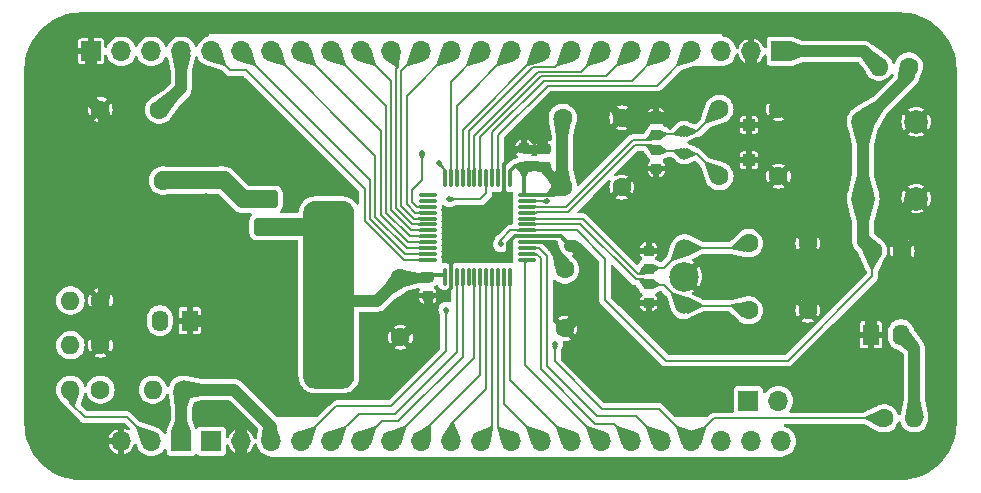
<source format=gbl>
G04 Layer: BottomLayer*
G04 EasyEDA Pro v2.2.27.1, 2024-09-15 10:59:50*
G04 Gerber Generator version 0.3*
G04 Scale: 100 percent, Rotated: No, Reflected: No*
G04 Dimensions in millimeters*
G04 Leading zeros omitted, absolute positions, 3 integers and 5 decimals*
%TF.GenerationSoftware,KiCad,Pcbnew,8.0.5*%
%TF.CreationDate,2024-10-21T18:28:28+08:00*%
%TF.ProjectId,redraw_TH,72656472-6177-45f5-9448-2e6b69636164,rev?*%
%TF.SameCoordinates,Original*%
%TF.FileFunction,Copper,L2,Bot*%
%TF.FilePolarity,Positive*%
%FSLAX46Y46*%
G04 Gerber Fmt 4.6, Leading zero omitted, Abs format (unit mm)*
G04 Created by KiCad (PCBNEW 8.0.5) date 2024-10-21 18:28:28*
%MOMM*%
%LPD*%
G01*
G04 APERTURE LIST*
G04 Aperture macros list*
%AMRoundRect*
0 Rectangle with rounded corners*
0 $1 Rounding radius*
0 $2 $3 $4 $5 $6 $7 $8 $9 X,Y pos of 4 corners*
0 Add a 4 corners polygon primitive as box body*
4,1,4,$2,$3,$4,$5,$6,$7,$8,$9,$2,$3,0*
0 Add four circle primitives for the rounded corners*
1,1,$1+$1,$2,$3*
1,1,$1+$1,$4,$5*
1,1,$1+$1,$6,$7*
1,1,$1+$1,$8,$9*
0 Add four rect primitives between the rounded corners*
20,1,$1+$1,$2,$3,$4,$5,0*
20,1,$1+$1,$4,$5,$6,$7,0*
20,1,$1+$1,$6,$7,$8,$9,0*
20,1,$1+$1,$8,$9,$2,$3,0*%
G04 Aperture macros list end*
%TA.AperFunction,ComponentPad*%
%ADD10C,1.000000*%
%TD*%
%TA.AperFunction,ComponentPad*%
%ADD11R,1.000000X1.000000*%
%TD*%
%TA.AperFunction,ComponentPad*%
%ADD12C,1.500000*%
%TD*%
%TA.AperFunction,ComponentPad*%
%ADD13C,2.500000*%
%TD*%
%TA.AperFunction,ComponentPad*%
%ADD14O,1.700000X1.100000*%
%TD*%
%TA.AperFunction,SMDPad,CuDef*%
%ADD15RoundRect,0.075000X0.662500X0.075000X-0.662500X0.075000X-0.662500X-0.075000X0.662500X-0.075000X0*%
%TD*%
%TA.AperFunction,SMDPad,CuDef*%
%ADD16RoundRect,0.075000X0.075000X0.662500X-0.075000X0.662500X-0.075000X-0.662500X0.075000X-0.662500X0*%
%TD*%
%TA.AperFunction,ComponentPad*%
%ADD17C,2.000000*%
%TD*%
%TA.AperFunction,ComponentPad*%
%ADD18C,1.600000*%
%TD*%
%TA.AperFunction,ComponentPad*%
%ADD19O,1.600000X1.600000*%
%TD*%
%TA.AperFunction,SMDPad,CuDef*%
%ADD20RoundRect,0.250000X-0.750000X-0.500000X0.750000X-0.500000X0.750000X0.500000X-0.750000X0.500000X0*%
%TD*%
%TA.AperFunction,SMDPad,CuDef*%
%ADD21RoundRect,0.250000X-0.750000X-1.650000X0.750000X-1.650000X0.750000X1.650000X-0.750000X1.650000X0*%
%TD*%
%TA.AperFunction,ComponentPad*%
%ADD22R,1.400000X1.800000*%
%TD*%
%TA.AperFunction,ComponentPad*%
%ADD23O,1.400000X1.800000*%
%TD*%
%TA.AperFunction,ComponentPad*%
%ADD24R,1.700000X1.700000*%
%TD*%
%TA.AperFunction,ComponentPad*%
%ADD25O,1.700000X1.700000*%
%TD*%
%TA.AperFunction,SMDPad,CuDef*%
%ADD26RoundRect,0.225000X-0.225000X-0.250000X0.225000X-0.250000X0.225000X0.250000X-0.225000X0.250000X0*%
%TD*%
%TA.AperFunction,SMDPad,CuDef*%
%ADD27RoundRect,0.225000X-0.250000X0.225000X-0.250000X-0.225000X0.250000X-0.225000X0.250000X0.225000X0*%
%TD*%
%TA.AperFunction,SMDPad,CuDef*%
%ADD28RoundRect,0.225000X0.250000X-0.225000X0.250000X0.225000X-0.250000X0.225000X-0.250000X-0.225000X0*%
%TD*%
%TA.AperFunction,ViaPad*%
%ADD29C,0.500000*%
%TD*%
%TA.AperFunction,Conductor*%
%ADD30C,1.500000*%
%TD*%
%TA.AperFunction,Conductor*%
%ADD31C,0.200000*%
%TD*%
%TA.AperFunction,Conductor*%
%ADD32C,1.000000*%
%TD*%
%TA.AperFunction,Conductor*%
%ADD33C,0.180000*%
%TD*%
%TA.AperFunction,Conductor*%
%ADD34C,0.300000*%
%TD*%
%TA.AperFunction,Conductor*%
%ADD35C,0.800000*%
%TD*%
G04 APERTURE END LIST*
D10*
%TO.P,X2,1,1*%
%TO.N,/OSC32-*%
X117505000Y-93760000D03*
%TO.P,X2,2,2*%
%TO.N,/OSC32+*%
X117505000Y-91860000D03*
D11*
%TO.P,X2,3,3*%
%TO.N,GND*%
X123005000Y-94310000D03*
X123005000Y-91310000D03*
%TD*%
D12*
%TO.P,X1,1,1*%
%TO.N,/OSC+*%
X117505000Y-101720000D03*
D13*
%TO.P,X1,2,2*%
%TO.N,GND*%
X117505000Y-104160000D03*
D12*
%TO.P,X1,3,3*%
%TO.N,/OSC-*%
X117505000Y-106600000D03*
%TD*%
D14*
%TO.P,USB1,S1,SHIELD*%
%TO.N,GND*%
X68811500Y-94570000D03*
X65011500Y-94570000D03*
X68811500Y-103210000D03*
X65011500Y-103210000D03*
%TD*%
D15*
%TO.P,U1,1,VDD*%
%TO.N,VCC*%
X104162500Y-97250000D03*
%TO.P,U1,2,PC13*%
%TO.N,/PC13*%
X104162500Y-97750000D03*
%TO.P,U1,3,PC14*%
%TO.N,/OSC32+*%
X104162500Y-98250000D03*
%TO.P,U1,4,PC15*%
%TO.N,/OSC32-*%
X104162500Y-98750000D03*
%TO.P,U1,5,PF0*%
%TO.N,/OSC+*%
X104162500Y-99250000D03*
%TO.P,U1,6,PF1*%
%TO.N,/OSC-*%
X104162500Y-99750000D03*
%TO.P,U1,7,NRST*%
%TO.N,/NRST*%
X104162500Y-100250000D03*
%TO.P,U1,8,VSSA*%
%TO.N,GND*%
X104162500Y-100750000D03*
%TO.P,U1,9,VDDA*%
%TO.N,VBAT*%
X104162500Y-101250000D03*
%TO.P,U1,10,PA0*%
%TO.N,/PA0*%
X104162500Y-101750000D03*
%TO.P,U1,11,PA1*%
%TO.N,/PA1*%
X104162500Y-102250000D03*
%TO.P,U1,12,PA2*%
%TO.N,/PA2*%
X104162500Y-102750000D03*
D16*
%TO.P,U1,13,PA3*%
%TO.N,/PA3*%
X102750000Y-104162500D03*
%TO.P,U1,14,PA4*%
%TO.N,/PA4*%
X102250000Y-104162500D03*
%TO.P,U1,15,PA5*%
%TO.N,/PA5*%
X101750000Y-104162500D03*
%TO.P,U1,16,PA6*%
%TO.N,/PA6*%
X101250000Y-104162500D03*
%TO.P,U1,17,PA7*%
%TO.N,/PA7*%
X100750000Y-104162500D03*
%TO.P,U1,18,PB0*%
%TO.N,/PB0*%
X100250000Y-104162500D03*
%TO.P,U1,19,PB1*%
%TO.N,/PB1*%
X99750000Y-104162500D03*
%TO.P,U1,20,PB2*%
%TO.N,/PB2*%
X99250000Y-104162500D03*
%TO.P,U1,21,PB10*%
%TO.N,/PB10*%
X98750000Y-104162500D03*
%TO.P,U1,22,PB11*%
%TO.N,/PB11*%
X98250000Y-104162500D03*
%TO.P,U1,23,VSS*%
%TO.N,GND*%
X97750000Y-104162500D03*
%TO.P,U1,24,VDD*%
%TO.N,VCC*%
X97250000Y-104162500D03*
D15*
%TO.P,U1,25,PB12*%
%TO.N,/PB12*%
X95837500Y-102750000D03*
%TO.P,U1,26,PB13*%
%TO.N,/PB13*%
X95837500Y-102250000D03*
%TO.P,U1,27,PB14*%
%TO.N,/PB14*%
X95837500Y-101750000D03*
%TO.P,U1,28,PB15*%
%TO.N,/PB15*%
X95837500Y-101250000D03*
%TO.P,U1,29,PA8*%
%TO.N,/PA8*%
X95837500Y-100750000D03*
%TO.P,U1,30,PA9*%
%TO.N,/PA9*%
X95837500Y-100250000D03*
%TO.P,U1,31,PA10*%
%TO.N,/PA10*%
X95837500Y-99750000D03*
%TO.P,U1,32,PA11*%
%TO.N,/PA11*%
X95837500Y-99250000D03*
%TO.P,U1,33,PA12*%
%TO.N,/PA12*%
X95837500Y-98750000D03*
%TO.P,U1,34,PA13*%
%TO.N,/PA13{slash}SWDIO*%
X95837500Y-98250000D03*
%TO.P,U1,35,PF6*%
%TO.N,/PF6*%
X95837500Y-97750000D03*
%TO.P,U1,36,PF7*%
%TO.N,/PF7*%
X95837500Y-97250000D03*
D16*
%TO.P,U1,37,PA14*%
%TO.N,/PA14{slash}SWCLK*%
X97250000Y-95837500D03*
%TO.P,U1,38,PA15*%
%TO.N,/PA15*%
X97750000Y-95837500D03*
%TO.P,U1,39,PB3*%
%TO.N,/PB3*%
X98250000Y-95837500D03*
%TO.P,U1,40,PB4*%
%TO.N,/PB4*%
X98750000Y-95837500D03*
%TO.P,U1,41,PB5*%
%TO.N,/PB5*%
X99250000Y-95837500D03*
%TO.P,U1,42,PB6*%
%TO.N,/PB6*%
X99750000Y-95837500D03*
%TO.P,U1,43,PB7*%
%TO.N,/PB7*%
X100250000Y-95837500D03*
%TO.P,U1,44,BOOT0*%
%TO.N,/BOOT0*%
X100750000Y-95837500D03*
%TO.P,U1,45,PB8*%
%TO.N,/PB8*%
X101250000Y-95837500D03*
%TO.P,U1,46,PB9*%
%TO.N,/PB9*%
X101750000Y-95837500D03*
%TO.P,U1,47,VSS*%
%TO.N,GND*%
X102250000Y-95837500D03*
%TO.P,U1,48,VDD*%
%TO.N,VCC*%
X102750000Y-95837500D03*
%TD*%
D17*
%TO.P,SW1,1*%
%TO.N,/NRST*%
X132660000Y-97551625D03*
X132660000Y-91051625D03*
%TO.P,SW1,2*%
%TO.N,GND*%
X137160000Y-97551625D03*
X137160000Y-91051625D03*
%TD*%
D18*
%TO.P,R6,1*%
%TO.N,GND*%
X68085000Y-106190000D03*
D19*
%TO.P,R6,2*%
%TO.N,Net-(USB1-CC1)*%
X65545000Y-106190000D03*
%TD*%
D18*
%TO.P,R5,1*%
%TO.N,GND*%
X68085000Y-109965000D03*
D19*
%TO.P,R5,2*%
%TO.N,Net-(USB1-CC2)*%
X65545000Y-109965000D03*
%TD*%
D18*
%TO.P,R4,1*%
%TO.N,/BOOT0*%
X68085000Y-113740000D03*
D19*
%TO.P,R4,2*%
%TO.N,Net-(H1-Pin_2)*%
X65545000Y-113740000D03*
%TD*%
D18*
%TO.P,R3,1*%
%TO.N,/PC13*%
X134445000Y-116160000D03*
D19*
%TO.P,R3,2*%
%TO.N,Net-(LED2-A)*%
X136985000Y-116160000D03*
%TD*%
D18*
%TO.P,R2,1*%
%TO.N,VCC*%
X75065000Y-113740000D03*
D19*
%TO.P,R2,2*%
%TO.N,Net-(LED1-A)*%
X72525000Y-113740000D03*
%TD*%
D18*
%TO.P,R1,1*%
%TO.N,/NRST*%
X136535000Y-86380000D03*
D19*
%TO.P,R1,2*%
%TO.N,VCC*%
X133995000Y-86380000D03*
%TD*%
D20*
%TO.P,Q1,1*%
%TO.N,GND*%
X82105500Y-102230250D03*
D21*
%TO.P,Q1,2,OUT*%
%TO.N,VCC*%
X88405500Y-99930250D03*
D20*
X82105500Y-99930250D03*
%TO.P,Q1,3,IN*%
%TO.N,VBUS*%
X82105500Y-97630250D03*
%TD*%
D22*
%TO.P,LED2,1,K*%
%TO.N,GND*%
X133319000Y-109086375D03*
D23*
%TO.P,LED2,2,A*%
%TO.N,Net-(LED2-A)*%
X135859000Y-109086375D03*
%TD*%
D22*
%TO.P,LED1,1,K*%
%TO.N,GND*%
X75650000Y-107900000D03*
D23*
%TO.P,LED1,2,A*%
%TO.N,Net-(LED1-A)*%
X73110000Y-107900000D03*
%TD*%
D24*
%TO.P,H5,1,Pin_1*%
%TO.N,VBAT*%
X122940000Y-114670000D03*
D25*
%TO.P,H5,2,Pin_2*%
X125480000Y-114670000D03*
%TD*%
D24*
%TO.P,H4,1,Pin_1*%
%TO.N,GND*%
X67310000Y-85090000D03*
D25*
%TO.P,H4,2,Pin_2*%
%TO.N,/PA14{slash}SWCLK*%
X69850000Y-85090000D03*
%TO.P,H4,3,Pin_3*%
%TO.N,/PA13{slash}SWDIO*%
X72390000Y-85090000D03*
%TO.P,H4,4,Pin_4*%
%TO.N,VCC*%
X74930000Y-85090000D03*
%TD*%
D24*
%TO.P,H3,1,Pin_1*%
%TO.N,VCC*%
X125730000Y-85090000D03*
D25*
%TO.P,H3,2,Pin_2*%
%TO.N,GND*%
X123190000Y-85090000D03*
%TO.P,H3,3,Pin_3*%
%TO.N,unconnected-(H3-Pin_3-Pad3)*%
X120650000Y-85090000D03*
%TO.P,H3,4,Pin_4*%
%TO.N,/PB9*%
X118110000Y-85090000D03*
%TO.P,H3,5,Pin_5*%
%TO.N,/PB8*%
X115570000Y-85090000D03*
%TO.P,H3,6,Pin_6*%
%TO.N,/PB7*%
X113030000Y-85090000D03*
%TO.P,H3,7,Pin_7*%
%TO.N,/PB6*%
X110490000Y-85090000D03*
%TO.P,H3,8,Pin_8*%
%TO.N,/PB5*%
X107950000Y-85090000D03*
%TO.P,H3,9,Pin_9*%
%TO.N,/PB4*%
X105410000Y-85090000D03*
%TO.P,H3,10,Pin_10*%
%TO.N,/PB3*%
X102870000Y-85090000D03*
%TO.P,H3,11,Pin_11*%
%TO.N,/PA15*%
X100330000Y-85090000D03*
%TO.P,H3,12,Pin_12*%
%TO.N,/PA12*%
X97790000Y-85090000D03*
%TO.P,H3,13,Pin_13*%
%TO.N,/PA11*%
X95250000Y-85090000D03*
%TO.P,H3,14,Pin_14*%
%TO.N,/PA10*%
X92710000Y-85090000D03*
%TO.P,H3,15,Pin_15*%
%TO.N,/PA9*%
X90170000Y-85090000D03*
%TO.P,H3,16,Pin_16*%
%TO.N,/PA8*%
X87630000Y-85090000D03*
%TO.P,H3,17,Pin_17*%
%TO.N,/PB15*%
X85090000Y-85090000D03*
%TO.P,H3,18,Pin_18*%
%TO.N,/PB14*%
X82550000Y-85090000D03*
%TO.P,H3,19,Pin_19*%
%TO.N,/PB13*%
X80010000Y-85090000D03*
%TO.P,H3,20,Pin_20*%
%TO.N,/PB12*%
X77470000Y-85090000D03*
%TD*%
D24*
%TO.P,H2,1,Pin_1*%
%TO.N,VBUS*%
X77470000Y-118110000D03*
D25*
%TO.P,H2,2,Pin_2*%
%TO.N,GND*%
X80010000Y-118110000D03*
%TO.P,H2,3,Pin_3*%
%TO.N,VCC*%
X82550000Y-118110000D03*
%TO.P,H2,4,Pin_4*%
%TO.N,/NRST*%
X85090000Y-118110000D03*
%TO.P,H2,5,Pin_5*%
%TO.N,/PB11*%
X87630000Y-118110000D03*
%TO.P,H2,6,Pin_6*%
%TO.N,/PB10*%
X90170000Y-118110000D03*
%TO.P,H2,7,Pin_7*%
%TO.N,/PB1*%
X92710000Y-118110000D03*
%TO.P,H2,8,Pin_8*%
%TO.N,/PB0*%
X95250000Y-118110000D03*
%TO.P,H2,9,Pin_9*%
%TO.N,/PA7*%
X97790000Y-118110000D03*
%TO.P,H2,10,Pin_10*%
%TO.N,/PA6*%
X100330000Y-118110000D03*
%TO.P,H2,11,Pin_11*%
%TO.N,/PA5*%
X102870000Y-118110000D03*
%TO.P,H2,12,Pin_12*%
%TO.N,/PA4*%
X105410000Y-118110000D03*
%TO.P,H2,13,Pin_13*%
%TO.N,/PA3*%
X107950000Y-118110000D03*
%TO.P,H2,14,Pin_14*%
%TO.N,/PA2*%
X110490000Y-118110000D03*
%TO.P,H2,15,Pin_15*%
%TO.N,/PA1*%
X113030000Y-118110000D03*
%TO.P,H2,16,Pin_16*%
%TO.N,/PA0*%
X115570000Y-118110000D03*
%TO.P,H2,17,Pin_17*%
%TO.N,/PC13*%
X118110000Y-118110000D03*
%TO.P,H2,18,Pin_18*%
%TO.N,unconnected-(H2-Pin_18-Pad18)*%
X120650000Y-118110000D03*
%TO.P,H2,19,Pin_19*%
%TO.N,VREF_PIN*%
X123190000Y-118110000D03*
%TO.P,H2,20,Pin_20*%
%TO.N,VCC*%
X125730000Y-118110000D03*
%TD*%
D24*
%TO.P,H1,1,Pin_1*%
%TO.N,VCC*%
X74930000Y-118110000D03*
D25*
%TO.P,H1,2,Pin_2*%
%TO.N,Net-(H1-Pin_2)*%
X72390000Y-118110000D03*
%TO.P,H1,3,Pin_3*%
%TO.N,GND*%
X69850000Y-118110000D03*
%TD*%
D26*
%TO.P,C22,1*%
%TO.N,VBAT*%
X106385000Y-101540000D03*
%TO.P,C22,2*%
%TO.N,GND*%
X107935000Y-101540000D03*
%TD*%
D27*
%TO.P,C21,1*%
%TO.N,VCC*%
X95810000Y-104215000D03*
%TO.P,C21,2*%
%TO.N,GND*%
X95810000Y-105765000D03*
%TD*%
D28*
%TO.P,C20,1*%
%TO.N,VCC*%
X105710000Y-94875000D03*
%TO.P,C20,2*%
%TO.N,GND*%
X105710000Y-93325000D03*
%TD*%
%TO.P,C19,1*%
%TO.N,VCC*%
X103950000Y-94865000D03*
%TO.P,C19,2*%
%TO.N,GND*%
X103950000Y-93315000D03*
%TD*%
D27*
%TO.P,C18,1*%
%TO.N,/OSC32-*%
X115160000Y-93462750D03*
%TO.P,C18,2*%
%TO.N,GND*%
X115160000Y-95012750D03*
%TD*%
D28*
%TO.P,C17,1*%
%TO.N,/OSC32+*%
X115154500Y-92157250D03*
%TO.P,C17,2*%
%TO.N,GND*%
X115154500Y-90607250D03*
%TD*%
D27*
%TO.P,C16,1*%
%TO.N,/OSC-*%
X114500000Y-104822750D03*
%TO.P,C16,2*%
%TO.N,GND*%
X114500000Y-106372750D03*
%TD*%
D18*
%TO.P,C15,1*%
%TO.N,GND*%
X125480000Y-95650000D03*
%TO.P,C15,2*%
%TO.N,/OSC32-*%
X120480000Y-95650000D03*
%TD*%
%TO.P,C14,1*%
%TO.N,GND*%
X125480000Y-89970000D03*
%TO.P,C14,2*%
%TO.N,/OSC32+*%
X120480000Y-89970000D03*
%TD*%
%TO.P,C13,1*%
%TO.N,GND*%
X127980000Y-107010000D03*
%TO.P,C13,2*%
%TO.N,/OSC-*%
X122980000Y-107010000D03*
%TD*%
%TO.P,C12,1*%
%TO.N,/OSC+*%
X122980000Y-101330000D03*
%TO.P,C12,2*%
%TO.N,GND*%
X127980000Y-101330000D03*
%TD*%
%TO.P,C11,1*%
%TO.N,GND*%
X107410000Y-108550000D03*
%TO.P,C11,2*%
%TO.N,VBAT*%
X107410000Y-103550000D03*
%TD*%
%TO.P,C10,1*%
%TO.N,GND*%
X68060000Y-90030000D03*
%TO.P,C10,2*%
%TO.N,VCC*%
X73060000Y-90030000D03*
%TD*%
D28*
%TO.P,C9,1*%
%TO.N,/OSC+*%
X114494500Y-103517250D03*
%TO.P,C9,2*%
%TO.N,GND*%
X114494500Y-101967250D03*
%TD*%
D18*
%TO.P,C8,1*%
%TO.N,GND*%
X112230000Y-96580000D03*
%TO.P,C8,2*%
%TO.N,VCC*%
X107230000Y-96580000D03*
%TD*%
%TO.P,C7,1*%
%TO.N,GND*%
X112230000Y-90725000D03*
%TO.P,C7,2*%
%TO.N,VCC*%
X107230000Y-90725000D03*
%TD*%
%TO.P,C6,1*%
%TO.N,GND*%
X93480000Y-109300000D03*
%TO.P,C6,2*%
%TO.N,VCC*%
X93480000Y-104300000D03*
%TD*%
%TO.P,C5,1*%
%TO.N,GND*%
X135960000Y-102000000D03*
%TO.P,C5,2*%
%TO.N,/NRST*%
X133460000Y-102000000D03*
%TD*%
%TO.P,C4,1*%
%TO.N,GND*%
X81810000Y-112000000D03*
%TO.P,C4,2*%
%TO.N,VCC*%
X86810000Y-112000000D03*
%TD*%
%TO.P,C3,1*%
%TO.N,GND*%
X81840000Y-107000000D03*
%TO.P,C3,2*%
%TO.N,VCC*%
X86840000Y-107000000D03*
%TD*%
%TO.P,C2,1*%
%TO.N,GND*%
X78377500Y-101010000D03*
%TO.P,C2,2*%
%TO.N,VBUS*%
X78377500Y-96010000D03*
%TD*%
%TO.P,C1,1*%
%TO.N,GND*%
X73377500Y-101030000D03*
%TO.P,C1,2*%
%TO.N,VBUS*%
X73377500Y-96030000D03*
%TD*%
D29*
%TO.N,/NRST*%
X101980000Y-101440000D03*
X97360000Y-106950000D03*
%TO.N,GND*%
X99020000Y-120420000D03*
X99490000Y-102280000D03*
X121380000Y-105750000D03*
X124060000Y-97420000D03*
X99070000Y-82770000D03*
X62980000Y-93060000D03*
X107430000Y-106660000D03*
X108800000Y-95880000D03*
X68590000Y-82770000D03*
X106850000Y-105270000D03*
X71190000Y-96110000D03*
X113720000Y-94040000D03*
X112710000Y-109220000D03*
X111430000Y-99050000D03*
X106640000Y-120420000D03*
X110410000Y-94070000D03*
X106070000Y-92220000D03*
X72150000Y-102290000D03*
X76310000Y-88670000D03*
X73230000Y-116430000D03*
X66680000Y-111940000D03*
X66890000Y-115020000D03*
X115670000Y-106020000D03*
X92510000Y-110930000D03*
X114260000Y-120420000D03*
X83780000Y-120420000D03*
X129230000Y-86400000D03*
X133360000Y-82770000D03*
X100650000Y-98460000D03*
X114550000Y-107490000D03*
X111020000Y-91770000D03*
X118070000Y-120420000D03*
X71100000Y-88500000D03*
X116230000Y-107440000D03*
X102880000Y-82770000D03*
X62980000Y-89250000D03*
X80560000Y-111410000D03*
X84920000Y-97090000D03*
X91400000Y-120420000D03*
X110500000Y-82770000D03*
X79970000Y-120420000D03*
X101650000Y-100020000D03*
X137540000Y-83880000D03*
X76160000Y-120420000D03*
X113460000Y-98160000D03*
X88890000Y-96870000D03*
X113350000Y-95010000D03*
X104740000Y-92250000D03*
X100710000Y-102280000D03*
X76340000Y-115680000D03*
X68540000Y-120420000D03*
X64100000Y-118920000D03*
X87590000Y-120420000D03*
X114400000Y-95740000D03*
X139320000Y-112090000D03*
X108310000Y-110470000D03*
X97940000Y-102280000D03*
X132380000Y-103810000D03*
X129500000Y-120420000D03*
X139320000Y-108280000D03*
X119050000Y-105740000D03*
X121820000Y-108370000D03*
X135610000Y-114560000D03*
X73630000Y-97920000D03*
X76510000Y-94590000D03*
X108550000Y-92440000D03*
X64890000Y-83100000D03*
X62980000Y-100680000D03*
X109640000Y-94940000D03*
X110690000Y-96960000D03*
X119570000Y-102600000D03*
X83100000Y-111410000D03*
X65630628Y-107987639D03*
X80520000Y-104980000D03*
X94940000Y-107750000D03*
X110450000Y-120420000D03*
X115710000Y-102230000D03*
X112690000Y-104850000D03*
X102830000Y-120420000D03*
X72400000Y-82770000D03*
X86050000Y-115540000D03*
X84570000Y-92610000D03*
X120990000Y-100920000D03*
X129180000Y-115310000D03*
X62980000Y-96870000D03*
X124230000Y-88980000D03*
X79260000Y-91440000D03*
X62980000Y-115920000D03*
X67650000Y-104330000D03*
X111470000Y-92860000D03*
X108855000Y-107145000D03*
X116220000Y-95680000D03*
X116450000Y-88420000D03*
X81200000Y-88880000D03*
X121340000Y-102590000D03*
X121630000Y-97190000D03*
X72150000Y-99750000D03*
X121470000Y-88730000D03*
X136990000Y-119650000D03*
X67700000Y-108100000D03*
X124030000Y-100070000D03*
X95260000Y-82770000D03*
X125830000Y-110360000D03*
X118120000Y-82770000D03*
X139320000Y-96850000D03*
X119350000Y-100890000D03*
X67830000Y-101430000D03*
X113580000Y-89870000D03*
X135610000Y-111040000D03*
X80020000Y-82770000D03*
X91450000Y-82770000D03*
X83830000Y-82770000D03*
X113540000Y-102410000D03*
X120610000Y-107550000D03*
X123040000Y-102920000D03*
X95810000Y-107010000D03*
X124260000Y-108100000D03*
X95210000Y-120420000D03*
X76210000Y-82770000D03*
X62980000Y-85440000D03*
X116020000Y-89690000D03*
X124100000Y-105850000D03*
X114310000Y-82770000D03*
X133530000Y-87970000D03*
X100000000Y-100020000D03*
X129550000Y-82770000D03*
X83100000Y-113950000D03*
X83060000Y-104980000D03*
X139320000Y-115900000D03*
X106690000Y-82770000D03*
X96070000Y-109330000D03*
X79210000Y-116230000D03*
X134040000Y-94490000D03*
X92740000Y-113090000D03*
X139320000Y-89230000D03*
X74690000Y-99750000D03*
X92400000Y-107750000D03*
X102250000Y-98460000D03*
X122230000Y-99830000D03*
X114510000Y-100810000D03*
X62980000Y-112110000D03*
X80520000Y-107520000D03*
X77040000Y-97380000D03*
X115120000Y-111580000D03*
X116290000Y-91490000D03*
X74690000Y-102290000D03*
X103130000Y-92270000D03*
X139320000Y-104470000D03*
X94580000Y-105750000D03*
X90500000Y-107500000D03*
X116590000Y-94350000D03*
X133310000Y-120420000D03*
X127340000Y-111600000D03*
X112650000Y-101570000D03*
X110250000Y-89330000D03*
X113240000Y-106160000D03*
X124450000Y-102000000D03*
X62980000Y-104490000D03*
X72350000Y-120420000D03*
X113560000Y-91770000D03*
X134110000Y-99880000D03*
X83060000Y-107520000D03*
X87640000Y-82770000D03*
X90410000Y-113100000D03*
X139320000Y-100660000D03*
X62980000Y-108300000D03*
X121880000Y-120420000D03*
X65280000Y-104280000D03*
X109940000Y-97740000D03*
X125740000Y-82770000D03*
X125690000Y-120420000D03*
X121930000Y-82770000D03*
X139320000Y-93040000D03*
X131340000Y-94830000D03*
%TO.N,/PC13*%
X105920000Y-97795000D03*
X106580000Y-109910000D03*
%TO.N,/PA13{slash}SWDIO*%
X95320000Y-93730000D03*
%TO.N,/PA14{slash}SWCLK*%
X96720000Y-94580000D03*
%TO.N,/BOOT0*%
X97630000Y-97620000D03*
%TO.N,VCC*%
X85710000Y-102550000D03*
X85620000Y-104950000D03*
X88220000Y-111390000D03*
X88250000Y-102550000D03*
X88160000Y-104950000D03*
X85680000Y-111390000D03*
X86110000Y-98350000D03*
X85620000Y-107490000D03*
X88650000Y-98350000D03*
X88160000Y-107490000D03*
%TD*%
D30*
%TO.N,VBUS*%
X73397500Y-96010000D02*
X73377500Y-96030000D01*
X80170250Y-97630250D02*
X78550000Y-96010000D01*
X78550000Y-96010000D02*
X73397500Y-96010000D01*
X82105500Y-97630250D02*
X80170250Y-97630250D01*
%TO.N,GND*%
X78440000Y-101010000D02*
X73397500Y-101010000D01*
X79660250Y-102230250D02*
X78440000Y-101010000D01*
X73397500Y-101010000D02*
X73377500Y-101030000D01*
X82105500Y-102230250D02*
X79660250Y-102230250D01*
%TO.N,VCC*%
X86840000Y-111970000D02*
X86810000Y-112000000D01*
X86840000Y-107000000D02*
X86840000Y-111970000D01*
%TO.N,GND*%
X81840000Y-111970000D02*
X81810000Y-112000000D01*
X81840000Y-107000000D02*
X81840000Y-111970000D01*
%TO.N,VCC*%
X82105500Y-99930250D02*
X88405500Y-99930250D01*
%TO.N,GND*%
X81840000Y-102495750D02*
X82105500Y-102230250D01*
X81840000Y-106240000D02*
X81840000Y-102495750D01*
D31*
%TO.N,/OSC32-*%
X118561177Y-93760000D02*
X120465589Y-95664412D01*
X117505000Y-93760000D02*
X118561177Y-93760000D01*
%TO.N,/OSC32+*%
X118590000Y-91860000D02*
X120480000Y-89970000D01*
X117505000Y-91860000D02*
X118590000Y-91860000D01*
D32*
%TO.N,GND*%
X122630000Y-87390000D02*
X123190000Y-86830000D01*
X119590000Y-87390000D02*
X122630000Y-87390000D01*
X112270000Y-90725000D02*
X116255000Y-90725000D01*
X116255000Y-90725000D02*
X119590000Y-87390000D01*
D31*
%TO.N,/OSC32-*%
X117499500Y-93760000D02*
X117277250Y-93537750D01*
X117505000Y-93760000D02*
X117499500Y-93760000D01*
%TO.N,/OSC32+*%
X117499500Y-91860000D02*
X117277250Y-92082250D01*
D32*
%TO.N,VBUS*%
X73397500Y-95970000D02*
X73377500Y-95990000D01*
D33*
%TO.N,/NRST*%
X85090000Y-118110000D02*
X88060000Y-115140000D01*
X115950000Y-111280000D02*
X126270000Y-111280000D01*
D32*
X136535000Y-86380000D02*
X136535000Y-87176625D01*
D33*
X133440000Y-104110000D02*
X133440000Y-102000000D01*
D32*
X132660000Y-97551625D02*
X132660000Y-101220000D01*
X132660000Y-91051625D02*
X132660000Y-97551625D01*
D33*
X101980000Y-101440000D02*
X101980000Y-101040000D01*
D32*
X132660000Y-101220000D02*
X133440000Y-102000000D01*
D33*
X97360000Y-110450000D02*
X97360000Y-106950000D01*
X108397107Y-100250000D02*
X110810000Y-102662893D01*
X126270000Y-111280000D02*
X133440000Y-104110000D01*
X88060000Y-115140000D02*
X92670000Y-115140000D01*
X110810000Y-106140000D02*
X115950000Y-111280000D01*
X104050000Y-100250000D02*
X108397107Y-100250000D01*
X101980000Y-101040000D02*
X102770000Y-100250000D01*
X102770000Y-100250000D02*
X104050000Y-100250000D01*
X110810000Y-102662893D02*
X110810000Y-106140000D01*
X92670000Y-115140000D02*
X97360000Y-110450000D01*
D32*
X136535000Y-87176625D02*
X132660000Y-91051625D01*
%TO.N,GND*%
X68085000Y-109965000D02*
X68085000Y-106190000D01*
X135980000Y-104620000D02*
X135980000Y-102000000D01*
D34*
X107070000Y-100750000D02*
X107860000Y-101540000D01*
D35*
X110455000Y-88910000D02*
X112270000Y-90725000D01*
D32*
X80010000Y-118110000D02*
X80010000Y-116620000D01*
X68422500Y-105852500D02*
X68085000Y-106190000D01*
D34*
X102250000Y-95950000D02*
X102250000Y-97850000D01*
D35*
X105710000Y-93400000D02*
X105400000Y-93090000D01*
X103960000Y-93400000D02*
X103950000Y-93390000D01*
D32*
X107860000Y-101540000D02*
X108210000Y-101540000D01*
D34*
X103950000Y-93390000D02*
X103500000Y-93390000D01*
X97750000Y-104050000D02*
X97750000Y-102380000D01*
D32*
X80140000Y-107900000D02*
X81800000Y-106240000D01*
X109220000Y-102550000D02*
X109220000Y-106780000D01*
D34*
X97750000Y-104050000D02*
X97750000Y-105090000D01*
D32*
X109220000Y-106780000D02*
X108855000Y-107145000D01*
D35*
X105400000Y-90070000D02*
X106560000Y-88910000D01*
D34*
X103196030Y-100750000D02*
X102630000Y-101316030D01*
D32*
X123190000Y-86830000D02*
X126330000Y-89970000D01*
X108855000Y-107145000D02*
X107410000Y-108590000D01*
D34*
X104050000Y-100750000D02*
X107070000Y-100750000D01*
D32*
X123190000Y-85090000D02*
X123190000Y-86830000D01*
X68422500Y-94570000D02*
X68422500Y-90432500D01*
D35*
X95810000Y-107010000D02*
X93480000Y-109340000D01*
D34*
X97750000Y-102380000D02*
X97740000Y-102370000D01*
X102250000Y-98550000D02*
X102240000Y-98560000D01*
X102630000Y-101316030D02*
X102630000Y-102620000D01*
X104050000Y-100750000D02*
X103196030Y-100750000D01*
X97150000Y-105690000D02*
X95810000Y-105690000D01*
D32*
X64722500Y-103210000D02*
X64722500Y-94570000D01*
D34*
X102250000Y-94640000D02*
X102250000Y-95950000D01*
D32*
X135980000Y-102000000D02*
X135980000Y-98731625D01*
D34*
X103500000Y-93390000D02*
X102250000Y-94640000D01*
D35*
X105710000Y-93400000D02*
X103960000Y-93400000D01*
D32*
X67310000Y-85090000D02*
X67310000Y-89320000D01*
X80010000Y-116620000D02*
X79930000Y-116540000D01*
X68422500Y-90432500D02*
X68020000Y-90030000D01*
D35*
X105400000Y-93090000D02*
X105400000Y-90070000D01*
D34*
X97750000Y-105090000D02*
X97150000Y-105690000D01*
D35*
X95810000Y-105690000D02*
X95810000Y-107010000D01*
D32*
X128020000Y-89970000D02*
X128020000Y-107010000D01*
X133299000Y-109086375D02*
X133299000Y-107301000D01*
X108210000Y-101540000D02*
X109220000Y-102550000D01*
X67310000Y-89320000D02*
X68020000Y-90030000D01*
X64722500Y-94570000D02*
X68422500Y-94570000D01*
X80010000Y-118110000D02*
X80010000Y-119920000D01*
X64722500Y-103210000D02*
X68422500Y-103210000D01*
D35*
X106560000Y-88910000D02*
X110455000Y-88910000D01*
D32*
X68422500Y-103210000D02*
X68422500Y-105852500D01*
X75620000Y-107900000D02*
X80140000Y-107900000D01*
X133299000Y-107301000D02*
X135980000Y-104620000D01*
X126330000Y-89970000D02*
X128020000Y-89970000D01*
X80010000Y-119920000D02*
X80040000Y-119950000D01*
X135980000Y-98731625D02*
X137160000Y-97551625D01*
D33*
%TO.N,Net-(H1-Pin_2)*%
X65545000Y-113740000D02*
X65545000Y-114855000D01*
X66760000Y-116070000D02*
X70350000Y-116070000D01*
X65545000Y-114855000D02*
X66760000Y-116070000D01*
X70350000Y-116070000D02*
X72390000Y-118110000D01*
%TO.N,/PA1*%
X109940000Y-116610000D02*
X111530000Y-116610000D01*
X104990000Y-102250000D02*
X105350000Y-102610000D01*
X105350000Y-112020000D02*
X109940000Y-116610000D01*
X111530000Y-116610000D02*
X113030000Y-118110000D01*
X104050000Y-102250000D02*
X104990000Y-102250000D01*
X105350000Y-102610000D02*
X105350000Y-112020000D01*
%TO.N,/PA4*%
X102250000Y-114950000D02*
X105410000Y-118110000D01*
X102250000Y-104050000D02*
X102250000Y-114950000D01*
%TO.N,/PA7*%
X100750000Y-113650000D02*
X97790000Y-116610000D01*
X97790000Y-116610000D02*
X97790000Y-118110000D01*
X100750000Y-104050000D02*
X100750000Y-113650000D01*
%TO.N,/PB1*%
X99750000Y-111050000D02*
X92710000Y-118090000D01*
X92710000Y-118090000D02*
X92710000Y-118110000D01*
X99750000Y-104050000D02*
X99750000Y-111050000D01*
%TO.N,/PA3*%
X102750000Y-112910000D02*
X107950000Y-118110000D01*
X102750000Y-104050000D02*
X102750000Y-112910000D01*
%TO.N,/PA6*%
X101250000Y-117190000D02*
X100330000Y-118110000D01*
X101250000Y-104050000D02*
X101250000Y-117190000D01*
%TO.N,/PA2*%
X104050000Y-102750000D02*
X104050000Y-111670000D01*
X104050000Y-111670000D02*
X110490000Y-118110000D01*
%TO.N,/PA0*%
X105920000Y-111710000D02*
X110170000Y-115960000D01*
X110170000Y-115960000D02*
X113420000Y-115960000D01*
X104050000Y-101750000D02*
X105250000Y-101750000D01*
X113420000Y-115960000D02*
X115570000Y-118110000D01*
X105250000Y-101750000D02*
X105920000Y-102420000D01*
X105920000Y-102420000D02*
X105920000Y-111710000D01*
%TO.N,/PC13*%
X120060000Y-116160000D02*
X134445000Y-116160000D01*
X104050000Y-97750000D02*
X105875000Y-97750000D01*
X106580000Y-111350000D02*
X110580000Y-115350000D01*
X106580000Y-109910000D02*
X106580000Y-111350000D01*
X115350000Y-115350000D02*
X118110000Y-118110000D01*
X118110000Y-118110000D02*
X120060000Y-116160000D01*
X105875000Y-97750000D02*
X105920000Y-97795000D01*
X110580000Y-115350000D02*
X115350000Y-115350000D01*
%TO.N,/PB0*%
X100250000Y-104050000D02*
X100250000Y-112490000D01*
X95250000Y-117490000D02*
X95250000Y-118110000D01*
X100250000Y-112490000D02*
X95250000Y-117490000D01*
%TO.N,/PB10*%
X91900000Y-116380000D02*
X90170000Y-118110000D01*
X98750000Y-110930000D02*
X93300000Y-116380000D01*
X98750000Y-104050000D02*
X98750000Y-110930000D01*
X93300000Y-116380000D02*
X91900000Y-116380000D01*
%TO.N,/PA5*%
X101750000Y-104050000D02*
X101750000Y-116990000D01*
X101750000Y-116990000D02*
X102870000Y-118110000D01*
%TO.N,/PB11*%
X93030000Y-115760000D02*
X89980000Y-115760000D01*
X98250000Y-104050000D02*
X98250000Y-110540000D01*
X98250000Y-110540000D02*
X93030000Y-115760000D01*
X89980000Y-115760000D02*
X87630000Y-118110000D01*
%TO.N,/PB15*%
X91810000Y-91810000D02*
X85090000Y-85090000D01*
X94136476Y-101250000D02*
X91810000Y-98923524D01*
X95950000Y-101250000D02*
X94136476Y-101250000D01*
X91810000Y-98923524D02*
X91810000Y-91810000D01*
%TO.N,/PB12*%
X95950000Y-102750000D02*
X93769714Y-102750000D01*
X93769714Y-102750000D02*
X90490000Y-99470286D01*
X80420000Y-86700000D02*
X79080000Y-86700000D01*
X90490000Y-99470286D02*
X90490000Y-96770000D01*
X90490000Y-96770000D02*
X80420000Y-86700000D01*
X79080000Y-86700000D02*
X77470000Y-85090000D01*
%TO.N,/PA10*%
X94503238Y-99750000D02*
X93130000Y-98376762D01*
X93290000Y-86427746D02*
X93290000Y-85670000D01*
X93130000Y-98376762D02*
X93130000Y-86587746D01*
X93130000Y-86587746D02*
X93290000Y-86427746D01*
X95950000Y-99750000D02*
X94503238Y-99750000D01*
X93290000Y-85670000D02*
X92710000Y-85090000D01*
%TO.N,/PA12*%
X94747746Y-98750000D02*
X94010000Y-98012254D01*
X95950000Y-98750000D02*
X94747746Y-98750000D01*
X94010000Y-98012254D02*
X94010000Y-88870000D01*
X94010000Y-88870000D02*
X97790000Y-85090000D01*
%TO.N,/PB6*%
X99750000Y-92230000D02*
X105160000Y-86820000D01*
X105160000Y-86820000D02*
X108760000Y-86820000D01*
X108760000Y-86820000D02*
X110490000Y-85090000D01*
X99750000Y-95950000D02*
X99750000Y-92230000D01*
%TO.N,/PB3*%
X98250000Y-89710000D02*
X102870000Y-85090000D01*
X98250000Y-95950000D02*
X98250000Y-89710000D01*
%TO.N,/PA15*%
X97750000Y-95950000D02*
X97750000Y-87670000D01*
X97750000Y-87670000D02*
X100330000Y-85090000D01*
%TO.N,/PB14*%
X91370000Y-93910000D02*
X82550000Y-85090000D01*
X91370000Y-99105778D02*
X91370000Y-93910000D01*
X94014222Y-101750000D02*
X91370000Y-99105778D01*
X95950000Y-101750000D02*
X94014222Y-101750000D01*
%TO.N,/PB8*%
X105650000Y-87560000D02*
X113100000Y-87560000D01*
X101250000Y-95950000D02*
X101250000Y-91960000D01*
X101250000Y-91960000D02*
X105650000Y-87560000D01*
X113100000Y-87560000D02*
X115570000Y-85090000D01*
%TO.N,/PB9*%
X101750000Y-92200000D02*
X105960000Y-87990000D01*
X101750000Y-95950000D02*
X101750000Y-92200000D01*
X105960000Y-87990000D02*
X115210000Y-87990000D01*
X115210000Y-87990000D02*
X118110000Y-85090000D01*
%TO.N,/PA9*%
X92690000Y-87610000D02*
X90170000Y-85090000D01*
X95950000Y-100250000D02*
X94380984Y-100250000D01*
X92690000Y-98559016D02*
X92690000Y-87610000D01*
X94380984Y-100250000D02*
X92690000Y-98559016D01*
%TO.N,/PA11*%
X95950000Y-99250000D02*
X94625492Y-99250000D01*
X94625492Y-99250000D02*
X93570000Y-98194508D01*
X93570000Y-86770000D02*
X95250000Y-85090000D01*
X93570000Y-98194508D02*
X93570000Y-86770000D01*
%TO.N,/PA8*%
X92250000Y-89710000D02*
X87630000Y-85090000D01*
X94258730Y-100750000D02*
X92250000Y-98741270D01*
X92250000Y-98741270D02*
X92250000Y-89710000D01*
X95950000Y-100750000D02*
X94258730Y-100750000D01*
%TO.N,/PB13*%
X93891968Y-102250000D02*
X95950000Y-102250000D01*
X90930000Y-99288032D02*
X93891968Y-102250000D01*
X80010000Y-85090000D02*
X90930000Y-96010000D01*
X90930000Y-96010000D02*
X90930000Y-99288032D01*
%TO.N,/PB7*%
X105360000Y-87200000D02*
X110920000Y-87200000D01*
X100250000Y-92310000D02*
X105360000Y-87200000D01*
X100250000Y-95950000D02*
X100250000Y-92310000D01*
X110920000Y-87200000D02*
X113030000Y-85090000D01*
%TO.N,/PB5*%
X99250000Y-91872254D02*
X104672254Y-86450000D01*
X99250000Y-95950000D02*
X99250000Y-91872254D01*
X104672254Y-86450000D02*
X106590000Y-86450000D01*
X106590000Y-86450000D02*
X107950000Y-85090000D01*
%TO.N,/PB4*%
X98750000Y-91750000D02*
X105410000Y-85090000D01*
X98750000Y-95950000D02*
X98750000Y-91750000D01*
%TO.N,/PA13{slash}SWDIO*%
X95320000Y-93730000D02*
X95320000Y-95970000D01*
X94450000Y-96840000D02*
X95320000Y-95970000D01*
X95950000Y-98250000D02*
X94870000Y-98250000D01*
X94870000Y-98250000D02*
X94450000Y-97830000D01*
X94450000Y-97830000D02*
X94450000Y-96840000D01*
%TO.N,/PA14{slash}SWCLK*%
X97250000Y-95110000D02*
X97250000Y-95950000D01*
X96720000Y-94580000D02*
X97250000Y-95110000D01*
%TO.N,/BOOT0*%
X100750000Y-97120000D02*
X100750000Y-95950000D01*
X100250000Y-97620000D02*
X100750000Y-97120000D01*
X97630000Y-97620000D02*
X100250000Y-97620000D01*
D35*
%TO.N,VBAT*%
X106460000Y-101990000D02*
X107410000Y-102940000D01*
X106460000Y-101540000D02*
X106460000Y-101990000D01*
D34*
X104050000Y-101250000D02*
X106170000Y-101250000D01*
X106170000Y-101250000D02*
X106460000Y-101540000D01*
D35*
X107410000Y-102940000D02*
X107410000Y-103510000D01*
D32*
%TO.N,Net-(LED2-A)*%
X136985000Y-110232375D02*
X135839000Y-109086375D01*
X136985000Y-116160000D02*
X136985000Y-110232375D01*
%TO.N,VCC*%
X125730000Y-85090000D02*
X132705000Y-85090000D01*
D35*
X95810000Y-104290000D02*
X93510000Y-104290000D01*
D32*
X86880000Y-106240000D02*
X91500000Y-106240000D01*
X79420000Y-113740000D02*
X75065000Y-113740000D01*
D35*
X74930000Y-113875000D02*
X75065000Y-113740000D01*
X105700000Y-94790000D02*
X105710000Y-94800000D01*
D32*
X74930000Y-88200000D02*
X73100000Y-90030000D01*
D35*
X105710000Y-94800000D02*
X105710000Y-95100000D01*
X105710000Y-95100000D02*
X107190000Y-96580000D01*
D32*
X91500000Y-106240000D02*
X93480000Y-104260000D01*
X132705000Y-85090000D02*
X133995000Y-86380000D01*
D34*
X102750000Y-95190000D02*
X102750000Y-95950000D01*
D32*
X74930000Y-85090000D02*
X74930000Y-88200000D01*
X93510000Y-104290000D02*
X93480000Y-104260000D01*
D34*
X103950000Y-97150000D02*
X104050000Y-97250000D01*
X97250000Y-104050000D02*
X93690000Y-104050000D01*
X93690000Y-104050000D02*
X93480000Y-104260000D01*
D35*
X103950000Y-94790000D02*
X105700000Y-94790000D01*
D34*
X106520000Y-97250000D02*
X107190000Y-96580000D01*
D32*
X74930000Y-118110000D02*
X74930000Y-113875000D01*
D34*
X104050000Y-97250000D02*
X106520000Y-97250000D01*
D32*
X82550000Y-116870000D02*
X79420000Y-113740000D01*
D35*
X82550000Y-118110000D02*
X82550000Y-116870000D01*
D34*
X103950000Y-94790000D02*
X103150000Y-94790000D01*
X103950000Y-94790000D02*
X103950000Y-97150000D01*
X103150000Y-94790000D02*
X102750000Y-95190000D01*
D32*
X107190000Y-90725000D02*
X107190000Y-96580000D01*
D33*
%TO.N,/OSC+*%
X113576306Y-103952250D02*
X108909056Y-99285000D01*
X114494500Y-103442250D02*
X113984500Y-103952250D01*
X122940000Y-101330000D02*
X122540000Y-101730000D01*
X108909056Y-99285000D02*
X104985000Y-99285000D01*
X115792750Y-103442250D02*
X117505000Y-101730000D01*
X113984500Y-103952250D02*
X113576306Y-103952250D01*
X104950000Y-99250000D02*
X104050000Y-99250000D01*
X122540000Y-101730000D02*
X117505000Y-101730000D01*
X114494500Y-103442250D02*
X115792750Y-103442250D01*
X104985000Y-99285000D02*
X104950000Y-99250000D01*
%TO.N,/OSC-*%
X113398194Y-104382250D02*
X108730944Y-99715000D01*
X114500000Y-104897750D02*
X113984500Y-104382250D01*
X108730944Y-99715000D02*
X104985000Y-99715000D01*
X122540000Y-106610000D02*
X122940000Y-107010000D01*
X113984500Y-104382250D02*
X113398194Y-104382250D01*
X104985000Y-99715000D02*
X104950000Y-99750000D01*
X104950000Y-99750000D02*
X104050000Y-99750000D01*
X114500000Y-104897750D02*
X115792750Y-104897750D01*
X117505000Y-106610000D02*
X122540000Y-106610000D01*
X115792750Y-104897750D02*
X117505000Y-106610000D01*
%TO.N,/OSC32+*%
X115154500Y-92082250D02*
X114644500Y-92592250D01*
X104950000Y-98250000D02*
X104050000Y-98250000D01*
X107480944Y-98285000D02*
X104985000Y-98285000D01*
X115154500Y-92095500D02*
X115130000Y-92120000D01*
X113173694Y-92592250D02*
X107480944Y-98285000D01*
X115154500Y-92082250D02*
X117277250Y-92082250D01*
X104985000Y-98285000D02*
X104950000Y-98250000D01*
X115154500Y-92082250D02*
X115154500Y-92095500D01*
X114644500Y-92592250D02*
X113173694Y-92592250D01*
%TO.N,/OSC32-*%
X113351806Y-93022250D02*
X107659056Y-98715000D01*
X107659056Y-98715000D02*
X104985000Y-98715000D01*
X115160000Y-93537750D02*
X117277250Y-93537750D01*
X104985000Y-98715000D02*
X104950000Y-98750000D01*
X114644500Y-93022250D02*
X113351806Y-93022250D01*
X115160000Y-93537750D02*
X114644500Y-93022250D01*
X104950000Y-98750000D02*
X104050000Y-98750000D01*
%TD*%
%TA.AperFunction,Conductor*%
%TO.N,VCC*%
G36*
X88596061Y-97770597D02*
G01*
X88772941Y-97788018D01*
X88796769Y-97792757D01*
X88961001Y-97842576D01*
X88983453Y-97851877D01*
X89134798Y-97932772D01*
X89155010Y-97946277D01*
X89287666Y-98055145D01*
X89304854Y-98072333D01*
X89413722Y-98204989D01*
X89427227Y-98225201D01*
X89508121Y-98376543D01*
X89517424Y-98399001D01*
X89567240Y-98563224D01*
X89571982Y-98587065D01*
X89589403Y-98763938D01*
X89590000Y-98776092D01*
X89590000Y-112633907D01*
X89589403Y-112646061D01*
X89571982Y-112822934D01*
X89567240Y-112846775D01*
X89517424Y-113010998D01*
X89508121Y-113033456D01*
X89427227Y-113184798D01*
X89413722Y-113205010D01*
X89304854Y-113337666D01*
X89287666Y-113354854D01*
X89155010Y-113463722D01*
X89134798Y-113477227D01*
X88983456Y-113558121D01*
X88960998Y-113567424D01*
X88796775Y-113617240D01*
X88772934Y-113621982D01*
X88596061Y-113639403D01*
X88583907Y-113640000D01*
X86266093Y-113640000D01*
X86253939Y-113639403D01*
X86077065Y-113621982D01*
X86053224Y-113617240D01*
X85889001Y-113567424D01*
X85866543Y-113558121D01*
X85715201Y-113477227D01*
X85694989Y-113463722D01*
X85562333Y-113354854D01*
X85545145Y-113337666D01*
X85436277Y-113205010D01*
X85422772Y-113184798D01*
X85341878Y-113033456D01*
X85332575Y-113010998D01*
X85282757Y-112846769D01*
X85278018Y-112822941D01*
X85260597Y-112646061D01*
X85260000Y-112633907D01*
X85260000Y-98776092D01*
X85260597Y-98763938D01*
X85278018Y-98587056D01*
X85282757Y-98563232D01*
X85332577Y-98398994D01*
X85341875Y-98376549D01*
X85422775Y-98225195D01*
X85436272Y-98204995D01*
X85545149Y-98072328D01*
X85562328Y-98055149D01*
X85694995Y-97946272D01*
X85715195Y-97932775D01*
X85866549Y-97851875D01*
X85888994Y-97842577D01*
X86053232Y-97792757D01*
X86077056Y-97788018D01*
X86253939Y-97770597D01*
X86266093Y-97770000D01*
X88583907Y-97770000D01*
X88596061Y-97770597D01*
G37*
%TD.AperFunction*%
%TD*%
%TA.AperFunction,Conductor*%
%TO.N,GND*%
G36*
X135772702Y-81800617D02*
G01*
X136182917Y-81818528D01*
X136193654Y-81819468D01*
X136598057Y-81872708D01*
X136608695Y-81874583D01*
X137006925Y-81962869D01*
X137017365Y-81965667D01*
X137406363Y-82088317D01*
X137416524Y-82092015D01*
X137793363Y-82248108D01*
X137803155Y-82252674D01*
X138164965Y-82441020D01*
X138174305Y-82446413D01*
X138459636Y-82628189D01*
X138518309Y-82665568D01*
X138527170Y-82671772D01*
X138850766Y-82920076D01*
X138859053Y-82927030D01*
X139159767Y-83202583D01*
X139167416Y-83210232D01*
X139442969Y-83510946D01*
X139449923Y-83519233D01*
X139698227Y-83842829D01*
X139704431Y-83851690D01*
X139714829Y-83868011D01*
X139919640Y-84189500D01*
X139923578Y-84195680D01*
X139928983Y-84205042D01*
X139974243Y-84291984D01*
X140117322Y-84566838D01*
X140121894Y-84576642D01*
X140277983Y-84953473D01*
X140281683Y-84963639D01*
X140404331Y-85352630D01*
X140407131Y-85363078D01*
X140495414Y-85761296D01*
X140497292Y-85771950D01*
X140550529Y-86176326D01*
X140551472Y-86187102D01*
X140569382Y-86597297D01*
X140569500Y-86602706D01*
X140569500Y-116597293D01*
X140569382Y-116602702D01*
X140551472Y-117012897D01*
X140550529Y-117023673D01*
X140497292Y-117428049D01*
X140495414Y-117438703D01*
X140407131Y-117836921D01*
X140404331Y-117847369D01*
X140281683Y-118236360D01*
X140277983Y-118246526D01*
X140121894Y-118623357D01*
X140117322Y-118633161D01*
X139928987Y-118994951D01*
X139923578Y-119004319D01*
X139704431Y-119348309D01*
X139698227Y-119357170D01*
X139449923Y-119680766D01*
X139442969Y-119689053D01*
X139167416Y-119989767D01*
X139159767Y-119997416D01*
X138859053Y-120272969D01*
X138850766Y-120279923D01*
X138527170Y-120528227D01*
X138518309Y-120534431D01*
X138174319Y-120753578D01*
X138164951Y-120758987D01*
X137803161Y-120947322D01*
X137793357Y-120951894D01*
X137416526Y-121107983D01*
X137406360Y-121111683D01*
X137017369Y-121234331D01*
X137006921Y-121237131D01*
X136608703Y-121325414D01*
X136598049Y-121327292D01*
X136193673Y-121380529D01*
X136182897Y-121381472D01*
X135772703Y-121399382D01*
X135767294Y-121399500D01*
X66452706Y-121399500D01*
X66447297Y-121399382D01*
X66037102Y-121381472D01*
X66026326Y-121380529D01*
X65621950Y-121327292D01*
X65611296Y-121325414D01*
X65213078Y-121237131D01*
X65202630Y-121234331D01*
X64813639Y-121111683D01*
X64803473Y-121107983D01*
X64426642Y-120951894D01*
X64416838Y-120947322D01*
X64297126Y-120885004D01*
X64055042Y-120758983D01*
X64045686Y-120753582D01*
X63873685Y-120644004D01*
X63701690Y-120534431D01*
X63692829Y-120528227D01*
X63369233Y-120279923D01*
X63360946Y-120272969D01*
X63060232Y-119997416D01*
X63052583Y-119989767D01*
X62777030Y-119689053D01*
X62770076Y-119680766D01*
X62521772Y-119357170D01*
X62515568Y-119348309D01*
X62395977Y-119160589D01*
X62296413Y-119004305D01*
X62291020Y-118994965D01*
X62102674Y-118633155D01*
X62098105Y-118623357D01*
X62096140Y-118618614D01*
X61942015Y-118246524D01*
X61938316Y-118236360D01*
X61885811Y-118069836D01*
X61815667Y-117847365D01*
X61812868Y-117836921D01*
X61810350Y-117825561D01*
X61724583Y-117438695D01*
X61722707Y-117428049D01*
X61669468Y-117023654D01*
X61668528Y-117012917D01*
X61650618Y-116602702D01*
X61650500Y-116597293D01*
X61650500Y-109964999D01*
X64339357Y-109964999D01*
X64339357Y-109965000D01*
X64359884Y-110186535D01*
X64359885Y-110186537D01*
X64420769Y-110400523D01*
X64420775Y-110400538D01*
X64519938Y-110599683D01*
X64519943Y-110599691D01*
X64654020Y-110777238D01*
X64818437Y-110927123D01*
X64818439Y-110927125D01*
X65007595Y-111044245D01*
X65007596Y-111044245D01*
X65007599Y-111044247D01*
X65215060Y-111124618D01*
X65433757Y-111165500D01*
X65433759Y-111165500D01*
X65656241Y-111165500D01*
X65656243Y-111165500D01*
X65874940Y-111124618D01*
X66082401Y-111044247D01*
X66271562Y-110927124D01*
X66435981Y-110777236D01*
X66570058Y-110599689D01*
X66669229Y-110400528D01*
X66730115Y-110186536D01*
X66750643Y-109965000D01*
X67029919Y-109965000D01*
X67050191Y-110170834D01*
X67110233Y-110368766D01*
X67185975Y-110510469D01*
X67185976Y-110510469D01*
X67685000Y-110011446D01*
X67685000Y-110017661D01*
X67712259Y-110119394D01*
X67764920Y-110210606D01*
X67839394Y-110285080D01*
X67930606Y-110337741D01*
X68032339Y-110365000D01*
X68038553Y-110365000D01*
X67539528Y-110864023D01*
X67681233Y-110939766D01*
X67879165Y-110999808D01*
X68085000Y-111020080D01*
X68290834Y-110999808D01*
X68488764Y-110939766D01*
X68630470Y-110864022D01*
X68131448Y-110365000D01*
X68137661Y-110365000D01*
X68239394Y-110337741D01*
X68330606Y-110285080D01*
X68405080Y-110210606D01*
X68457741Y-110119394D01*
X68485000Y-110017661D01*
X68485000Y-110011447D01*
X68984022Y-110510469D01*
X69059766Y-110368764D01*
X69119808Y-110170834D01*
X69140080Y-109965000D01*
X69119808Y-109759165D01*
X69059766Y-109561233D01*
X68984023Y-109419528D01*
X68485000Y-109918551D01*
X68485000Y-109912339D01*
X68457741Y-109810606D01*
X68405080Y-109719394D01*
X68330606Y-109644920D01*
X68239394Y-109592259D01*
X68137661Y-109565000D01*
X68131448Y-109565000D01*
X68630469Y-109065976D01*
X68630469Y-109065975D01*
X68488766Y-108990233D01*
X68290834Y-108930191D01*
X68085000Y-108909919D01*
X67879166Y-108930191D01*
X67681234Y-108990234D01*
X67539529Y-109065975D01*
X67539529Y-109065976D01*
X68038553Y-109565000D01*
X68032339Y-109565000D01*
X67930606Y-109592259D01*
X67839394Y-109644920D01*
X67764920Y-109719394D01*
X67712259Y-109810606D01*
X67685000Y-109912339D01*
X67685000Y-109918553D01*
X67185976Y-109419529D01*
X67185975Y-109419529D01*
X67110234Y-109561234D01*
X67050191Y-109759166D01*
X67029919Y-109965000D01*
X66750643Y-109965000D01*
X66745546Y-109909999D01*
X66730115Y-109743464D01*
X66730114Y-109743462D01*
X66712713Y-109682305D01*
X66669229Y-109529472D01*
X66657459Y-109505834D01*
X66570061Y-109330316D01*
X66570056Y-109330308D01*
X66435979Y-109152761D01*
X66271562Y-109002876D01*
X66271560Y-109002874D01*
X66082404Y-108885754D01*
X66082398Y-108885752D01*
X65874940Y-108805382D01*
X65656243Y-108764500D01*
X65433757Y-108764500D01*
X65215060Y-108805382D01*
X65135058Y-108836375D01*
X65007601Y-108885752D01*
X65007595Y-108885754D01*
X64818439Y-109002874D01*
X64818437Y-109002876D01*
X64654020Y-109152761D01*
X64519943Y-109330308D01*
X64519938Y-109330316D01*
X64420775Y-109529461D01*
X64420769Y-109529476D01*
X64359885Y-109743462D01*
X64359884Y-109743464D01*
X64339357Y-109964999D01*
X61650500Y-109964999D01*
X61650500Y-107613389D01*
X72009500Y-107613389D01*
X72009500Y-108186610D01*
X72031455Y-108325234D01*
X72036598Y-108357701D01*
X72090127Y-108522445D01*
X72168768Y-108676788D01*
X72270586Y-108816928D01*
X72393072Y-108939414D01*
X72533212Y-109041232D01*
X72687555Y-109119873D01*
X72852299Y-109173402D01*
X73023389Y-109200500D01*
X73023390Y-109200500D01*
X73196610Y-109200500D01*
X73196611Y-109200500D01*
X73367701Y-109173402D01*
X73532445Y-109119873D01*
X73686788Y-109041232D01*
X73826928Y-108939414D01*
X73949414Y-108816928D01*
X74051232Y-108676788D01*
X74129873Y-108522445D01*
X74183402Y-108357701D01*
X74210500Y-108186611D01*
X74210500Y-107613389D01*
X74183402Y-107442299D01*
X74129873Y-107277555D01*
X74051232Y-107123212D01*
X73949414Y-106983072D01*
X73941713Y-106975371D01*
X74700000Y-106975371D01*
X74700000Y-107650000D01*
X75334314Y-107650000D01*
X75329920Y-107654394D01*
X75277259Y-107745606D01*
X75250000Y-107847339D01*
X75250000Y-107952661D01*
X75277259Y-108054394D01*
X75329920Y-108145606D01*
X75334314Y-108150000D01*
X74700000Y-108150000D01*
X74700000Y-108824628D01*
X74714503Y-108897540D01*
X74714505Y-108897544D01*
X74769760Y-108980239D01*
X74852455Y-109035494D01*
X74852459Y-109035496D01*
X74925371Y-109049999D01*
X74925374Y-109050000D01*
X75400000Y-109050000D01*
X75400000Y-108215686D01*
X75404394Y-108220080D01*
X75495606Y-108272741D01*
X75597339Y-108300000D01*
X75702661Y-108300000D01*
X75804394Y-108272741D01*
X75895606Y-108220080D01*
X75900000Y-108215686D01*
X75900000Y-109050000D01*
X76374626Y-109050000D01*
X76374628Y-109049999D01*
X76447540Y-109035496D01*
X76447544Y-109035494D01*
X76530239Y-108980239D01*
X76585494Y-108897544D01*
X76585496Y-108897540D01*
X76599999Y-108824628D01*
X76600000Y-108824626D01*
X76600000Y-108150000D01*
X75965686Y-108150000D01*
X75970080Y-108145606D01*
X76022741Y-108054394D01*
X76050000Y-107952661D01*
X76050000Y-107847339D01*
X76022741Y-107745606D01*
X75970080Y-107654394D01*
X75965686Y-107650000D01*
X76600000Y-107650000D01*
X76600000Y-106975373D01*
X76599999Y-106975371D01*
X76585496Y-106902459D01*
X76585494Y-106902455D01*
X76530239Y-106819760D01*
X76447544Y-106764505D01*
X76447540Y-106764503D01*
X76374627Y-106750000D01*
X75900000Y-106750000D01*
X75900000Y-107584314D01*
X75895606Y-107579920D01*
X75804394Y-107527259D01*
X75702661Y-107500000D01*
X75597339Y-107500000D01*
X75495606Y-107527259D01*
X75404394Y-107579920D01*
X75400000Y-107584314D01*
X75400000Y-106750000D01*
X74925373Y-106750000D01*
X74852459Y-106764503D01*
X74852455Y-106764505D01*
X74769760Y-106819760D01*
X74714505Y-106902455D01*
X74714503Y-106902459D01*
X74700000Y-106975371D01*
X73941713Y-106975371D01*
X73826928Y-106860586D01*
X73686788Y-106758768D01*
X73532445Y-106680127D01*
X73367701Y-106626598D01*
X73367699Y-106626597D01*
X73367698Y-106626597D01*
X73236271Y-106605781D01*
X73196611Y-106599500D01*
X73023389Y-106599500D01*
X72983728Y-106605781D01*
X72852302Y-106626597D01*
X72687552Y-106680128D01*
X72533211Y-106758768D01*
X72470727Y-106804166D01*
X72393072Y-106860586D01*
X72393070Y-106860588D01*
X72393069Y-106860588D01*
X72270588Y-106983069D01*
X72270588Y-106983070D01*
X72270586Y-106983072D01*
X72245655Y-107017387D01*
X72168768Y-107123211D01*
X72090128Y-107277552D01*
X72036597Y-107442302D01*
X72009500Y-107613389D01*
X61650500Y-107613389D01*
X61650500Y-106189999D01*
X64339357Y-106189999D01*
X64339357Y-106190000D01*
X64359884Y-106411535D01*
X64359885Y-106411537D01*
X64420769Y-106625523D01*
X64420775Y-106625538D01*
X64519938Y-106824683D01*
X64519943Y-106824691D01*
X64654020Y-107002238D01*
X64786722Y-107123211D01*
X64817979Y-107151706D01*
X64818437Y-107152123D01*
X64818439Y-107152125D01*
X65007595Y-107269245D01*
X65007596Y-107269245D01*
X65007599Y-107269247D01*
X65215060Y-107349618D01*
X65433757Y-107390500D01*
X65433759Y-107390500D01*
X65656241Y-107390500D01*
X65656243Y-107390500D01*
X65874940Y-107349618D01*
X66082401Y-107269247D01*
X66271562Y-107152124D01*
X66427464Y-107010000D01*
X66435979Y-107002238D01*
X66437670Y-107000000D01*
X66570058Y-106824689D01*
X66669229Y-106625528D01*
X66730115Y-106411536D01*
X66750643Y-106190000D01*
X67029919Y-106190000D01*
X67050191Y-106395834D01*
X67110233Y-106593766D01*
X67185975Y-106735469D01*
X67185976Y-106735469D01*
X67685000Y-106236446D01*
X67685000Y-106242661D01*
X67712259Y-106344394D01*
X67764920Y-106435606D01*
X67839394Y-106510080D01*
X67930606Y-106562741D01*
X68032339Y-106590000D01*
X68038553Y-106590000D01*
X67539528Y-107089023D01*
X67681233Y-107164766D01*
X67879165Y-107224808D01*
X68085000Y-107245080D01*
X68290834Y-107224808D01*
X68488764Y-107164766D01*
X68630470Y-107089022D01*
X68131448Y-106590000D01*
X68137661Y-106590000D01*
X68239394Y-106562741D01*
X68330606Y-106510080D01*
X68405080Y-106435606D01*
X68457741Y-106344394D01*
X68485000Y-106242661D01*
X68485000Y-106236447D01*
X68984022Y-106735469D01*
X69059766Y-106593764D01*
X69119808Y-106395834D01*
X69140080Y-106190000D01*
X69119808Y-105984165D01*
X69059766Y-105786233D01*
X68984023Y-105644528D01*
X68485000Y-106143551D01*
X68485000Y-106137339D01*
X68457741Y-106035606D01*
X68405080Y-105944394D01*
X68330606Y-105869920D01*
X68239394Y-105817259D01*
X68137661Y-105790000D01*
X68131448Y-105790000D01*
X68630469Y-105290976D01*
X68630469Y-105290975D01*
X68488766Y-105215233D01*
X68290834Y-105155191D01*
X68085000Y-105134919D01*
X67879166Y-105155191D01*
X67681234Y-105215234D01*
X67539529Y-105290975D01*
X67539529Y-105290976D01*
X68038553Y-105790000D01*
X68032339Y-105790000D01*
X67930606Y-105817259D01*
X67839394Y-105869920D01*
X67764920Y-105944394D01*
X67712259Y-106035606D01*
X67685000Y-106137339D01*
X67685000Y-106143553D01*
X67185976Y-105644529D01*
X67185975Y-105644529D01*
X67110234Y-105786234D01*
X67050191Y-105984166D01*
X67029919Y-106190000D01*
X66750643Y-106190000D01*
X66744411Y-106122750D01*
X66730115Y-105968464D01*
X66730114Y-105968462D01*
X66729183Y-105965191D01*
X66669229Y-105754472D01*
X66669224Y-105754461D01*
X66570061Y-105555316D01*
X66570056Y-105555308D01*
X66435979Y-105377761D01*
X66271562Y-105227876D01*
X66271560Y-105227874D01*
X66082404Y-105110754D01*
X66082398Y-105110752D01*
X66072442Y-105106895D01*
X65874940Y-105030382D01*
X65656243Y-104989500D01*
X65433757Y-104989500D01*
X65215060Y-105030382D01*
X65131615Y-105062709D01*
X65007601Y-105110752D01*
X65007595Y-105110754D01*
X64818439Y-105227874D01*
X64818437Y-105227876D01*
X64654020Y-105377761D01*
X64519943Y-105555308D01*
X64519938Y-105555316D01*
X64420775Y-105754461D01*
X64420769Y-105754476D01*
X64359885Y-105968462D01*
X64359884Y-105968464D01*
X64339357Y-106189999D01*
X61650500Y-106189999D01*
X61650500Y-104020420D01*
X80140000Y-104080000D01*
X80148263Y-113194762D01*
X79994039Y-113040538D01*
X79994031Y-113040532D01*
X79904185Y-112980499D01*
X79904184Y-112980499D01*
X79846544Y-112941985D01*
X79846542Y-112941984D01*
X79741821Y-112898608D01*
X79682666Y-112874105D01*
X79682658Y-112874103D01*
X79508696Y-112839500D01*
X79508692Y-112839500D01*
X79508691Y-112839500D01*
X76740883Y-112839500D01*
X76718031Y-112837376D01*
X75450797Y-112599769D01*
X75428857Y-112593520D01*
X75394947Y-112580383D01*
X75296062Y-112561898D01*
X75176243Y-112539500D01*
X75176241Y-112539500D01*
X75129269Y-112539500D01*
X75117755Y-112538964D01*
X75114364Y-112538647D01*
X75114354Y-112538646D01*
X75114347Y-112538646D01*
X75049686Y-112538138D01*
X75045377Y-112538105D01*
X75045376Y-112538105D01*
X75045375Y-112538105D01*
X75040104Y-112538705D01*
X75026086Y-112539500D01*
X74953757Y-112539500D01*
X74735060Y-112580382D01*
X74603864Y-112631207D01*
X74527601Y-112660752D01*
X74527595Y-112660754D01*
X74338439Y-112777874D01*
X74338437Y-112777876D01*
X74174020Y-112927761D01*
X74039943Y-113105308D01*
X74039938Y-113105316D01*
X73940775Y-113304461D01*
X73940769Y-113304476D01*
X73914266Y-113397627D01*
X73876987Y-113456721D01*
X73813677Y-113486278D01*
X73744438Y-113476916D01*
X73691251Y-113431606D01*
X73675734Y-113397627D01*
X73649230Y-113304476D01*
X73649229Y-113304472D01*
X73584347Y-113174172D01*
X73550061Y-113105316D01*
X73550056Y-113105308D01*
X73415979Y-112927761D01*
X73251562Y-112777876D01*
X73251560Y-112777874D01*
X73062404Y-112660754D01*
X73062398Y-112660752D01*
X72854940Y-112580382D01*
X72636243Y-112539500D01*
X72413757Y-112539500D01*
X72195060Y-112580382D01*
X72063864Y-112631207D01*
X71987601Y-112660752D01*
X71987595Y-112660754D01*
X71798439Y-112777874D01*
X71798437Y-112777876D01*
X71634020Y-112927761D01*
X71499943Y-113105308D01*
X71499938Y-113105316D01*
X71400775Y-113304461D01*
X71400769Y-113304476D01*
X71339885Y-113518462D01*
X71339884Y-113518464D01*
X71319357Y-113739999D01*
X71319357Y-113740000D01*
X71339884Y-113961535D01*
X71339885Y-113961537D01*
X71400769Y-114175523D01*
X71400775Y-114175538D01*
X71499938Y-114374683D01*
X71499943Y-114374691D01*
X71634020Y-114552238D01*
X71798437Y-114702123D01*
X71798439Y-114702125D01*
X71987595Y-114819245D01*
X71987596Y-114819245D01*
X71987599Y-114819247D01*
X72195060Y-114899618D01*
X72413757Y-114940500D01*
X72413759Y-114940500D01*
X72636241Y-114940500D01*
X72636243Y-114940500D01*
X72854940Y-114899618D01*
X73062401Y-114819247D01*
X73251562Y-114702124D01*
X73415981Y-114552236D01*
X73550058Y-114374689D01*
X73649229Y-114175528D01*
X73658975Y-114141273D01*
X73696254Y-114082180D01*
X73759564Y-114052623D01*
X73828803Y-114061985D01*
X73881990Y-114107295D01*
X73901565Y-114162273D01*
X74025620Y-115345034D01*
X74026862Y-115355539D01*
X74026961Y-115356020D01*
X74027219Y-115358561D01*
X74027482Y-115360782D01*
X74027445Y-115360786D01*
X74029500Y-115380984D01*
X74029500Y-116293108D01*
X74020160Y-116340321D01*
X73708012Y-117098392D01*
X73708009Y-117098402D01*
X73704181Y-117111085D01*
X73695957Y-117131550D01*
X73694353Y-117134697D01*
X73692685Y-117145227D01*
X73688929Y-117161632D01*
X73685191Y-117174023D01*
X73685186Y-117174043D01*
X73684310Y-117178466D01*
X73682828Y-117203641D01*
X73681516Y-117215746D01*
X73679500Y-117228477D01*
X73679500Y-117256535D01*
X73679286Y-117263821D01*
X73677816Y-117288794D01*
X73678619Y-117297880D01*
X73678020Y-117297932D01*
X73679500Y-117310464D01*
X73679500Y-117378138D01*
X73659815Y-117445177D01*
X73607011Y-117490932D01*
X73537853Y-117500876D01*
X73474297Y-117471851D01*
X73453925Y-117449261D01*
X73351599Y-117303124D01*
X73274592Y-117226117D01*
X73196877Y-117148402D01*
X73042289Y-117040158D01*
X73017638Y-117022897D01*
X72906749Y-116971189D01*
X72819330Y-116930425D01*
X72819327Y-116930424D01*
X72819325Y-116930423D01*
X72795352Y-116924000D01*
X72788776Y-116922041D01*
X71487476Y-116494928D01*
X71438465Y-116464793D01*
X70651176Y-115677504D01*
X70651174Y-115677502D01*
X70576125Y-115634172D01*
X70539327Y-115612926D01*
X70476951Y-115596213D01*
X70414576Y-115579500D01*
X70414575Y-115579500D01*
X67014534Y-115579500D01*
X66947495Y-115559815D01*
X66926853Y-115543181D01*
X66461596Y-115077924D01*
X66428111Y-115016601D01*
X66430690Y-114954005D01*
X66447310Y-114899617D01*
X66664827Y-114187798D01*
X66667788Y-114179245D01*
X66669224Y-114175538D01*
X66669229Y-114175528D01*
X66695734Y-114082372D01*
X66733012Y-114023280D01*
X66796322Y-113993722D01*
X66865561Y-114003084D01*
X66918748Y-114048393D01*
X66934266Y-114082373D01*
X66960769Y-114175523D01*
X66960775Y-114175538D01*
X67059938Y-114374683D01*
X67059943Y-114374691D01*
X67194020Y-114552238D01*
X67358437Y-114702123D01*
X67358439Y-114702125D01*
X67547595Y-114819245D01*
X67547596Y-114819245D01*
X67547599Y-114819247D01*
X67755060Y-114899618D01*
X67973757Y-114940500D01*
X67973759Y-114940500D01*
X68196241Y-114940500D01*
X68196243Y-114940500D01*
X68414940Y-114899618D01*
X68622401Y-114819247D01*
X68811562Y-114702124D01*
X68975981Y-114552236D01*
X69110058Y-114374689D01*
X69209229Y-114175528D01*
X69270115Y-113961536D01*
X69290643Y-113740000D01*
X69276085Y-113582897D01*
X69270115Y-113518464D01*
X69270114Y-113518462D01*
X69258293Y-113476916D01*
X69209229Y-113304472D01*
X69144347Y-113174172D01*
X69110061Y-113105316D01*
X69110056Y-113105308D01*
X68975979Y-112927761D01*
X68811562Y-112777876D01*
X68811560Y-112777874D01*
X68622404Y-112660754D01*
X68622398Y-112660752D01*
X68414940Y-112580382D01*
X68196243Y-112539500D01*
X67973757Y-112539500D01*
X67755060Y-112580382D01*
X67623864Y-112631207D01*
X67547601Y-112660752D01*
X67547595Y-112660754D01*
X67358439Y-112777874D01*
X67358437Y-112777876D01*
X67194020Y-112927761D01*
X67059943Y-113105308D01*
X67059938Y-113105316D01*
X66960775Y-113304461D01*
X66960769Y-113304476D01*
X66934266Y-113397627D01*
X66896987Y-113456721D01*
X66833677Y-113486278D01*
X66764438Y-113476916D01*
X66711251Y-113431606D01*
X66695734Y-113397627D01*
X66669230Y-113304476D01*
X66669229Y-113304472D01*
X66604347Y-113174172D01*
X66570061Y-113105316D01*
X66570056Y-113105308D01*
X66435979Y-112927761D01*
X66271562Y-112777876D01*
X66271560Y-112777874D01*
X66082404Y-112660754D01*
X66082398Y-112660752D01*
X65874940Y-112580382D01*
X65656243Y-112539500D01*
X65433757Y-112539500D01*
X65215060Y-112580382D01*
X65083864Y-112631207D01*
X65007601Y-112660752D01*
X65007595Y-112660754D01*
X64818439Y-112777874D01*
X64818437Y-112777876D01*
X64654020Y-112927761D01*
X64519943Y-113105308D01*
X64519938Y-113105316D01*
X64420775Y-113304461D01*
X64420769Y-113304476D01*
X64359885Y-113518462D01*
X64359884Y-113518464D01*
X64339357Y-113739999D01*
X64339357Y-113740000D01*
X64359884Y-113961535D01*
X64359885Y-113961537D01*
X64420769Y-114175523D01*
X64420775Y-114175538D01*
X64519938Y-114374683D01*
X64519943Y-114374691D01*
X64654016Y-114552232D01*
X64654017Y-114552234D01*
X64664550Y-114561836D01*
X64680072Y-114578889D01*
X64682775Y-114582479D01*
X65073819Y-115024849D01*
X65088299Y-115044972D01*
X65152502Y-115156174D01*
X65152504Y-115156176D01*
X65472185Y-115475857D01*
X65477410Y-115481413D01*
X65512261Y-115520839D01*
X65518658Y-115527853D01*
X65520731Y-115530126D01*
X65521224Y-115530650D01*
X65543120Y-115551518D01*
X65553201Y-115561126D01*
X65558406Y-115565129D01*
X65558229Y-115565359D01*
X65574563Y-115578235D01*
X66367501Y-116371173D01*
X66367502Y-116371174D01*
X66458826Y-116462498D01*
X66570674Y-116527074D01*
X66695424Y-116560500D01*
X66824575Y-116560500D01*
X70095466Y-116560500D01*
X70162505Y-116580185D01*
X70183147Y-116596819D01*
X70545129Y-116958801D01*
X70578614Y-117020124D01*
X70573630Y-117089816D01*
X70531758Y-117145749D01*
X70466294Y-117170166D01*
X70398021Y-117155314D01*
X70392171Y-117151909D01*
X70342417Y-117121102D01*
X70342415Y-117121101D01*
X70152315Y-117047458D01*
X70152309Y-117047456D01*
X70100001Y-117037677D01*
X70100000Y-117037679D01*
X70100000Y-117676988D01*
X70042993Y-117644075D01*
X69915826Y-117610000D01*
X69784174Y-117610000D01*
X69657007Y-117644075D01*
X69600000Y-117676988D01*
X69600000Y-117037679D01*
X69599998Y-117037677D01*
X69547690Y-117047456D01*
X69547684Y-117047458D01*
X69357586Y-117121101D01*
X69184260Y-117228421D01*
X69033608Y-117365757D01*
X68910754Y-117528443D01*
X68819890Y-117710921D01*
X68819885Y-117710934D01*
X68777471Y-117859999D01*
X68777472Y-117860000D01*
X69416988Y-117860000D01*
X69384075Y-117917007D01*
X69350000Y-118044174D01*
X69350000Y-118175826D01*
X69384075Y-118302993D01*
X69416988Y-118360000D01*
X68777472Y-118360000D01*
X68819885Y-118509065D01*
X68819890Y-118509078D01*
X68910754Y-118691556D01*
X69033608Y-118854242D01*
X69184260Y-118991578D01*
X69357584Y-119098897D01*
X69547678Y-119172539D01*
X69600000Y-119182320D01*
X69600000Y-118543012D01*
X69657007Y-118575925D01*
X69784174Y-118610000D01*
X69915826Y-118610000D01*
X70042993Y-118575925D01*
X70100000Y-118543012D01*
X70100000Y-119182320D01*
X70152321Y-119172539D01*
X70342415Y-119098897D01*
X70515739Y-118991578D01*
X70666391Y-118854242D01*
X70789245Y-118691556D01*
X70880113Y-118509070D01*
X70918833Y-118372982D01*
X70956112Y-118313888D01*
X71019422Y-118284330D01*
X71088661Y-118293692D01*
X71141848Y-118339001D01*
X71155916Y-118368245D01*
X71202042Y-118508778D01*
X71204000Y-118515352D01*
X71210426Y-118539333D01*
X71210427Y-118539336D01*
X71213476Y-118545874D01*
X71218155Y-118557378D01*
X71220582Y-118564323D01*
X71220881Y-118565130D01*
X71239565Y-118607810D01*
X71239567Y-118607812D01*
X71239568Y-118607815D01*
X71240433Y-118609008D01*
X71252410Y-118629369D01*
X71302896Y-118737636D01*
X71302897Y-118737638D01*
X71302898Y-118737639D01*
X71428402Y-118916877D01*
X71583123Y-119071598D01*
X71762361Y-119197102D01*
X71960670Y-119289575D01*
X72172023Y-119346207D01*
X72354926Y-119362208D01*
X72389998Y-119365277D01*
X72390000Y-119365277D01*
X72390002Y-119365277D01*
X72418254Y-119362805D01*
X72607977Y-119346207D01*
X72819330Y-119289575D01*
X73017639Y-119197102D01*
X73196877Y-119071598D01*
X73351598Y-118916877D01*
X73453928Y-118770734D01*
X73508502Y-118727112D01*
X73578000Y-118719918D01*
X73640355Y-118751441D01*
X73675769Y-118811670D01*
X73679500Y-118841859D01*
X73679500Y-118991517D01*
X73681528Y-119004319D01*
X73694354Y-119085304D01*
X73751950Y-119198342D01*
X73751952Y-119198344D01*
X73751954Y-119198347D01*
X73841652Y-119288045D01*
X73841654Y-119288046D01*
X73841658Y-119288050D01*
X73954694Y-119345645D01*
X73954698Y-119345647D01*
X74048475Y-119360499D01*
X74048481Y-119360500D01*
X75811518Y-119360499D01*
X75905304Y-119345646D01*
X76018342Y-119288050D01*
X76042058Y-119264334D01*
X76112319Y-119194074D01*
X76173642Y-119160589D01*
X76243334Y-119165573D01*
X76287681Y-119194074D01*
X76381652Y-119288045D01*
X76381654Y-119288046D01*
X76381658Y-119288050D01*
X76494694Y-119345645D01*
X76494698Y-119345647D01*
X76588475Y-119360499D01*
X76588481Y-119360500D01*
X78351518Y-119360499D01*
X78445304Y-119345646D01*
X78558342Y-119288050D01*
X78648050Y-119198342D01*
X78705646Y-119085304D01*
X78705646Y-119085302D01*
X78705647Y-119085301D01*
X78719956Y-118994951D01*
X78720500Y-118991519D01*
X78720499Y-118486344D01*
X78740183Y-118419308D01*
X78792987Y-118373553D01*
X78862146Y-118363609D01*
X78925702Y-118392634D01*
X78963476Y-118451412D01*
X78963765Y-118452412D01*
X78979884Y-118509065D01*
X78979886Y-118509069D01*
X79070754Y-118691556D01*
X79193608Y-118854242D01*
X79344260Y-118991578D01*
X79517584Y-119098897D01*
X79707678Y-119172539D01*
X79760000Y-119182320D01*
X79760000Y-118543012D01*
X79817007Y-118575925D01*
X79944174Y-118610000D01*
X80075826Y-118610000D01*
X80202993Y-118575925D01*
X80260000Y-118543012D01*
X80260000Y-119182320D01*
X80312321Y-119172539D01*
X80502415Y-119098897D01*
X80675739Y-118991578D01*
X80826391Y-118854242D01*
X80949245Y-118691556D01*
X81040112Y-118509071D01*
X81083195Y-118357650D01*
X81120474Y-118298557D01*
X81183784Y-118268999D01*
X81253024Y-118278361D01*
X81306210Y-118323670D01*
X81322237Y-118359490D01*
X81370423Y-118539325D01*
X81370424Y-118539327D01*
X81370425Y-118539330D01*
X81411939Y-118628356D01*
X81462897Y-118737638D01*
X81487998Y-118773486D01*
X81588402Y-118916877D01*
X81743123Y-119071598D01*
X81922361Y-119197102D01*
X82120670Y-119289575D01*
X82332023Y-119346207D01*
X82386807Y-119350999D01*
X82451875Y-119376450D01*
X82492363Y-119432363D01*
X82500000Y-119440000D01*
X125800000Y-119440000D01*
X125813625Y-119426374D01*
X125819685Y-119405738D01*
X125872489Y-119359983D01*
X125913192Y-119349249D01*
X125947977Y-119346207D01*
X126159330Y-119289575D01*
X126357639Y-119197102D01*
X126536877Y-119071598D01*
X126691598Y-118916877D01*
X126817102Y-118737639D01*
X126909575Y-118539330D01*
X126966207Y-118327977D01*
X126985277Y-118110000D01*
X126966207Y-117892023D01*
X126917681Y-117710921D01*
X126909577Y-117680677D01*
X126909576Y-117680676D01*
X126909575Y-117680670D01*
X126817102Y-117482362D01*
X126817100Y-117482359D01*
X126817099Y-117482357D01*
X126691599Y-117303124D01*
X126614592Y-117226117D01*
X126536877Y-117148402D01*
X126382289Y-117040158D01*
X126357638Y-117022897D01*
X126246749Y-116971189D01*
X126159330Y-116930425D01*
X126159326Y-116930424D01*
X126159322Y-116930422D01*
X126024417Y-116894275D01*
X125964756Y-116857910D01*
X125934227Y-116795063D01*
X125942522Y-116725688D01*
X125987007Y-116671810D01*
X126053559Y-116650535D01*
X126056510Y-116650500D01*
X132709661Y-116650500D01*
X132765264Y-116663665D01*
X133841593Y-117203641D01*
X133881435Y-117223629D01*
X133891098Y-117229030D01*
X133907596Y-117239245D01*
X133907601Y-117239248D01*
X133923888Y-117245558D01*
X133934680Y-117250342D01*
X133945791Y-117255916D01*
X133958872Y-117262188D01*
X133959628Y-117262534D01*
X134002600Y-117279315D01*
X134003943Y-117279529D01*
X134029190Y-117286352D01*
X134035494Y-117288794D01*
X134115060Y-117319618D01*
X134333757Y-117360500D01*
X134333759Y-117360500D01*
X134556241Y-117360500D01*
X134556243Y-117360500D01*
X134774940Y-117319618D01*
X134982401Y-117239247D01*
X135171562Y-117122124D01*
X135335981Y-116972236D01*
X135470058Y-116794689D01*
X135569229Y-116595528D01*
X135595734Y-116502371D01*
X135633013Y-116443278D01*
X135696323Y-116413721D01*
X135765562Y-116423083D01*
X135818749Y-116468393D01*
X135834266Y-116502372D01*
X135860769Y-116595523D01*
X135860775Y-116595538D01*
X135959938Y-116794683D01*
X135959943Y-116794691D01*
X136094020Y-116972238D01*
X136258437Y-117122123D01*
X136258439Y-117122125D01*
X136447595Y-117239245D01*
X136447596Y-117239245D01*
X136447599Y-117239247D01*
X136655060Y-117319618D01*
X136873757Y-117360500D01*
X136873759Y-117360500D01*
X137096241Y-117360500D01*
X137096243Y-117360500D01*
X137314940Y-117319618D01*
X137522401Y-117239247D01*
X137711562Y-117122124D01*
X137875981Y-116972236D01*
X138010058Y-116794689D01*
X138109229Y-116595528D01*
X138170115Y-116381536D01*
X138190643Y-116160000D01*
X138170115Y-115938464D01*
X138130361Y-115798745D01*
X138127759Y-115787696D01*
X137887624Y-114506969D01*
X137885500Y-114484117D01*
X137885500Y-110143685D01*
X137885500Y-110143684D01*
X137882977Y-110131001D01*
X137882368Y-110127940D01*
X137860433Y-110017661D01*
X137850895Y-109969709D01*
X137799414Y-109845424D01*
X137783013Y-109805828D01*
X137783012Y-109805826D01*
X137783011Y-109805824D01*
X137684464Y-109658340D01*
X137684461Y-109658336D01*
X137618550Y-109592425D01*
X137605135Y-109576546D01*
X137021305Y-108754529D01*
X136943785Y-108645382D01*
X136926953Y-108611904D01*
X136878873Y-108463930D01*
X136800232Y-108309587D01*
X136698414Y-108169447D01*
X136575928Y-108046961D01*
X136435788Y-107945143D01*
X136281445Y-107866502D01*
X136116701Y-107812973D01*
X136116699Y-107812972D01*
X136116698Y-107812972D01*
X135985271Y-107792156D01*
X135945611Y-107785875D01*
X135772389Y-107785875D01*
X135732728Y-107792156D01*
X135601302Y-107812972D01*
X135436552Y-107866503D01*
X135282211Y-107945143D01*
X135222253Y-107988706D01*
X135142072Y-108046961D01*
X135142070Y-108046963D01*
X135142069Y-108046963D01*
X135019588Y-108169444D01*
X135019588Y-108169445D01*
X135019586Y-108169447D01*
X134989759Y-108210500D01*
X134917768Y-108309586D01*
X134839128Y-108463927D01*
X134785597Y-108628677D01*
X134758500Y-108799764D01*
X134758500Y-109372985D01*
X134783285Y-109529476D01*
X134785598Y-109544076D01*
X134839127Y-109708820D01*
X134917768Y-109863163D01*
X135019586Y-110003303D01*
X135142072Y-110125789D01*
X135282212Y-110227607D01*
X135395010Y-110285080D01*
X135436559Y-110306250D01*
X135519621Y-110333237D01*
X135576156Y-110351607D01*
X135607110Y-110366692D01*
X136029779Y-110651415D01*
X136074381Y-110705194D01*
X136084500Y-110754256D01*
X136084500Y-114484114D01*
X136082376Y-114506966D01*
X135842241Y-115787680D01*
X135839633Y-115798758D01*
X135834267Y-115817620D01*
X135796989Y-115876715D01*
X135733681Y-115906275D01*
X135664441Y-115896915D01*
X135611253Y-115851607D01*
X135595733Y-115817624D01*
X135569230Y-115724476D01*
X135569229Y-115724472D01*
X135558532Y-115702989D01*
X135470061Y-115525316D01*
X135470056Y-115525308D01*
X135335979Y-115347761D01*
X135171562Y-115197876D01*
X135171560Y-115197874D01*
X134982404Y-115080754D01*
X134982398Y-115080752D01*
X134774940Y-115000382D01*
X134556243Y-114959500D01*
X134333757Y-114959500D01*
X134115060Y-115000382D01*
X134115057Y-115000382D01*
X134115057Y-115000383D01*
X133976386Y-115054104D01*
X133969179Y-115056643D01*
X133945791Y-115064082D01*
X133945788Y-115064083D01*
X133945786Y-115064084D01*
X133934660Y-115069665D01*
X133923865Y-115074450D01*
X133907607Y-115080749D01*
X133907591Y-115080757D01*
X133891120Y-115090954D01*
X133881455Y-115096356D01*
X132941622Y-115567857D01*
X132777520Y-115650185D01*
X132765263Y-115656334D01*
X132709659Y-115669500D01*
X126544923Y-115669500D01*
X126477884Y-115649815D01*
X126432129Y-115597011D01*
X126422185Y-115527853D01*
X126443346Y-115474380D01*
X126567102Y-115297639D01*
X126659575Y-115099330D01*
X126716207Y-114887977D01*
X126734146Y-114682926D01*
X126735277Y-114670002D01*
X126735277Y-114669997D01*
X126727306Y-114578889D01*
X126716207Y-114452023D01*
X126659575Y-114240670D01*
X126567102Y-114042362D01*
X126567100Y-114042359D01*
X126567099Y-114042357D01*
X126441599Y-113863124D01*
X126366950Y-113788475D01*
X126286877Y-113708402D01*
X126148978Y-113611844D01*
X126107638Y-113582897D01*
X126008484Y-113536661D01*
X125909330Y-113490425D01*
X125909326Y-113490424D01*
X125909322Y-113490422D01*
X125697977Y-113433793D01*
X125480002Y-113414723D01*
X125479998Y-113414723D01*
X125334682Y-113427436D01*
X125262023Y-113433793D01*
X125262020Y-113433793D01*
X125050677Y-113490422D01*
X125050670Y-113490424D01*
X125050670Y-113490425D01*
X125047391Y-113491954D01*
X124852361Y-113582898D01*
X124852357Y-113582900D01*
X124673121Y-113708402D01*
X124518402Y-113863121D01*
X124416074Y-114009262D01*
X124361497Y-114052887D01*
X124291999Y-114060081D01*
X124229644Y-114028558D01*
X124194230Y-113968328D01*
X124190499Y-113938139D01*
X124190499Y-113788482D01*
X124189273Y-113780739D01*
X124175646Y-113694696D01*
X124118050Y-113581658D01*
X124118046Y-113581654D01*
X124118045Y-113581652D01*
X124028347Y-113491954D01*
X124028344Y-113491952D01*
X124028342Y-113491950D01*
X123951517Y-113452805D01*
X123915301Y-113434352D01*
X123821524Y-113419500D01*
X122058482Y-113419500D01*
X121977519Y-113432323D01*
X121964696Y-113434354D01*
X121851658Y-113491950D01*
X121851657Y-113491951D01*
X121851652Y-113491954D01*
X121761954Y-113581652D01*
X121761951Y-113581657D01*
X121761950Y-113581658D01*
X121755194Y-113594918D01*
X121704352Y-113694698D01*
X121689500Y-113788475D01*
X121689500Y-113788480D01*
X121689500Y-113788481D01*
X121689500Y-114669997D01*
X121689501Y-115545500D01*
X121669816Y-115612539D01*
X121617013Y-115658294D01*
X121565501Y-115669500D01*
X120124576Y-115669500D01*
X119995424Y-115669500D01*
X119965552Y-115677504D01*
X119870671Y-115702926D01*
X119758826Y-115767502D01*
X119758823Y-115767504D01*
X119532647Y-115993681D01*
X119471324Y-116027166D01*
X119444966Y-116030000D01*
X116775034Y-116030000D01*
X116707995Y-116010315D01*
X116687353Y-115993681D01*
X115651176Y-114957504D01*
X115651174Y-114957502D01*
X115595250Y-114925214D01*
X115539327Y-114892926D01*
X115476951Y-114876213D01*
X115414576Y-114859500D01*
X115414575Y-114859500D01*
X110834534Y-114859500D01*
X110767495Y-114839815D01*
X110746853Y-114823181D01*
X107106819Y-111183147D01*
X107073334Y-111121824D01*
X107070500Y-111095466D01*
X107070500Y-110514000D01*
X107077412Y-110473177D01*
X107190241Y-110149561D01*
X107196215Y-110131001D01*
X107196617Y-110127931D01*
X107203622Y-110100077D01*
X107216237Y-110066818D01*
X107235278Y-109910000D01*
X107223209Y-109810606D01*
X107216237Y-109753182D01*
X107215972Y-109752107D01*
X107216007Y-109751293D01*
X107215333Y-109745736D01*
X107216256Y-109745623D01*
X107219039Y-109682305D01*
X107259358Y-109625241D01*
X107324126Y-109599035D01*
X107348522Y-109599026D01*
X107409999Y-109605080D01*
X107615834Y-109584808D01*
X107813764Y-109524766D01*
X107955469Y-109449022D01*
X107456447Y-108950000D01*
X107462661Y-108950000D01*
X107564394Y-108922741D01*
X107655606Y-108870080D01*
X107730080Y-108795606D01*
X107782741Y-108704394D01*
X107810000Y-108602661D01*
X107810000Y-108596447D01*
X108309022Y-109095469D01*
X108384766Y-108953764D01*
X108444808Y-108755834D01*
X108465080Y-108550000D01*
X108444808Y-108344165D01*
X108384766Y-108146233D01*
X108309023Y-108004528D01*
X107810000Y-108503551D01*
X107810000Y-108497339D01*
X107782741Y-108395606D01*
X107730080Y-108304394D01*
X107655606Y-108229920D01*
X107564394Y-108177259D01*
X107462661Y-108150000D01*
X107456448Y-108150000D01*
X107955469Y-107650976D01*
X107955469Y-107650975D01*
X107813766Y-107575233D01*
X107615834Y-107515191D01*
X107410000Y-107494919D01*
X107204166Y-107515191D01*
X107006234Y-107575234D01*
X106864529Y-107650975D01*
X106864529Y-107650976D01*
X107363553Y-108150000D01*
X107357339Y-108150000D01*
X107255606Y-108177259D01*
X107164394Y-108229920D01*
X107089920Y-108304394D01*
X107037259Y-108395606D01*
X107010000Y-108497339D01*
X107010000Y-108503553D01*
X106497039Y-107990592D01*
X106483492Y-107988706D01*
X106430485Y-107943187D01*
X106410501Y-107876236D01*
X106410500Y-107875683D01*
X106410500Y-104544141D01*
X106430185Y-104477102D01*
X106482989Y-104431347D01*
X106552147Y-104421403D01*
X106615703Y-104450428D01*
X106618003Y-104452472D01*
X106683438Y-104512124D01*
X106683440Y-104512125D01*
X106683441Y-104512126D01*
X106872595Y-104629245D01*
X106872596Y-104629245D01*
X106872599Y-104629247D01*
X107080060Y-104709618D01*
X107298757Y-104750500D01*
X107298759Y-104750500D01*
X107521241Y-104750500D01*
X107521243Y-104750500D01*
X107739940Y-104709618D01*
X107947401Y-104629247D01*
X108136562Y-104512124D01*
X108300981Y-104362236D01*
X108435058Y-104184689D01*
X108534229Y-103985528D01*
X108595115Y-103771536D01*
X108615643Y-103550000D01*
X108600191Y-103383249D01*
X108595115Y-103328464D01*
X108595114Y-103328462D01*
X108594355Y-103325796D01*
X108534229Y-103114472D01*
X108534224Y-103114461D01*
X108435061Y-102915316D01*
X108435056Y-102915308D01*
X108331519Y-102778203D01*
X108300981Y-102737764D01*
X108281158Y-102719692D01*
X108262833Y-102698764D01*
X108260610Y-102695562D01*
X108242742Y-102676908D01*
X108098868Y-102526702D01*
X108085322Y-102509829D01*
X108050616Y-102457888D01*
X108029740Y-102391211D01*
X108048225Y-102323831D01*
X108100204Y-102277142D01*
X108153720Y-102264999D01*
X108205433Y-102264999D01*
X108205439Y-102264998D01*
X108262007Y-102258918D01*
X108389981Y-102211186D01*
X108389984Y-102211184D01*
X108499329Y-102129329D01*
X108581184Y-102019984D01*
X108581185Y-102019983D01*
X108628916Y-101892010D01*
X108634999Y-101835428D01*
X108635000Y-101835427D01*
X108635000Y-101790000D01*
X107809000Y-101790000D01*
X107741961Y-101770315D01*
X107696206Y-101717511D01*
X107685000Y-101666000D01*
X107685000Y-101414000D01*
X107704685Y-101346961D01*
X107757489Y-101301206D01*
X107809000Y-101290000D01*
X108662819Y-101290000D01*
X108662859Y-101289978D01*
X108663167Y-101290000D01*
X108686361Y-101290000D01*
X108686361Y-101291658D01*
X108732551Y-101294962D01*
X108776898Y-101323463D01*
X110283181Y-102829746D01*
X110316666Y-102891069D01*
X110319500Y-102917427D01*
X110319500Y-106075424D01*
X110319500Y-106204576D01*
X110329705Y-106242661D01*
X110352926Y-106329327D01*
X110385214Y-106385250D01*
X110417502Y-106441174D01*
X115648826Y-111672498D01*
X115745686Y-111728421D01*
X115756345Y-111734575D01*
X115760674Y-111737074D01*
X115885424Y-111770500D01*
X115885426Y-111770500D01*
X126334574Y-111770500D01*
X126334576Y-111770500D01*
X126459326Y-111737074D01*
X126571174Y-111672498D01*
X130081926Y-108161746D01*
X132369000Y-108161746D01*
X132369000Y-108836375D01*
X133003314Y-108836375D01*
X132998920Y-108840769D01*
X132946259Y-108931981D01*
X132919000Y-109033714D01*
X132919000Y-109139036D01*
X132946259Y-109240769D01*
X132998920Y-109331981D01*
X133003314Y-109336375D01*
X132369000Y-109336375D01*
X132369000Y-110011003D01*
X132383503Y-110083915D01*
X132383505Y-110083919D01*
X132438760Y-110166614D01*
X132521455Y-110221869D01*
X132521459Y-110221871D01*
X132594371Y-110236374D01*
X132594374Y-110236375D01*
X133069000Y-110236375D01*
X133069000Y-109402061D01*
X133073394Y-109406455D01*
X133164606Y-109459116D01*
X133266339Y-109486375D01*
X133371661Y-109486375D01*
X133473394Y-109459116D01*
X133564606Y-109406455D01*
X133569000Y-109402061D01*
X133569000Y-110236375D01*
X134043626Y-110236375D01*
X134043628Y-110236374D01*
X134116540Y-110221871D01*
X134116544Y-110221869D01*
X134199239Y-110166614D01*
X134254494Y-110083919D01*
X134254496Y-110083915D01*
X134268999Y-110011003D01*
X134269000Y-110011001D01*
X134269000Y-109336375D01*
X133634686Y-109336375D01*
X133639080Y-109331981D01*
X133691741Y-109240769D01*
X133719000Y-109139036D01*
X133719000Y-109033714D01*
X133691741Y-108931981D01*
X133639080Y-108840769D01*
X133634686Y-108836375D01*
X134269000Y-108836375D01*
X134269000Y-108161748D01*
X134268999Y-108161746D01*
X134254496Y-108088834D01*
X134254494Y-108088830D01*
X134199239Y-108006135D01*
X134116544Y-107950880D01*
X134116540Y-107950878D01*
X134043627Y-107936375D01*
X133569000Y-107936375D01*
X133569000Y-108770689D01*
X133564606Y-108766295D01*
X133473394Y-108713634D01*
X133371661Y-108686375D01*
X133266339Y-108686375D01*
X133164606Y-108713634D01*
X133073394Y-108766295D01*
X133069000Y-108770689D01*
X133069000Y-107936375D01*
X132594373Y-107936375D01*
X132521459Y-107950878D01*
X132521455Y-107950880D01*
X132438760Y-108006135D01*
X132383505Y-108088830D01*
X132383503Y-108088834D01*
X132369000Y-108161746D01*
X130081926Y-108161746D01*
X133832498Y-104411174D01*
X133897074Y-104299327D01*
X133930500Y-104174576D01*
X133930500Y-104045424D01*
X133930500Y-103734825D01*
X133944428Y-103677727D01*
X133990486Y-103588938D01*
X134553193Y-102504171D01*
X134560791Y-102488729D01*
X134561209Y-102487832D01*
X134570779Y-102463571D01*
X134575121Y-102453816D01*
X134584229Y-102435528D01*
X134645115Y-102221536D01*
X134661926Y-102040112D01*
X134677767Y-102000219D01*
X134892799Y-102000219D01*
X134907089Y-102027747D01*
X134908799Y-102039401D01*
X134925191Y-102205835D01*
X134985233Y-102403766D01*
X135060975Y-102545469D01*
X135060976Y-102545469D01*
X135560000Y-102046446D01*
X135560000Y-102052661D01*
X135587259Y-102154394D01*
X135639920Y-102245606D01*
X135714394Y-102320080D01*
X135805606Y-102372741D01*
X135907339Y-102400000D01*
X135913553Y-102400000D01*
X135414528Y-102899023D01*
X135556233Y-102974766D01*
X135754165Y-103034808D01*
X135960000Y-103055080D01*
X136165834Y-103034808D01*
X136363764Y-102974766D01*
X136505470Y-102899022D01*
X136006448Y-102400000D01*
X136012661Y-102400000D01*
X136114394Y-102372741D01*
X136205606Y-102320080D01*
X136280080Y-102245606D01*
X136332741Y-102154394D01*
X136360000Y-102052661D01*
X136360000Y-102046447D01*
X136859022Y-102545469D01*
X136934766Y-102403764D01*
X136994808Y-102205834D01*
X137015080Y-102000000D01*
X136994808Y-101794165D01*
X136934766Y-101596233D01*
X136859023Y-101454528D01*
X136360000Y-101953551D01*
X136360000Y-101947339D01*
X136332741Y-101845606D01*
X136280080Y-101754394D01*
X136205606Y-101679920D01*
X136114394Y-101627259D01*
X136012661Y-101600000D01*
X136006448Y-101600000D01*
X136505469Y-101100976D01*
X136505469Y-101100975D01*
X136363766Y-101025233D01*
X136165834Y-100965191D01*
X135960000Y-100944919D01*
X135754166Y-100965191D01*
X135556234Y-101025234D01*
X135414529Y-101100975D01*
X135414529Y-101100976D01*
X135913553Y-101600000D01*
X135907339Y-101600000D01*
X135805606Y-101627259D01*
X135714394Y-101679920D01*
X135639920Y-101754394D01*
X135587259Y-101845606D01*
X135560000Y-101947339D01*
X135560000Y-101953553D01*
X135060976Y-101454529D01*
X135060975Y-101454529D01*
X134985234Y-101596234D01*
X134925191Y-101794166D01*
X134908799Y-101960598D01*
X134892799Y-102000219D01*
X134677767Y-102000219D01*
X134677974Y-101999698D01*
X134663567Y-101971547D01*
X134661927Y-101959899D01*
X134645115Y-101778464D01*
X134584229Y-101564472D01*
X134579625Y-101555226D01*
X134485061Y-101365316D01*
X134485056Y-101365308D01*
X134350979Y-101187761D01*
X134291540Y-101133576D01*
X134283321Y-101125346D01*
X134269207Y-101109819D01*
X134269206Y-101109818D01*
X134258181Y-101100976D01*
X134241252Y-101087399D01*
X134235323Y-101082327D01*
X134213200Y-101062160D01*
X134186564Y-101037877D01*
X134186562Y-101037876D01*
X134166144Y-101025234D01*
X134162007Y-101022672D01*
X134149707Y-101013981D01*
X134144643Y-101009920D01*
X133970783Y-100870485D01*
X133606920Y-100578669D01*
X133566938Y-100521370D01*
X133560500Y-100481935D01*
X133560500Y-99638938D01*
X133564551Y-99607501D01*
X133573623Y-99572886D01*
X133973329Y-98047801D01*
X133979719Y-98029439D01*
X133989157Y-98007925D01*
X134046134Y-97782930D01*
X134046135Y-97782922D01*
X134065300Y-97551631D01*
X134065300Y-97551624D01*
X135905225Y-97551624D01*
X135905225Y-97551625D01*
X135924287Y-97769509D01*
X135924289Y-97769519D01*
X135980894Y-97980775D01*
X135980898Y-97980784D01*
X136073333Y-98179012D01*
X136116874Y-98241196D01*
X136636212Y-97721858D01*
X136647482Y-97763917D01*
X136719890Y-97889333D01*
X136822292Y-97991735D01*
X136947708Y-98064143D01*
X136989765Y-98075412D01*
X136470427Y-98594749D01*
X136532612Y-98638291D01*
X136730840Y-98730726D01*
X136730849Y-98730730D01*
X136942105Y-98787335D01*
X136942115Y-98787337D01*
X137159999Y-98806400D01*
X137160001Y-98806400D01*
X137377884Y-98787337D01*
X137377894Y-98787335D01*
X137589150Y-98730730D01*
X137589164Y-98730725D01*
X137787383Y-98638294D01*
X137787385Y-98638293D01*
X137849571Y-98594749D01*
X137330235Y-98075412D01*
X137372292Y-98064143D01*
X137497708Y-97991735D01*
X137600110Y-97889333D01*
X137672518Y-97763917D01*
X137683787Y-97721859D01*
X138203124Y-98241195D01*
X138246668Y-98179010D01*
X138246669Y-98179008D01*
X138339100Y-97980789D01*
X138339105Y-97980775D01*
X138395710Y-97769519D01*
X138395712Y-97769509D01*
X138414775Y-97551625D01*
X138414775Y-97551624D01*
X138395712Y-97333740D01*
X138395710Y-97333730D01*
X138339105Y-97122474D01*
X138339101Y-97122465D01*
X138246667Y-96924239D01*
X138246666Y-96924237D01*
X138203124Y-96862053D01*
X138203124Y-96862052D01*
X137683787Y-97381389D01*
X137672518Y-97339333D01*
X137600110Y-97213917D01*
X137497708Y-97111515D01*
X137372292Y-97039107D01*
X137330234Y-97027837D01*
X137849571Y-96508499D01*
X137787387Y-96464958D01*
X137589159Y-96372523D01*
X137589150Y-96372519D01*
X137377894Y-96315914D01*
X137377884Y-96315912D01*
X137160001Y-96296850D01*
X137159999Y-96296850D01*
X136942115Y-96315912D01*
X136942105Y-96315914D01*
X136730849Y-96372519D01*
X136730840Y-96372523D01*
X136532613Y-96464958D01*
X136470428Y-96508499D01*
X136989766Y-97027837D01*
X136947708Y-97039107D01*
X136822292Y-97111515D01*
X136719890Y-97213917D01*
X136647482Y-97339333D01*
X136636212Y-97381391D01*
X136116874Y-96862053D01*
X136073333Y-96924238D01*
X135980898Y-97122465D01*
X135980894Y-97122474D01*
X135924289Y-97333730D01*
X135924287Y-97333740D01*
X135905225Y-97551624D01*
X134065300Y-97551624D01*
X134065300Y-97551618D01*
X134046135Y-97320327D01*
X134046133Y-97320319D01*
X133989157Y-97095325D01*
X133979719Y-97073810D01*
X133973328Y-97055442D01*
X133613097Y-95680975D01*
X133564551Y-95495746D01*
X133560500Y-95464309D01*
X133560500Y-93138938D01*
X133564551Y-93107501D01*
X133581044Y-93044571D01*
X133957709Y-91607396D01*
X133970612Y-91576248D01*
X134277347Y-91051624D01*
X135905225Y-91051624D01*
X135905225Y-91051625D01*
X135924287Y-91269509D01*
X135924289Y-91269519D01*
X135980894Y-91480775D01*
X135980898Y-91480784D01*
X136073333Y-91679012D01*
X136116874Y-91741196D01*
X136636212Y-91221858D01*
X136647482Y-91263917D01*
X136719890Y-91389333D01*
X136822292Y-91491735D01*
X136947708Y-91564143D01*
X136989765Y-91575412D01*
X136470427Y-92094749D01*
X136532612Y-92138291D01*
X136730840Y-92230726D01*
X136730849Y-92230730D01*
X136942105Y-92287335D01*
X136942115Y-92287337D01*
X137159999Y-92306400D01*
X137160001Y-92306400D01*
X137377884Y-92287337D01*
X137377894Y-92287335D01*
X137589150Y-92230730D01*
X137589164Y-92230725D01*
X137787383Y-92138294D01*
X137787385Y-92138293D01*
X137849571Y-92094749D01*
X137330235Y-91575412D01*
X137372292Y-91564143D01*
X137497708Y-91491735D01*
X137600110Y-91389333D01*
X137672518Y-91263917D01*
X137683787Y-91221859D01*
X138203124Y-91741195D01*
X138246668Y-91679010D01*
X138246669Y-91679008D01*
X138339100Y-91480789D01*
X138339105Y-91480775D01*
X138395710Y-91269519D01*
X138395712Y-91269509D01*
X138414775Y-91051625D01*
X138414775Y-91051624D01*
X138395712Y-90833740D01*
X138395710Y-90833730D01*
X138339105Y-90622474D01*
X138339101Y-90622465D01*
X138246667Y-90424239D01*
X138246666Y-90424237D01*
X138203124Y-90362053D01*
X138203124Y-90362052D01*
X137683787Y-90881389D01*
X137672518Y-90839333D01*
X137600110Y-90713917D01*
X137497708Y-90611515D01*
X137372292Y-90539107D01*
X137330234Y-90527837D01*
X137849571Y-90008499D01*
X137787387Y-89964958D01*
X137589159Y-89872523D01*
X137589150Y-89872519D01*
X137377894Y-89815914D01*
X137377884Y-89815912D01*
X137160001Y-89796850D01*
X137159999Y-89796850D01*
X136942115Y-89815912D01*
X136942105Y-89815914D01*
X136730849Y-89872519D01*
X136730840Y-89872523D01*
X136532613Y-89964958D01*
X136470428Y-90008499D01*
X136989766Y-90527837D01*
X136947708Y-90539107D01*
X136822292Y-90611515D01*
X136719890Y-90713917D01*
X136647482Y-90839333D01*
X136636212Y-90881391D01*
X136116874Y-90362053D01*
X136073333Y-90424238D01*
X135980898Y-90622465D01*
X135980894Y-90622474D01*
X135924289Y-90833730D01*
X135924287Y-90833740D01*
X135905225Y-91051624D01*
X134277347Y-91051624D01*
X134753341Y-90237508D01*
X134772698Y-90212424D01*
X137234464Y-87750660D01*
X137285302Y-87674576D01*
X137333013Y-87603172D01*
X137362110Y-87532926D01*
X137400895Y-87439291D01*
X137435500Y-87265316D01*
X137435500Y-87221190D01*
X137455185Y-87154151D01*
X137460538Y-87146473D01*
X137560058Y-87014689D01*
X137659229Y-86815528D01*
X137720115Y-86601536D01*
X137740643Y-86380000D01*
X137737425Y-86345277D01*
X137720115Y-86158464D01*
X137720114Y-86158462D01*
X137708293Y-86116916D01*
X137659229Y-85944472D01*
X137659224Y-85944461D01*
X137560061Y-85745316D01*
X137560056Y-85745308D01*
X137425979Y-85567761D01*
X137261562Y-85417876D01*
X137261560Y-85417874D01*
X137072404Y-85300754D01*
X137072398Y-85300752D01*
X136864940Y-85220382D01*
X136646243Y-85179500D01*
X136423757Y-85179500D01*
X136205060Y-85220382D01*
X136073864Y-85271207D01*
X135997601Y-85300752D01*
X135997595Y-85300754D01*
X135808439Y-85417874D01*
X135808437Y-85417876D01*
X135644020Y-85567761D01*
X135509943Y-85745308D01*
X135509938Y-85745316D01*
X135410775Y-85944461D01*
X135410769Y-85944476D01*
X135384266Y-86037627D01*
X135346987Y-86096721D01*
X135283677Y-86126278D01*
X135214438Y-86116916D01*
X135161251Y-86071606D01*
X135145734Y-86037627D01*
X135119230Y-85944476D01*
X135119229Y-85944472D01*
X135119224Y-85944461D01*
X135020061Y-85745316D01*
X135020056Y-85745308D01*
X134885979Y-85567761D01*
X134721562Y-85417876D01*
X134721560Y-85417874D01*
X134532396Y-85300749D01*
X134527262Y-85298193D01*
X134527521Y-85297671D01*
X134510857Y-85288890D01*
X134076888Y-84991964D01*
X133464389Y-84572886D01*
X133446729Y-84558229D01*
X133279035Y-84390535D01*
X133279030Y-84390531D01*
X133219961Y-84351064D01*
X133219960Y-84351063D01*
X133131544Y-84291985D01*
X133131542Y-84291984D01*
X133049607Y-84258046D01*
X133049606Y-84258046D01*
X132967666Y-84224105D01*
X132967658Y-84224103D01*
X132793696Y-84189500D01*
X132793692Y-84189500D01*
X132793691Y-84189500D01*
X127546891Y-84189500D01*
X127499678Y-84180160D01*
X126741604Y-83868011D01*
X126741599Y-83868009D01*
X126734813Y-83865961D01*
X126728918Y-83864182D01*
X126708446Y-83855955D01*
X126705302Y-83854353D01*
X126694767Y-83852684D01*
X126678357Y-83848927D01*
X126665968Y-83845189D01*
X126665956Y-83845186D01*
X126665955Y-83845186D01*
X126665950Y-83845185D01*
X126661513Y-83844306D01*
X126661504Y-83844305D01*
X126636326Y-83842823D01*
X126624220Y-83841511D01*
X126611521Y-83839500D01*
X126611519Y-83839500D01*
X126583520Y-83839500D01*
X126576233Y-83839286D01*
X126551226Y-83837813D01*
X126542140Y-83838616D01*
X126542087Y-83838021D01*
X126529548Y-83839500D01*
X124848482Y-83839500D01*
X124773569Y-83851365D01*
X124754696Y-83854354D01*
X124641658Y-83911950D01*
X124641657Y-83911951D01*
X124641652Y-83911954D01*
X124551954Y-84001652D01*
X124551951Y-84001657D01*
X124551950Y-84001658D01*
X124543788Y-84017677D01*
X124494352Y-84114698D01*
X124479500Y-84208475D01*
X124479500Y-84713652D01*
X124459815Y-84780691D01*
X124407011Y-84826446D01*
X124337853Y-84836390D01*
X124274297Y-84807365D01*
X124236523Y-84748587D01*
X124236233Y-84747586D01*
X124220112Y-84690928D01*
X124129245Y-84508443D01*
X124006391Y-84345757D01*
X123855739Y-84208421D01*
X123682413Y-84101101D01*
X123492315Y-84027458D01*
X123492309Y-84027456D01*
X123440001Y-84017677D01*
X123440000Y-84017679D01*
X123440000Y-84656988D01*
X123382993Y-84624075D01*
X123255826Y-84590000D01*
X123124174Y-84590000D01*
X122997007Y-84624075D01*
X122940000Y-84656988D01*
X122940000Y-84017679D01*
X122939998Y-84017677D01*
X122887690Y-84027456D01*
X122887684Y-84027458D01*
X122697586Y-84101101D01*
X122524260Y-84208421D01*
X122373608Y-84345757D01*
X122250754Y-84508443D01*
X122159886Y-84690930D01*
X122159883Y-84690936D01*
X122116803Y-84842349D01*
X122079524Y-84901443D01*
X122016214Y-84931000D01*
X121946975Y-84921638D01*
X121893788Y-84876328D01*
X121877763Y-84840511D01*
X121829575Y-84660670D01*
X121737102Y-84462362D01*
X121737100Y-84462359D01*
X121737099Y-84462357D01*
X121611599Y-84283124D01*
X121536896Y-84208421D01*
X121456877Y-84128402D01*
X121312711Y-84027456D01*
X121277638Y-84002897D01*
X121178484Y-83956661D01*
X121079330Y-83910425D01*
X121079326Y-83910424D01*
X121079322Y-83910422D01*
X120867982Y-83853794D01*
X120867978Y-83853793D01*
X120867977Y-83853793D01*
X120867976Y-83853792D01*
X120867971Y-83853792D01*
X120823193Y-83849875D01*
X120758124Y-83824423D01*
X120717145Y-83767832D01*
X120710000Y-83726347D01*
X120710000Y-83620000D01*
X77240000Y-83620000D01*
X77240000Y-83761865D01*
X77220315Y-83828904D01*
X77167511Y-83874659D01*
X77148095Y-83881639D01*
X77040670Y-83910424D01*
X76842361Y-84002898D01*
X76842357Y-84002900D01*
X76663121Y-84128402D01*
X76508402Y-84283121D01*
X76382900Y-84462357D01*
X76382898Y-84462361D01*
X76312382Y-84613583D01*
X76266209Y-84666022D01*
X76199016Y-84685174D01*
X76132135Y-84664958D01*
X76087618Y-84613583D01*
X76038590Y-84508443D01*
X76017102Y-84462362D01*
X76017100Y-84462359D01*
X76017099Y-84462357D01*
X75891599Y-84283124D01*
X75816896Y-84208421D01*
X75736877Y-84128402D01*
X75592711Y-84027456D01*
X75557638Y-84002897D01*
X75458484Y-83956661D01*
X75359330Y-83910425D01*
X75359326Y-83910424D01*
X75359322Y-83910422D01*
X75147977Y-83853793D01*
X74930002Y-83834723D01*
X74929998Y-83834723D01*
X74788298Y-83847120D01*
X74712023Y-83853793D01*
X74712020Y-83853793D01*
X74500677Y-83910422D01*
X74500670Y-83910424D01*
X74500670Y-83910425D01*
X74497391Y-83911954D01*
X74302361Y-84002898D01*
X74302357Y-84002900D01*
X74123121Y-84128402D01*
X73968402Y-84283121D01*
X73842900Y-84462357D01*
X73842898Y-84462361D01*
X73772382Y-84613583D01*
X73726209Y-84666022D01*
X73659016Y-84685174D01*
X73592135Y-84664958D01*
X73547618Y-84613583D01*
X73498590Y-84508443D01*
X73477102Y-84462362D01*
X73477100Y-84462359D01*
X73477099Y-84462357D01*
X73351599Y-84283124D01*
X73276896Y-84208421D01*
X73196877Y-84128402D01*
X73052711Y-84027456D01*
X73017638Y-84002897D01*
X72918484Y-83956661D01*
X72819330Y-83910425D01*
X72819326Y-83910424D01*
X72819322Y-83910422D01*
X72607977Y-83853793D01*
X72390002Y-83834723D01*
X72389998Y-83834723D01*
X72248298Y-83847120D01*
X72172023Y-83853793D01*
X72172020Y-83853793D01*
X71960677Y-83910422D01*
X71960670Y-83910424D01*
X71960670Y-83910425D01*
X71957391Y-83911954D01*
X71762361Y-84002898D01*
X71762357Y-84002900D01*
X71583121Y-84128402D01*
X71428402Y-84283121D01*
X71302900Y-84462357D01*
X71302898Y-84462361D01*
X71232382Y-84613583D01*
X71186209Y-84666022D01*
X71119016Y-84685174D01*
X71052135Y-84664958D01*
X71007618Y-84613583D01*
X70958590Y-84508443D01*
X70937102Y-84462362D01*
X70937100Y-84462359D01*
X70937099Y-84462357D01*
X70811599Y-84283124D01*
X70736896Y-84208421D01*
X70656877Y-84128402D01*
X70512711Y-84027456D01*
X70477638Y-84002897D01*
X70378484Y-83956661D01*
X70279330Y-83910425D01*
X70279326Y-83910424D01*
X70279322Y-83910422D01*
X70067977Y-83853793D01*
X69850002Y-83834723D01*
X69849998Y-83834723D01*
X69708298Y-83847120D01*
X69632023Y-83853793D01*
X69632020Y-83853793D01*
X69420677Y-83910422D01*
X69420670Y-83910424D01*
X69420670Y-83910425D01*
X69417391Y-83911954D01*
X69222361Y-84002898D01*
X69222357Y-84002900D01*
X69043121Y-84128402D01*
X68888402Y-84283121D01*
X68762900Y-84462357D01*
X68762898Y-84462361D01*
X68670426Y-84660668D01*
X68670423Y-84660674D01*
X68653775Y-84722808D01*
X68617410Y-84782468D01*
X68554563Y-84812997D01*
X68485187Y-84804702D01*
X68431309Y-84760217D01*
X68410035Y-84693665D01*
X68410000Y-84690714D01*
X68410000Y-84215373D01*
X68409999Y-84215371D01*
X68395496Y-84142459D01*
X68395494Y-84142455D01*
X68340239Y-84059760D01*
X68257544Y-84004505D01*
X68257540Y-84004503D01*
X68184627Y-83990000D01*
X67560000Y-83990000D01*
X67560000Y-84656988D01*
X67502993Y-84624075D01*
X67375826Y-84590000D01*
X67244174Y-84590000D01*
X67117007Y-84624075D01*
X67060000Y-84656988D01*
X67060000Y-83990000D01*
X66435373Y-83990000D01*
X66362459Y-84004503D01*
X66362455Y-84004505D01*
X66279760Y-84059760D01*
X66224505Y-84142455D01*
X66224503Y-84142459D01*
X66210000Y-84215371D01*
X66210000Y-84840000D01*
X66876988Y-84840000D01*
X66844075Y-84897007D01*
X66810000Y-85024174D01*
X66810000Y-85155826D01*
X66844075Y-85282993D01*
X66876988Y-85340000D01*
X66210000Y-85340000D01*
X66210000Y-85964628D01*
X66224503Y-86037540D01*
X66224505Y-86037544D01*
X66279760Y-86120239D01*
X66362455Y-86175494D01*
X66362459Y-86175496D01*
X66435371Y-86189999D01*
X66435374Y-86190000D01*
X67060000Y-86190000D01*
X67060000Y-85523012D01*
X67117007Y-85555925D01*
X67244174Y-85590000D01*
X67375826Y-85590000D01*
X67502993Y-85555925D01*
X67560000Y-85523012D01*
X67560000Y-86190000D01*
X68184626Y-86190000D01*
X68184628Y-86189999D01*
X68257540Y-86175496D01*
X68257544Y-86175494D01*
X68340239Y-86120239D01*
X68395494Y-86037544D01*
X68395496Y-86037540D01*
X68409999Y-85964628D01*
X68410000Y-85964626D01*
X68410000Y-85489285D01*
X68429685Y-85422246D01*
X68482489Y-85376491D01*
X68551647Y-85366547D01*
X68615203Y-85395572D01*
X68652977Y-85454350D01*
X68653775Y-85457192D01*
X68670422Y-85519322D01*
X68670424Y-85519326D01*
X68670425Y-85519330D01*
X68714646Y-85614163D01*
X68762897Y-85717638D01*
X68762898Y-85717639D01*
X68888402Y-85896877D01*
X69043123Y-86051598D01*
X69222361Y-86177102D01*
X69420670Y-86269575D01*
X69632023Y-86326207D01*
X69809251Y-86341712D01*
X69849998Y-86345277D01*
X69850000Y-86345277D01*
X69850002Y-86345277D01*
X69886691Y-86342067D01*
X70067977Y-86326207D01*
X70279330Y-86269575D01*
X70477639Y-86177102D01*
X70656877Y-86051598D01*
X70811598Y-85896877D01*
X70937102Y-85717639D01*
X71007618Y-85566414D01*
X71053790Y-85513977D01*
X71120984Y-85494825D01*
X71187865Y-85515041D01*
X71232381Y-85566414D01*
X71302898Y-85717639D01*
X71428402Y-85896877D01*
X71583123Y-86051598D01*
X71762361Y-86177102D01*
X71960670Y-86269575D01*
X72172023Y-86326207D01*
X72349251Y-86341712D01*
X72389998Y-86345277D01*
X72390000Y-86345277D01*
X72390002Y-86345277D01*
X72426691Y-86342067D01*
X72607977Y-86326207D01*
X72819330Y-86269575D01*
X73017639Y-86177102D01*
X73196877Y-86051598D01*
X73351598Y-85896877D01*
X73477102Y-85717639D01*
X73538041Y-85586954D01*
X73584212Y-85534516D01*
X73651405Y-85515364D01*
X73718286Y-85535579D01*
X73763621Y-85588745D01*
X73771835Y-85614163D01*
X74026913Y-86843260D01*
X74029500Y-86868457D01*
X74029500Y-87775637D01*
X74009815Y-87842676D01*
X73993181Y-87863318D01*
X73626123Y-88230375D01*
X73606474Y-88246365D01*
X72966301Y-88666466D01*
X72690230Y-88847632D01*
X72564475Y-88930156D01*
X72564455Y-88930169D01*
X72559168Y-88933637D01*
X72535957Y-88945577D01*
X72522597Y-88950753D01*
X72522594Y-88950754D01*
X72333439Y-89067874D01*
X72333437Y-89067876D01*
X72169020Y-89217761D01*
X72034943Y-89395308D01*
X72034938Y-89395316D01*
X71935775Y-89594461D01*
X71935769Y-89594476D01*
X71874885Y-89808462D01*
X71874884Y-89808464D01*
X71854357Y-90029999D01*
X71854357Y-90030000D01*
X71874884Y-90251535D01*
X71874885Y-90251537D01*
X71935769Y-90465523D01*
X71935775Y-90465538D01*
X72034938Y-90664683D01*
X72034943Y-90664691D01*
X72169020Y-90842238D01*
X72333437Y-90992123D01*
X72333439Y-90992125D01*
X72522595Y-91109245D01*
X72522596Y-91109245D01*
X72522599Y-91109247D01*
X72730060Y-91189618D01*
X72948757Y-91230500D01*
X72948759Y-91230500D01*
X73171241Y-91230500D01*
X73171243Y-91230500D01*
X73389940Y-91189618D01*
X73597401Y-91109247D01*
X73786562Y-90992124D01*
X73950981Y-90842236D01*
X74085058Y-90664689D01*
X74107362Y-90619894D01*
X74117194Y-90603467D01*
X74122966Y-90595324D01*
X74883080Y-89522908D01*
X74896551Y-89506947D01*
X75629464Y-88774036D01*
X75691846Y-88680674D01*
X75728013Y-88626547D01*
X75781690Y-88496959D01*
X75795895Y-88462666D01*
X75830500Y-88288692D01*
X75830500Y-88111308D01*
X75830500Y-86868457D01*
X75833087Y-86843260D01*
X75860846Y-86709500D01*
X76088163Y-85614155D01*
X76121058Y-85552518D01*
X76182058Y-85518448D01*
X76251794Y-85522765D01*
X76308126Y-85564099D01*
X76321957Y-85586951D01*
X76382897Y-85717638D01*
X76382898Y-85717639D01*
X76508402Y-85896877D01*
X76663123Y-86051598D01*
X76821250Y-86162320D01*
X76842361Y-86177102D01*
X77040663Y-86269572D01*
X77040665Y-86269573D01*
X77040666Y-86269573D01*
X77040670Y-86269575D01*
X77064684Y-86276009D01*
X77071219Y-86277956D01*
X77202008Y-86320883D01*
X77233099Y-86340000D01*
X77240000Y-86340000D01*
X77240420Y-86340000D01*
X77279090Y-86346184D01*
X78372522Y-86705069D01*
X78421532Y-86735204D01*
X78778826Y-87092498D01*
X78890674Y-87157074D01*
X79015424Y-87190500D01*
X79144576Y-87190500D01*
X80165466Y-87190500D01*
X80232505Y-87210185D01*
X80253147Y-87226819D01*
X86296329Y-93270000D01*
X61650500Y-93270000D01*
X61650500Y-90030000D01*
X67004919Y-90030000D01*
X67025191Y-90235834D01*
X67085233Y-90433766D01*
X67160975Y-90575469D01*
X67160976Y-90575469D01*
X67660000Y-90076446D01*
X67660000Y-90082661D01*
X67687259Y-90184394D01*
X67739920Y-90275606D01*
X67814394Y-90350080D01*
X67905606Y-90402741D01*
X68007339Y-90430000D01*
X68013553Y-90430000D01*
X67514528Y-90929023D01*
X67656233Y-91004766D01*
X67854165Y-91064808D01*
X68060000Y-91085080D01*
X68265834Y-91064808D01*
X68463764Y-91004766D01*
X68605470Y-90929022D01*
X68106448Y-90430000D01*
X68112661Y-90430000D01*
X68214394Y-90402741D01*
X68305606Y-90350080D01*
X68380080Y-90275606D01*
X68432741Y-90184394D01*
X68460000Y-90082661D01*
X68460000Y-90076447D01*
X68959022Y-90575469D01*
X69034766Y-90433764D01*
X69094808Y-90235834D01*
X69115080Y-90030000D01*
X69094808Y-89824165D01*
X69034766Y-89626233D01*
X68959023Y-89484528D01*
X68460000Y-89983551D01*
X68460000Y-89977339D01*
X68432741Y-89875606D01*
X68380080Y-89784394D01*
X68305606Y-89709920D01*
X68214394Y-89657259D01*
X68112661Y-89630000D01*
X68106448Y-89630000D01*
X68605469Y-89130976D01*
X68605469Y-89130975D01*
X68463766Y-89055233D01*
X68265834Y-88995191D01*
X68060000Y-88974919D01*
X67854166Y-88995191D01*
X67656234Y-89055234D01*
X67514529Y-89130975D01*
X67514529Y-89130976D01*
X68013553Y-89630000D01*
X68007339Y-89630000D01*
X67905606Y-89657259D01*
X67814394Y-89709920D01*
X67739920Y-89784394D01*
X67687259Y-89875606D01*
X67660000Y-89977339D01*
X67660000Y-89983553D01*
X67160976Y-89484529D01*
X67160975Y-89484529D01*
X67085234Y-89626234D01*
X67025191Y-89824166D01*
X67004919Y-90030000D01*
X61650500Y-90030000D01*
X61650500Y-86602706D01*
X61650618Y-86597297D01*
X61652610Y-86551681D01*
X61668528Y-86187080D01*
X61669468Y-86176347D01*
X61722709Y-85771938D01*
X61724582Y-85761308D01*
X61812870Y-85363068D01*
X61815668Y-85352630D01*
X61818465Y-85343760D01*
X61938319Y-84963629D01*
X61942016Y-84953473D01*
X61963568Y-84901443D01*
X62098111Y-84576627D01*
X62102669Y-84566853D01*
X62291025Y-84205024D01*
X62296407Y-84195703D01*
X62515574Y-83851680D01*
X62521765Y-83842837D01*
X62770083Y-83519224D01*
X62777021Y-83510955D01*
X63052594Y-83210220D01*
X63060220Y-83202594D01*
X63360955Y-82927021D01*
X63369224Y-82920083D01*
X63692837Y-82671765D01*
X63701680Y-82665574D01*
X64045703Y-82446407D01*
X64055024Y-82441025D01*
X64416853Y-82252669D01*
X64426627Y-82248111D01*
X64803482Y-82092012D01*
X64813629Y-82088319D01*
X65202639Y-81965665D01*
X65213068Y-81962870D01*
X65611308Y-81874582D01*
X65621938Y-81872709D01*
X66026347Y-81819468D01*
X66037080Y-81818528D01*
X66447297Y-81800617D01*
X66452706Y-81800500D01*
X66489882Y-81800500D01*
X135730118Y-81800500D01*
X135767294Y-81800500D01*
X135772702Y-81800617D01*
G37*
%TD.AperFunction*%
%TA.AperFunction,Conductor*%
G36*
X79062677Y-114660185D02*
G01*
X79083319Y-114676819D01*
X80242203Y-115835703D01*
X81398478Y-116991977D01*
X81431963Y-117053300D01*
X81433578Y-117097003D01*
X81330655Y-117825561D01*
X81327649Y-117840308D01*
X81322237Y-117860507D01*
X81285873Y-117920168D01*
X81223027Y-117950698D01*
X81153651Y-117942404D01*
X81099772Y-117897919D01*
X81083195Y-117862349D01*
X81040112Y-117710928D01*
X80949245Y-117528443D01*
X80826391Y-117365757D01*
X80675739Y-117228421D01*
X80502413Y-117121101D01*
X80312315Y-117047458D01*
X80312309Y-117047456D01*
X80260001Y-117037677D01*
X80260000Y-117037679D01*
X80260000Y-117676988D01*
X80202993Y-117644075D01*
X80075826Y-117610000D01*
X79944174Y-117610000D01*
X79817007Y-117644075D01*
X79760000Y-117676988D01*
X79760000Y-117037679D01*
X79759998Y-117037677D01*
X79707690Y-117047456D01*
X79707684Y-117047458D01*
X79517586Y-117121101D01*
X79344260Y-117228421D01*
X79193608Y-117365757D01*
X79070754Y-117528443D01*
X78979886Y-117710930D01*
X78979883Y-117710936D01*
X78963765Y-117767588D01*
X78926486Y-117826682D01*
X78863176Y-117856239D01*
X78793937Y-117846877D01*
X78740750Y-117801567D01*
X78720503Y-117734695D01*
X78720499Y-117733654D01*
X78720499Y-117228482D01*
X78712722Y-117179378D01*
X78705646Y-117134696D01*
X78648050Y-117021658D01*
X78648046Y-117021654D01*
X78648045Y-117021652D01*
X78558347Y-116931954D01*
X78558344Y-116931952D01*
X78558342Y-116931950D01*
X78481517Y-116892805D01*
X78445301Y-116874352D01*
X78351524Y-116859500D01*
X76588482Y-116859500D01*
X76507519Y-116872323D01*
X76494696Y-116874354D01*
X76381658Y-116931950D01*
X76381657Y-116931951D01*
X76381656Y-116931951D01*
X76301949Y-117011658D01*
X76240625Y-117045142D01*
X76170934Y-117040158D01*
X76115000Y-116998286D01*
X76099610Y-116971194D01*
X75890148Y-116462498D01*
X75839840Y-116340321D01*
X75830500Y-116293108D01*
X75830500Y-115406614D01*
X75835576Y-115371500D01*
X75837658Y-115364450D01*
X75990195Y-114847837D01*
X76028058Y-114789118D01*
X76086265Y-114761077D01*
X76681353Y-114649500D01*
X76718026Y-114642624D01*
X76740877Y-114640500D01*
X78995638Y-114640500D01*
X79062677Y-114660185D01*
G37*
%TD.AperFunction*%
%TA.AperFunction,Conductor*%
G36*
X86512647Y-115993681D02*
G01*
X86451324Y-116027166D01*
X86424966Y-116030000D01*
X83034861Y-116030000D01*
X82967822Y-116010315D01*
X82947180Y-115993681D01*
X82063500Y-115110000D01*
X87396327Y-115110000D01*
X86512647Y-115993681D01*
G37*
%TD.AperFunction*%
%TA.AperFunction,Conductor*%
G36*
X96632766Y-104854337D02*
G01*
X96688700Y-104896208D01*
X96705614Y-104927185D01*
X96753371Y-105055225D01*
X96761062Y-105065499D01*
X96835313Y-105164687D01*
X96919721Y-105227874D01*
X96931431Y-105236640D01*
X96944774Y-105246628D01*
X97072886Y-105294412D01*
X97129515Y-105300500D01*
X97370484Y-105300499D01*
X97427114Y-105294412D01*
X97555226Y-105246628D01*
X97561189Y-105242163D01*
X97626653Y-105217747D01*
X97694926Y-105232598D01*
X97744332Y-105282003D01*
X97759500Y-105341431D01*
X97759500Y-106221044D01*
X97739815Y-106288083D01*
X97687011Y-106333838D01*
X97617853Y-106343782D01*
X97599652Y-106339084D01*
X97599649Y-106339099D01*
X97438986Y-106299500D01*
X97438985Y-106299500D01*
X97281015Y-106299500D01*
X97281014Y-106299500D01*
X97127634Y-106337303D01*
X96987762Y-106410715D01*
X96869516Y-106515471D01*
X96779781Y-106645475D01*
X96779780Y-106645476D01*
X96723762Y-106793181D01*
X96704722Y-106949999D01*
X96704722Y-106950000D01*
X96723762Y-107106814D01*
X96723762Y-107106816D01*
X96728832Y-107120185D01*
X96740786Y-107151706D01*
X96740819Y-107151791D01*
X96746907Y-107173749D01*
X96749759Y-107189562D01*
X96839002Y-107445528D01*
X96862588Y-107513175D01*
X96869500Y-107553998D01*
X96869500Y-110195466D01*
X96849815Y-110262505D01*
X96833181Y-110283147D01*
X92503147Y-114613181D01*
X92441824Y-114646666D01*
X92415466Y-114649500D01*
X88640000Y-114649500D01*
X88640000Y-114042537D01*
X88812681Y-114025529D01*
X88852039Y-114019691D01*
X88875880Y-114014949D01*
X88914484Y-114005280D01*
X89078707Y-113955464D01*
X89116185Y-113942054D01*
X89138643Y-113932751D01*
X89174607Y-113915740D01*
X89325949Y-113834846D01*
X89360079Y-113814390D01*
X89380291Y-113800885D01*
X89412257Y-113777178D01*
X89544913Y-113668310D01*
X89574398Y-113641586D01*
X89591586Y-113624398D01*
X89618310Y-113594913D01*
X89727178Y-113462257D01*
X89750885Y-113430291D01*
X89764390Y-113410079D01*
X89784846Y-113375949D01*
X89865740Y-113224607D01*
X89882751Y-113188643D01*
X89892054Y-113166185D01*
X89905464Y-113128707D01*
X89955280Y-112964484D01*
X89964949Y-112925880D01*
X89969691Y-112902039D01*
X89975529Y-112862681D01*
X89992950Y-112685808D01*
X89994415Y-112665955D01*
X89995012Y-112653801D01*
X89995500Y-112633907D01*
X89995500Y-109300000D01*
X92424919Y-109300000D01*
X92445191Y-109505834D01*
X92505233Y-109703766D01*
X92580975Y-109845469D01*
X92580976Y-109845469D01*
X93080000Y-109346446D01*
X93080000Y-109352661D01*
X93107259Y-109454394D01*
X93159920Y-109545606D01*
X93234394Y-109620080D01*
X93325606Y-109672741D01*
X93427339Y-109700000D01*
X93433553Y-109700000D01*
X92934528Y-110199023D01*
X93076233Y-110274766D01*
X93274165Y-110334808D01*
X93480000Y-110355080D01*
X93685834Y-110334808D01*
X93883764Y-110274766D01*
X94025470Y-110199022D01*
X93526448Y-109700000D01*
X93532661Y-109700000D01*
X93634394Y-109672741D01*
X93725606Y-109620080D01*
X93800080Y-109545606D01*
X93852741Y-109454394D01*
X93880000Y-109352661D01*
X93880000Y-109346447D01*
X94379022Y-109845469D01*
X94454766Y-109703764D01*
X94514808Y-109505834D01*
X94535080Y-109300000D01*
X94514808Y-109094165D01*
X94454766Y-108896233D01*
X94379023Y-108754528D01*
X93880000Y-109253551D01*
X93880000Y-109247339D01*
X93852741Y-109145606D01*
X93800080Y-109054394D01*
X93725606Y-108979920D01*
X93634394Y-108927259D01*
X93532661Y-108900000D01*
X93526448Y-108900000D01*
X94025469Y-108400976D01*
X94025469Y-108400975D01*
X93883766Y-108325233D01*
X93685834Y-108265191D01*
X93480000Y-108244919D01*
X93274166Y-108265191D01*
X93076234Y-108325234D01*
X92934529Y-108400975D01*
X92934529Y-108400976D01*
X93433553Y-108900000D01*
X93427339Y-108900000D01*
X93325606Y-108927259D01*
X93234394Y-108979920D01*
X93159920Y-109054394D01*
X93107259Y-109145606D01*
X93080000Y-109247339D01*
X93080000Y-109253553D01*
X92580976Y-108754529D01*
X92580975Y-108754529D01*
X92505234Y-108896234D01*
X92445191Y-109094166D01*
X92424919Y-109300000D01*
X89995500Y-109300000D01*
X89995500Y-107264500D01*
X90015185Y-107197461D01*
X90067989Y-107151706D01*
X90119500Y-107140500D01*
X91588693Y-107140500D01*
X91588694Y-107140499D01*
X91762666Y-107105895D01*
X91855597Y-107067401D01*
X91926547Y-107038013D01*
X92043695Y-106959737D01*
X92074036Y-106939464D01*
X92913885Y-106099613D01*
X92933524Y-106083631D01*
X93006962Y-106035439D01*
X95085001Y-106035439D01*
X95091081Y-106092007D01*
X95138813Y-106219981D01*
X95138815Y-106219984D01*
X95220670Y-106329329D01*
X95330015Y-106411184D01*
X95330016Y-106411185D01*
X95457991Y-106458917D01*
X95457994Y-106458918D01*
X95514555Y-106464999D01*
X95559999Y-106464999D01*
X96060000Y-106464999D01*
X96105433Y-106464999D01*
X96105439Y-106464998D01*
X96162007Y-106458918D01*
X96289981Y-106411186D01*
X96289984Y-106411184D01*
X96399329Y-106329329D01*
X96481184Y-106219984D01*
X96481185Y-106219983D01*
X96528916Y-106092010D01*
X96534999Y-106035428D01*
X96535000Y-106035427D01*
X96535000Y-106015000D01*
X96060000Y-106015000D01*
X96060000Y-106464999D01*
X95559999Y-106464999D01*
X95560000Y-106464998D01*
X95560000Y-106015000D01*
X95085001Y-106015000D01*
X95085001Y-106035439D01*
X93006962Y-106035439D01*
X93937904Y-105424529D01*
X93973580Y-105408497D01*
X94997071Y-105131917D01*
X95066922Y-105133431D01*
X95124868Y-105172470D01*
X95152508Y-105236640D01*
X95141721Y-105301635D01*
X95141914Y-105301707D01*
X95141545Y-105302695D01*
X95141069Y-105305566D01*
X95138905Y-105309773D01*
X95091083Y-105437989D01*
X95085000Y-105494571D01*
X95085000Y-105515000D01*
X96534999Y-105515000D01*
X96534999Y-105494566D01*
X96534998Y-105494560D01*
X96528918Y-105437992D01*
X96481186Y-105310018D01*
X96481184Y-105310015D01*
X96399329Y-105200670D01*
X96373008Y-105180966D01*
X96331137Y-105125032D01*
X96326153Y-105055340D01*
X96359638Y-104994017D01*
X96384191Y-104974972D01*
X96446420Y-104938170D01*
X96501753Y-104882836D01*
X96563074Y-104849353D01*
X96632766Y-104854337D01*
G37*
%TD.AperFunction*%
%TA.AperFunction,Conductor*%
G36*
X122046349Y-85257595D02*
G01*
X122100227Y-85302080D01*
X122116803Y-85337650D01*
X122159883Y-85489063D01*
X122159886Y-85489069D01*
X122250754Y-85671556D01*
X122373608Y-85834242D01*
X122524260Y-85971578D01*
X122697584Y-86078897D01*
X122887678Y-86152539D01*
X122940000Y-86162320D01*
X122940000Y-85523012D01*
X122997007Y-85555925D01*
X123124174Y-85590000D01*
X123255826Y-85590000D01*
X123382993Y-85555925D01*
X123440000Y-85523012D01*
X123440000Y-86162320D01*
X123492321Y-86152539D01*
X123682415Y-86078897D01*
X123855739Y-85971578D01*
X124006391Y-85834242D01*
X124129245Y-85671556D01*
X124220113Y-85489069D01*
X124220114Y-85489068D01*
X124236233Y-85432413D01*
X124273511Y-85373319D01*
X124336820Y-85343760D01*
X124406060Y-85353121D01*
X124459247Y-85398430D01*
X124479496Y-85465301D01*
X124479500Y-85466345D01*
X124479500Y-85971517D01*
X124489957Y-86037540D01*
X124494354Y-86065304D01*
X124551950Y-86178342D01*
X124551952Y-86178344D01*
X124551954Y-86178347D01*
X124641652Y-86268045D01*
X124641654Y-86268046D01*
X124641658Y-86268050D01*
X124745346Y-86320882D01*
X124754698Y-86325647D01*
X124842116Y-86339491D01*
X124848304Y-86340472D01*
X124848475Y-86340499D01*
X124848481Y-86340500D01*
X126554964Y-86340499D01*
X126574618Y-86342067D01*
X126575957Y-86342281D01*
X126577392Y-86342512D01*
X126586347Y-86342531D01*
X126618176Y-86341348D01*
X126637525Y-86336744D01*
X126646781Y-86334913D01*
X126705304Y-86325646D01*
X126710596Y-86322949D01*
X126738206Y-86312796D01*
X126741601Y-86311989D01*
X126844607Y-86269575D01*
X127408120Y-86037540D01*
X127499677Y-85999839D01*
X127546890Y-85990500D01*
X132219031Y-85990500D01*
X132286070Y-86010185D01*
X132321368Y-86044478D01*
X132708075Y-86609666D01*
X132885142Y-86868457D01*
X132924322Y-86925719D01*
X132932984Y-86940469D01*
X132969936Y-87014679D01*
X132969943Y-87014691D01*
X133077465Y-87157073D01*
X133104019Y-87192236D01*
X133143315Y-87228060D01*
X133148138Y-87232702D01*
X133158991Y-87243729D01*
X133164878Y-87248413D01*
X133164638Y-87248714D01*
X133172285Y-87254469D01*
X133268437Y-87342123D01*
X133268439Y-87342125D01*
X133457595Y-87459245D01*
X133457596Y-87459245D01*
X133457599Y-87459247D01*
X133665060Y-87539618D01*
X133883757Y-87580500D01*
X133883759Y-87580500D01*
X134106241Y-87580500D01*
X134106243Y-87580500D01*
X134324940Y-87539618D01*
X134532401Y-87459247D01*
X134721562Y-87342124D01*
X134885981Y-87192236D01*
X135016547Y-87019337D01*
X135072655Y-86977701D01*
X135142367Y-86973009D01*
X135203549Y-87006751D01*
X135236777Y-87068215D01*
X135238608Y-87108917D01*
X135231309Y-87169412D01*
X135203736Y-87233611D01*
X135195883Y-87242240D01*
X133499205Y-88938919D01*
X133474111Y-88958284D01*
X132293258Y-89648701D01*
X132293257Y-89648701D01*
X132088954Y-89768150D01*
X132085386Y-89770158D01*
X131891380Y-89875150D01*
X131891365Y-89875160D01*
X131708222Y-90017706D01*
X131708219Y-90017709D01*
X131708216Y-90017711D01*
X131708216Y-90017712D01*
X131649267Y-90081747D01*
X131551016Y-90188477D01*
X131424075Y-90382776D01*
X131330842Y-90595324D01*
X131273866Y-90820316D01*
X131273864Y-90820327D01*
X131254700Y-91051618D01*
X131254700Y-91051631D01*
X131273864Y-91282922D01*
X131273866Y-91282933D01*
X131330842Y-91507923D01*
X131330843Y-91507927D01*
X131340279Y-91529439D01*
X131346671Y-91547809D01*
X131517538Y-92199752D01*
X131746930Y-93075000D01*
X131755449Y-93107502D01*
X131759500Y-93138939D01*
X131759500Y-95464309D01*
X131755449Y-95495746D01*
X131346670Y-97055442D01*
X131340279Y-97073810D01*
X131330844Y-97095321D01*
X131273866Y-97320319D01*
X131273864Y-97320327D01*
X131254700Y-97551618D01*
X131254700Y-97551631D01*
X131273864Y-97782922D01*
X131273866Y-97782933D01*
X131330842Y-98007923D01*
X131330843Y-98007927D01*
X131340279Y-98029439D01*
X131346671Y-98047809D01*
X131504061Y-98648331D01*
X131746376Y-99572886D01*
X131755449Y-99607502D01*
X131759500Y-99638939D01*
X131759500Y-101308696D01*
X131794103Y-101482658D01*
X131794105Y-101482666D01*
X131824161Y-101555227D01*
X131861983Y-101646540D01*
X131861987Y-101646547D01*
X131908151Y-101715636D01*
X131909404Y-101717511D01*
X131960537Y-101794038D01*
X131960538Y-101794039D01*
X132168677Y-102002177D01*
X132197735Y-102048049D01*
X132331517Y-102421590D01*
X132334040Y-102429449D01*
X132335768Y-102435521D01*
X132335774Y-102435536D01*
X132338538Y-102441087D01*
X132340825Y-102445941D01*
X132357022Y-102482339D01*
X132360086Y-102490532D01*
X132360091Y-102490531D01*
X132361877Y-102495064D01*
X132361879Y-102495069D01*
X132935548Y-103671282D01*
X132936951Y-103674159D01*
X132949500Y-103728516D01*
X132949500Y-103855466D01*
X132929815Y-103922505D01*
X132913181Y-103943147D01*
X126103147Y-110753181D01*
X126041824Y-110786666D01*
X126015466Y-110789500D01*
X116204534Y-110789500D01*
X116137495Y-110769815D01*
X116116853Y-110753181D01*
X112006861Y-106643189D01*
X113775001Y-106643189D01*
X113781081Y-106699757D01*
X113828813Y-106827731D01*
X113828815Y-106827734D01*
X113910670Y-106937079D01*
X114020015Y-107018934D01*
X114020016Y-107018935D01*
X114147991Y-107066667D01*
X114147994Y-107066668D01*
X114204555Y-107072749D01*
X114249999Y-107072749D01*
X114750000Y-107072749D01*
X114795433Y-107072749D01*
X114795439Y-107072748D01*
X114852007Y-107066668D01*
X114979981Y-107018936D01*
X114979984Y-107018934D01*
X115089329Y-106937079D01*
X115171184Y-106827734D01*
X115171185Y-106827733D01*
X115218916Y-106699760D01*
X115224999Y-106643178D01*
X115225000Y-106643177D01*
X115225000Y-106622750D01*
X114750000Y-106622750D01*
X114750000Y-107072749D01*
X114249999Y-107072749D01*
X114250000Y-107072748D01*
X114250000Y-106622750D01*
X113775001Y-106622750D01*
X113775001Y-106643189D01*
X112006861Y-106643189D01*
X111336819Y-105973147D01*
X111303334Y-105911824D01*
X111300500Y-105885466D01*
X111300500Y-103277590D01*
X111320185Y-103210551D01*
X111372989Y-103164796D01*
X111442147Y-103154852D01*
X111505703Y-103183877D01*
X111512181Y-103189909D01*
X113097020Y-104774748D01*
X113208867Y-104839324D01*
X113333618Y-104872750D01*
X113357003Y-104872750D01*
X113424042Y-104892435D01*
X113462738Y-104931974D01*
X113648553Y-105235297D01*
X113661891Y-105265473D01*
X113671382Y-105298140D01*
X113675774Y-105305566D01*
X113751827Y-105434166D01*
X113751834Y-105434175D01*
X113863574Y-105545915D01*
X113863578Y-105545918D01*
X113863580Y-105545920D01*
X113863583Y-105545921D01*
X113863586Y-105545924D01*
X113925800Y-105582717D01*
X113973484Y-105633785D01*
X113985988Y-105702527D01*
X113959343Y-105767117D01*
X113936993Y-105788715D01*
X113910669Y-105808421D01*
X113828815Y-105917765D01*
X113828814Y-105917766D01*
X113781083Y-106045739D01*
X113775000Y-106102321D01*
X113775000Y-106122750D01*
X115224999Y-106122750D01*
X115224999Y-106102316D01*
X115224998Y-106102310D01*
X115218918Y-106045742D01*
X115171186Y-105917768D01*
X115171184Y-105917765D01*
X115089328Y-105808418D01*
X115072033Y-105795471D01*
X115030163Y-105739537D01*
X115025180Y-105669845D01*
X115058667Y-105608523D01*
X115094997Y-105583338D01*
X115490797Y-105403299D01*
X115559969Y-105393461D01*
X115623481Y-105422581D01*
X115629819Y-105428491D01*
X115999223Y-105797895D01*
X116028918Y-105845589D01*
X116099654Y-106053224D01*
X116099655Y-106053226D01*
X116416429Y-106983070D01*
X116423901Y-107005001D01*
X116425787Y-107011038D01*
X116427594Y-107017387D01*
X116431778Y-107025791D01*
X116434249Y-107031061D01*
X116446797Y-107059546D01*
X116447690Y-107061102D01*
X116457084Y-107076614D01*
X116522630Y-107208249D01*
X116522635Y-107208257D01*
X116646849Y-107372741D01*
X116651128Y-107378407D01*
X116808698Y-107522052D01*
X116989981Y-107634298D01*
X117188802Y-107711321D01*
X117398390Y-107750500D01*
X117398392Y-107750500D01*
X117611608Y-107750500D01*
X117611610Y-107750500D01*
X117821198Y-107711321D01*
X117866197Y-107693888D01*
X117947265Y-107662483D01*
X117955628Y-107659582D01*
X117981496Y-107651631D01*
X118000312Y-107642417D01*
X118010017Y-107638171D01*
X118020019Y-107634298D01*
X118026594Y-107630226D01*
X118037322Y-107624297D01*
X118980539Y-107162495D01*
X119081362Y-107113132D01*
X119135888Y-107100500D01*
X121285137Y-107100500D01*
X121352176Y-107120185D01*
X121371083Y-107135117D01*
X121618211Y-107372741D01*
X122124996Y-107860037D01*
X122145606Y-107878543D01*
X122148779Y-107880446D01*
X122150154Y-107881272D01*
X122169891Y-107895962D01*
X122253435Y-107972122D01*
X122253437Y-107972123D01*
X122253438Y-107972124D01*
X122308368Y-108006135D01*
X122442595Y-108089245D01*
X122442596Y-108089245D01*
X122442599Y-108089247D01*
X122650060Y-108169618D01*
X122868757Y-108210500D01*
X122868759Y-108210500D01*
X123091241Y-108210500D01*
X123091243Y-108210500D01*
X123309940Y-108169618D01*
X123517401Y-108089247D01*
X123706562Y-107972124D01*
X123870981Y-107822236D01*
X124005058Y-107644689D01*
X124104229Y-107445528D01*
X124165115Y-107231536D01*
X124185643Y-107010000D01*
X126924919Y-107010000D01*
X126945191Y-107215834D01*
X127005233Y-107413766D01*
X127080975Y-107555469D01*
X127080976Y-107555469D01*
X127580000Y-107056446D01*
X127580000Y-107062661D01*
X127607259Y-107164394D01*
X127659920Y-107255606D01*
X127734394Y-107330080D01*
X127825606Y-107382741D01*
X127927339Y-107410000D01*
X127933553Y-107410000D01*
X127434528Y-107909023D01*
X127576233Y-107984766D01*
X127774165Y-108044808D01*
X127980000Y-108065080D01*
X128185834Y-108044808D01*
X128383764Y-107984766D01*
X128525470Y-107909022D01*
X128026448Y-107410000D01*
X128032661Y-107410000D01*
X128134394Y-107382741D01*
X128225606Y-107330080D01*
X128300080Y-107255606D01*
X128352741Y-107164394D01*
X128380000Y-107062661D01*
X128380000Y-107056447D01*
X128879022Y-107555469D01*
X128954766Y-107413764D01*
X129014808Y-107215834D01*
X129035080Y-107010000D01*
X129014808Y-106804165D01*
X128954766Y-106606233D01*
X128879023Y-106464528D01*
X128380000Y-106963551D01*
X128380000Y-106957339D01*
X128352741Y-106855606D01*
X128300080Y-106764394D01*
X128225606Y-106689920D01*
X128134394Y-106637259D01*
X128032661Y-106610000D01*
X128026448Y-106610000D01*
X128525469Y-106110976D01*
X128525469Y-106110975D01*
X128383766Y-106035233D01*
X128185834Y-105975191D01*
X127980000Y-105954919D01*
X127774166Y-105975191D01*
X127576234Y-106035234D01*
X127434529Y-106110975D01*
X127434529Y-106110976D01*
X127933553Y-106610000D01*
X127927339Y-106610000D01*
X127825606Y-106637259D01*
X127734394Y-106689920D01*
X127659920Y-106764394D01*
X127607259Y-106855606D01*
X127580000Y-106957339D01*
X127580000Y-106963553D01*
X127080976Y-106464529D01*
X127080975Y-106464529D01*
X127005234Y-106606234D01*
X126945191Y-106804166D01*
X126924919Y-107010000D01*
X124185643Y-107010000D01*
X124165115Y-106788464D01*
X124104229Y-106574472D01*
X124098388Y-106562741D01*
X124005061Y-106375316D01*
X124005056Y-106375308D01*
X123870979Y-106197761D01*
X123706562Y-106047876D01*
X123706560Y-106047874D01*
X123517404Y-105930754D01*
X123517398Y-105930752D01*
X123309940Y-105850382D01*
X123091243Y-105809500D01*
X122868757Y-105809500D01*
X122724605Y-105836447D01*
X122650054Y-105850383D01*
X122596330Y-105871196D01*
X122577354Y-105876851D01*
X121518194Y-106102310D01*
X121450202Y-106116783D01*
X121424385Y-106119500D01*
X119139253Y-106119500D01*
X119083258Y-106106137D01*
X119075708Y-106102316D01*
X118811237Y-105968462D01*
X118249341Y-105684075D01*
X118198415Y-105636238D01*
X118181436Y-105568463D01*
X118203794Y-105502267D01*
X118246320Y-105464383D01*
X118328224Y-105420059D01*
X118328231Y-105420055D01*
X118375056Y-105383609D01*
X118014020Y-105022573D01*
X118142463Y-104936751D01*
X118281751Y-104797463D01*
X118367573Y-104669021D01*
X118728434Y-105029882D01*
X118828731Y-104876369D01*
X118928587Y-104648717D01*
X118989612Y-104407738D01*
X118989614Y-104407729D01*
X119010141Y-104160005D01*
X119010141Y-104159994D01*
X118989614Y-103912270D01*
X118989612Y-103912261D01*
X118928587Y-103671282D01*
X118828731Y-103443630D01*
X118728434Y-103290116D01*
X118367572Y-103650978D01*
X118281751Y-103522537D01*
X118142463Y-103383249D01*
X118014020Y-103297426D01*
X118375057Y-102936389D01*
X118328229Y-102899943D01*
X118250762Y-102858020D01*
X118201171Y-102808800D01*
X118186063Y-102740584D01*
X118210233Y-102675028D01*
X118255250Y-102637599D01*
X118991473Y-102277142D01*
X119081362Y-102233132D01*
X119135888Y-102220500D01*
X121424389Y-102220500D01*
X121450205Y-102223216D01*
X122577364Y-102463149D01*
X122596328Y-102468802D01*
X122650060Y-102489618D01*
X122868757Y-102530500D01*
X122868759Y-102530500D01*
X123091241Y-102530500D01*
X123091243Y-102530500D01*
X123309940Y-102489618D01*
X123517401Y-102409247D01*
X123706562Y-102292124D01*
X123870981Y-102142236D01*
X124005058Y-101964689D01*
X124009056Y-101956661D01*
X124104224Y-101765538D01*
X124104223Y-101765538D01*
X124104229Y-101765528D01*
X124165115Y-101551536D01*
X124185643Y-101330000D01*
X126924919Y-101330000D01*
X126945191Y-101535834D01*
X127005233Y-101733766D01*
X127080975Y-101875469D01*
X127080976Y-101875469D01*
X127580000Y-101376446D01*
X127580000Y-101382661D01*
X127607259Y-101484394D01*
X127659920Y-101575606D01*
X127734394Y-101650080D01*
X127825606Y-101702741D01*
X127927339Y-101730000D01*
X127933553Y-101730000D01*
X127434528Y-102229023D01*
X127576233Y-102304766D01*
X127774165Y-102364808D01*
X127980000Y-102385080D01*
X128185834Y-102364808D01*
X128383764Y-102304766D01*
X128525470Y-102229022D01*
X128026448Y-101730000D01*
X128032661Y-101730000D01*
X128134394Y-101702741D01*
X128225606Y-101650080D01*
X128300080Y-101575606D01*
X128352741Y-101484394D01*
X128380000Y-101382661D01*
X128380000Y-101376447D01*
X128879022Y-101875469D01*
X128954766Y-101733764D01*
X129014808Y-101535834D01*
X129035080Y-101330000D01*
X129014808Y-101124165D01*
X128954766Y-100926233D01*
X128879023Y-100784528D01*
X128380000Y-101283551D01*
X128380000Y-101277339D01*
X128352741Y-101175606D01*
X128300080Y-101084394D01*
X128225606Y-101009920D01*
X128134394Y-100957259D01*
X128032661Y-100930000D01*
X128026448Y-100930000D01*
X128525469Y-100430976D01*
X128525469Y-100430975D01*
X128383766Y-100355233D01*
X128185834Y-100295191D01*
X127980000Y-100274919D01*
X127774166Y-100295191D01*
X127576234Y-100355234D01*
X127434529Y-100430975D01*
X127434529Y-100430976D01*
X127933553Y-100930000D01*
X127927339Y-100930000D01*
X127825606Y-100957259D01*
X127734394Y-101009920D01*
X127659920Y-101084394D01*
X127607259Y-101175606D01*
X127580000Y-101277339D01*
X127580000Y-101283553D01*
X127080976Y-100784529D01*
X127080975Y-100784529D01*
X127005234Y-100926234D01*
X126945191Y-101124166D01*
X126924919Y-101330000D01*
X124185643Y-101330000D01*
X124184369Y-101316248D01*
X124165115Y-101108462D01*
X124104230Y-100894476D01*
X124104229Y-100894472D01*
X124094835Y-100875606D01*
X124005061Y-100695316D01*
X124005056Y-100695308D01*
X123870979Y-100517761D01*
X123706562Y-100367876D01*
X123706560Y-100367874D01*
X123517404Y-100250754D01*
X123517398Y-100250752D01*
X123309940Y-100170382D01*
X123091243Y-100129500D01*
X122868757Y-100129500D01*
X122650060Y-100170382D01*
X122518864Y-100221207D01*
X122442601Y-100250752D01*
X122442595Y-100250754D01*
X122253435Y-100367877D01*
X122154295Y-100458254D01*
X122141670Y-100468339D01*
X122124997Y-100479961D01*
X121637895Y-100948331D01*
X121544949Y-101037703D01*
X121388887Y-101187764D01*
X121371083Y-101204883D01*
X121309115Y-101237160D01*
X121285137Y-101239500D01*
X119139253Y-101239500D01*
X119083259Y-101226137D01*
X118045189Y-100700750D01*
X118035906Y-100695539D01*
X118020021Y-100685703D01*
X118020015Y-100685700D01*
X118006290Y-100680383D01*
X117995091Y-100675394D01*
X117986364Y-100670977D01*
X117972982Y-100664509D01*
X117972204Y-100664150D01*
X117928248Y-100646918D01*
X117927030Y-100646724D01*
X117901804Y-100639904D01*
X117821207Y-100608682D01*
X117821199Y-100608679D01*
X117751335Y-100595619D01*
X117611610Y-100569500D01*
X117398390Y-100569500D01*
X117188802Y-100608679D01*
X117188799Y-100608679D01*
X117188799Y-100608680D01*
X116989982Y-100685701D01*
X116989980Y-100685702D01*
X116808699Y-100797947D01*
X116651127Y-100941593D01*
X116522632Y-101111746D01*
X116427596Y-101302606D01*
X116427594Y-101302612D01*
X116425117Y-101311313D01*
X116423601Y-101316248D01*
X116037605Y-102484991D01*
X116007541Y-102533785D01*
X115628099Y-102913227D01*
X115566776Y-102946712D01*
X115497084Y-102941728D01*
X115489076Y-102938417D01*
X115089505Y-102756662D01*
X115036632Y-102710987D01*
X115016847Y-102643977D01*
X115036431Y-102576908D01*
X115066540Y-102544521D01*
X115083830Y-102531578D01*
X115165684Y-102422234D01*
X115165685Y-102422233D01*
X115213416Y-102294260D01*
X115219499Y-102237678D01*
X115219500Y-102237677D01*
X115219500Y-102217250D01*
X113769501Y-102217250D01*
X113769501Y-102237689D01*
X113775581Y-102294257D01*
X113823313Y-102422231D01*
X113823315Y-102422234D01*
X113905170Y-102531579D01*
X113931491Y-102551283D01*
X113973362Y-102607217D01*
X113978346Y-102676908D01*
X113944861Y-102738231D01*
X113920302Y-102757282D01*
X113858080Y-102794080D01*
X113858074Y-102794084D01*
X113746334Y-102905824D01*
X113746327Y-102905833D01*
X113665882Y-103041860D01*
X113657678Y-103070095D01*
X113643979Y-103100854D01*
X113640144Y-103107037D01*
X113588080Y-103153633D01*
X113519090Y-103164683D01*
X113455077Y-103136680D01*
X113447087Y-103129359D01*
X112014549Y-101696821D01*
X113769500Y-101696821D01*
X113769500Y-101717250D01*
X114244500Y-101717250D01*
X114744500Y-101717250D01*
X115219499Y-101717250D01*
X115219499Y-101696816D01*
X115219498Y-101696810D01*
X115213418Y-101640242D01*
X115165686Y-101512268D01*
X115165684Y-101512265D01*
X115083829Y-101402920D01*
X114974484Y-101321065D01*
X114974483Y-101321064D01*
X114846510Y-101273333D01*
X114789928Y-101267250D01*
X114744500Y-101267250D01*
X114744500Y-101717250D01*
X114244500Y-101717250D01*
X114244500Y-101267250D01*
X114199067Y-101267250D01*
X114199058Y-101267251D01*
X114142492Y-101273331D01*
X114014518Y-101321063D01*
X114014515Y-101321065D01*
X113905170Y-101402920D01*
X113823315Y-101512265D01*
X113823314Y-101512266D01*
X113775583Y-101640239D01*
X113769500Y-101696821D01*
X112014549Y-101696821D01*
X109210232Y-98892504D01*
X109210230Y-98892502D01*
X109142225Y-98853239D01*
X109098383Y-98827926D01*
X108995782Y-98800435D01*
X108973632Y-98794500D01*
X108973631Y-98794500D01*
X108572590Y-98794500D01*
X108505551Y-98774815D01*
X108459796Y-98722011D01*
X108449852Y-98652853D01*
X108478877Y-98589297D01*
X108484909Y-98582819D01*
X109758402Y-97309326D01*
X111081812Y-95985915D01*
X111143133Y-95952432D01*
X111212825Y-95957416D01*
X111268758Y-95999288D01*
X111293175Y-96064752D01*
X111278850Y-96132050D01*
X111255233Y-96176234D01*
X111195191Y-96374165D01*
X111174919Y-96580000D01*
X111195191Y-96785834D01*
X111255233Y-96983766D01*
X111330975Y-97125469D01*
X111330976Y-97125469D01*
X111830000Y-96626446D01*
X111830000Y-96632661D01*
X111857259Y-96734394D01*
X111909920Y-96825606D01*
X111984394Y-96900080D01*
X112075606Y-96952741D01*
X112177339Y-96980000D01*
X112183553Y-96980000D01*
X111684528Y-97479023D01*
X111826233Y-97554766D01*
X112024165Y-97614808D01*
X112230000Y-97635080D01*
X112435834Y-97614808D01*
X112633764Y-97554766D01*
X112775470Y-97479022D01*
X112276448Y-96980000D01*
X112282661Y-96980000D01*
X112384394Y-96952741D01*
X112475606Y-96900080D01*
X112550080Y-96825606D01*
X112602741Y-96734394D01*
X112630000Y-96632661D01*
X112630000Y-96626447D01*
X113129022Y-97125469D01*
X113204766Y-96983764D01*
X113264808Y-96785834D01*
X113285080Y-96580000D01*
X113264808Y-96374165D01*
X113204766Y-96176233D01*
X113129023Y-96034528D01*
X112630000Y-96533551D01*
X112630000Y-96527339D01*
X112602741Y-96425606D01*
X112550080Y-96334394D01*
X112475606Y-96259920D01*
X112384394Y-96207259D01*
X112282661Y-96180000D01*
X112276447Y-96180000D01*
X112775469Y-95680976D01*
X112775469Y-95680975D01*
X112633766Y-95605233D01*
X112435834Y-95545191D01*
X112230000Y-95524919D01*
X112024165Y-95545191D01*
X111826234Y-95605233D01*
X111782050Y-95628850D01*
X111713647Y-95643091D01*
X111648403Y-95618090D01*
X111607034Y-95561784D01*
X111602672Y-95492051D01*
X111635915Y-95431812D01*
X111784538Y-95283189D01*
X114435001Y-95283189D01*
X114441081Y-95339757D01*
X114488813Y-95467731D01*
X114488815Y-95467734D01*
X114570670Y-95577079D01*
X114680015Y-95658934D01*
X114680016Y-95658935D01*
X114807991Y-95706667D01*
X114807994Y-95706668D01*
X114864555Y-95712749D01*
X114909999Y-95712749D01*
X115410000Y-95712749D01*
X115455433Y-95712749D01*
X115455439Y-95712748D01*
X115512007Y-95706668D01*
X115639981Y-95658936D01*
X115639984Y-95658934D01*
X115749329Y-95577079D01*
X115831184Y-95467734D01*
X115831185Y-95467733D01*
X115878916Y-95339760D01*
X115884999Y-95283178D01*
X115885000Y-95283177D01*
X115885000Y-95262750D01*
X115410000Y-95262750D01*
X115410000Y-95712749D01*
X114909999Y-95712749D01*
X114910000Y-95712748D01*
X114910000Y-95262750D01*
X114435001Y-95262750D01*
X114435001Y-95283189D01*
X111784538Y-95283189D01*
X113518659Y-93549069D01*
X113579982Y-93515584D01*
X113606340Y-93512750D01*
X114017003Y-93512750D01*
X114084042Y-93532435D01*
X114122738Y-93571974D01*
X114308553Y-93875297D01*
X114321891Y-93905473D01*
X114331382Y-93938140D01*
X114361323Y-93988768D01*
X114411827Y-94074166D01*
X114411834Y-94074175D01*
X114523574Y-94185915D01*
X114523578Y-94185918D01*
X114523580Y-94185920D01*
X114523583Y-94185921D01*
X114523586Y-94185924D01*
X114585800Y-94222717D01*
X114633484Y-94273785D01*
X114645988Y-94342527D01*
X114619343Y-94407117D01*
X114596993Y-94428715D01*
X114570669Y-94448421D01*
X114488815Y-94557765D01*
X114488814Y-94557766D01*
X114441083Y-94685739D01*
X114435000Y-94742321D01*
X114435000Y-94762750D01*
X115884999Y-94762750D01*
X115884999Y-94742316D01*
X115884998Y-94742310D01*
X115878918Y-94685742D01*
X115831186Y-94557768D01*
X115831184Y-94557765D01*
X115749328Y-94448418D01*
X115732033Y-94435471D01*
X115690163Y-94379537D01*
X115685180Y-94309845D01*
X115718667Y-94248523D01*
X115754997Y-94223338D01*
X116159419Y-94039377D01*
X116210761Y-94028250D01*
X116367156Y-94028250D01*
X116434195Y-94047935D01*
X116446156Y-94056673D01*
X116710871Y-94275477D01*
X116858920Y-94397850D01*
X116885642Y-94419937D01*
X116885563Y-94420032D01*
X116898878Y-94432610D01*
X116899129Y-94432888D01*
X116899132Y-94432891D01*
X116899134Y-94432892D01*
X117052265Y-94544148D01*
X117052270Y-94544151D01*
X117225192Y-94621142D01*
X117225197Y-94621144D01*
X117410354Y-94660500D01*
X117410355Y-94660500D01*
X117599644Y-94660500D01*
X117599646Y-94660500D01*
X117784803Y-94621144D01*
X117834151Y-94599171D01*
X117852238Y-94592747D01*
X117872963Y-94587151D01*
X118352875Y-94372350D01*
X118422106Y-94362930D01*
X118485441Y-94392434D01*
X118491213Y-94397850D01*
X118890648Y-94797284D01*
X118919946Y-94843833D01*
X118991494Y-95047315D01*
X119351206Y-96070327D01*
X119353493Y-96077524D01*
X119355767Y-96085516D01*
X119355773Y-96085532D01*
X119359699Y-96093419D01*
X119362040Y-96098396D01*
X119375514Y-96128773D01*
X119376475Y-96130441D01*
X119385810Y-96145856D01*
X119454938Y-96284683D01*
X119454943Y-96284691D01*
X119589020Y-96462238D01*
X119753437Y-96612123D01*
X119753439Y-96612125D01*
X119942595Y-96729245D01*
X119942596Y-96729245D01*
X119942599Y-96729247D01*
X120150060Y-96809618D01*
X120368757Y-96850500D01*
X120368759Y-96850500D01*
X120591241Y-96850500D01*
X120591243Y-96850500D01*
X120809940Y-96809618D01*
X121017401Y-96729247D01*
X121206562Y-96612124D01*
X121367370Y-96465528D01*
X121370979Y-96462238D01*
X121385182Y-96443431D01*
X121505058Y-96284689D01*
X121604229Y-96085528D01*
X121665115Y-95871536D01*
X121685643Y-95650000D01*
X124424919Y-95650000D01*
X124445191Y-95855834D01*
X124505233Y-96053766D01*
X124580975Y-96195469D01*
X124580976Y-96195469D01*
X125080000Y-95696446D01*
X125080000Y-95702661D01*
X125107259Y-95804394D01*
X125159920Y-95895606D01*
X125234394Y-95970080D01*
X125325606Y-96022741D01*
X125427339Y-96050000D01*
X125433553Y-96050000D01*
X124934528Y-96549023D01*
X125076233Y-96624766D01*
X125274165Y-96684808D01*
X125480000Y-96705080D01*
X125685834Y-96684808D01*
X125883764Y-96624766D01*
X126025470Y-96549022D01*
X125526448Y-96050000D01*
X125532661Y-96050000D01*
X125634394Y-96022741D01*
X125725606Y-95970080D01*
X125800080Y-95895606D01*
X125852741Y-95804394D01*
X125880000Y-95702661D01*
X125880000Y-95696447D01*
X126379022Y-96195469D01*
X126454766Y-96053764D01*
X126514808Y-95855834D01*
X126535080Y-95650000D01*
X126514808Y-95444165D01*
X126454766Y-95246233D01*
X126379023Y-95104528D01*
X125880000Y-95603551D01*
X125880000Y-95597339D01*
X125852741Y-95495606D01*
X125800080Y-95404394D01*
X125725606Y-95329920D01*
X125634394Y-95277259D01*
X125532661Y-95250000D01*
X125526448Y-95250000D01*
X126025469Y-94750976D01*
X126025469Y-94750975D01*
X125883766Y-94675233D01*
X125685834Y-94615191D01*
X125480000Y-94594919D01*
X125274166Y-94615191D01*
X125076234Y-94675234D01*
X124934529Y-94750975D01*
X124934529Y-94750976D01*
X125433553Y-95250000D01*
X125427339Y-95250000D01*
X125325606Y-95277259D01*
X125234394Y-95329920D01*
X125159920Y-95404394D01*
X125107259Y-95495606D01*
X125080000Y-95597339D01*
X125080000Y-95603553D01*
X124580976Y-95104529D01*
X124580975Y-95104529D01*
X124505234Y-95246234D01*
X124445191Y-95444166D01*
X124424919Y-95650000D01*
X121685643Y-95650000D01*
X121671349Y-95495746D01*
X121665115Y-95428464D01*
X121665114Y-95428462D01*
X121655683Y-95395316D01*
X121604229Y-95214472D01*
X121592741Y-95191401D01*
X121505061Y-95015316D01*
X121505056Y-95015308D01*
X121370979Y-94837761D01*
X121367542Y-94834628D01*
X122255000Y-94834628D01*
X122269503Y-94907540D01*
X122269505Y-94907544D01*
X122324760Y-94990239D01*
X122407455Y-95045494D01*
X122407459Y-95045496D01*
X122480371Y-95059999D01*
X122480374Y-95060000D01*
X122755000Y-95060000D01*
X123255000Y-95060000D01*
X123529626Y-95060000D01*
X123529628Y-95059999D01*
X123602540Y-95045496D01*
X123602544Y-95045494D01*
X123685239Y-94990239D01*
X123740494Y-94907544D01*
X123740496Y-94907540D01*
X123754999Y-94834628D01*
X123755000Y-94834626D01*
X123755000Y-94560000D01*
X123255000Y-94560000D01*
X123255000Y-95060000D01*
X122755000Y-95060000D01*
X122755000Y-94560000D01*
X122255000Y-94560000D01*
X122255000Y-94834628D01*
X121367542Y-94834628D01*
X121206562Y-94687876D01*
X121206560Y-94687874D01*
X121017404Y-94570754D01*
X121017395Y-94570750D01*
X120967664Y-94551484D01*
X120935067Y-94538856D01*
X120923736Y-94533800D01*
X120898861Y-94521170D01*
X120898857Y-94521168D01*
X120898853Y-94521167D01*
X120845066Y-94503775D01*
X120838422Y-94501416D01*
X120809941Y-94490382D01*
X120802814Y-94489049D01*
X120787465Y-94485148D01*
X120092022Y-94260272D01*
X122755000Y-94260272D01*
X122755000Y-94359728D01*
X122793060Y-94451614D01*
X122863386Y-94521940D01*
X122955272Y-94560000D01*
X123054728Y-94560000D01*
X123146614Y-94521940D01*
X123216940Y-94451614D01*
X123255000Y-94359728D01*
X123255000Y-94260272D01*
X123216940Y-94168386D01*
X123146614Y-94098060D01*
X123054728Y-94060000D01*
X123255000Y-94060000D01*
X123755000Y-94060000D01*
X123755000Y-93785373D01*
X123754999Y-93785371D01*
X123740496Y-93712459D01*
X123740494Y-93712455D01*
X123685239Y-93629760D01*
X123602544Y-93574505D01*
X123602540Y-93574503D01*
X123529627Y-93560000D01*
X123255000Y-93560000D01*
X123255000Y-94060000D01*
X123054728Y-94060000D01*
X122955272Y-94060000D01*
X122863386Y-94098060D01*
X122793060Y-94168386D01*
X122755000Y-94260272D01*
X120092022Y-94260272D01*
X119643436Y-94115219D01*
X119593906Y-94084915D01*
X119294362Y-93785371D01*
X122255000Y-93785371D01*
X122255000Y-94060000D01*
X122755000Y-94060000D01*
X122755000Y-93560000D01*
X122480373Y-93560000D01*
X122407459Y-93574503D01*
X122407455Y-93574505D01*
X122324760Y-93629760D01*
X122269505Y-93712455D01*
X122269503Y-93712459D01*
X122255000Y-93785371D01*
X119294362Y-93785371D01*
X118868493Y-93359502D01*
X118868491Y-93359500D01*
X118811427Y-93326554D01*
X118754364Y-93293608D01*
X118690716Y-93276554D01*
X118627069Y-93259500D01*
X118627068Y-93259500D01*
X118619009Y-93258439D01*
X118619153Y-93257340D01*
X118578608Y-93248681D01*
X118528718Y-93226351D01*
X117872963Y-92932848D01*
X117871916Y-92932388D01*
X117867909Y-92930627D01*
X117867648Y-92930515D01*
X117867550Y-92930473D01*
X117853231Y-92925058D01*
X117797490Y-92882931D01*
X117773372Y-92817356D01*
X117788535Y-92749152D01*
X117838166Y-92699973D01*
X117864770Y-92689363D01*
X117872963Y-92687151D01*
X118551211Y-92383581D01*
X118578607Y-92371319D01*
X118629264Y-92360500D01*
X118655890Y-92360500D01*
X118655892Y-92360500D01*
X118783186Y-92326392D01*
X118897314Y-92260500D01*
X119323185Y-91834628D01*
X122255000Y-91834628D01*
X122269503Y-91907540D01*
X122269505Y-91907544D01*
X122324760Y-91990239D01*
X122407455Y-92045494D01*
X122407459Y-92045496D01*
X122480371Y-92059999D01*
X122480374Y-92060000D01*
X122755000Y-92060000D01*
X123255000Y-92060000D01*
X123529626Y-92060000D01*
X123529628Y-92059999D01*
X123602540Y-92045496D01*
X123602544Y-92045494D01*
X123685239Y-91990239D01*
X123740494Y-91907544D01*
X123740496Y-91907540D01*
X123754999Y-91834628D01*
X123755000Y-91834626D01*
X123755000Y-91560000D01*
X123255000Y-91560000D01*
X123255000Y-92060000D01*
X122755000Y-92060000D01*
X122755000Y-91560000D01*
X122255000Y-91560000D01*
X122255000Y-91834628D01*
X119323185Y-91834628D01*
X119607952Y-91549860D01*
X119655846Y-91520099D01*
X120422912Y-91260272D01*
X122755000Y-91260272D01*
X122755000Y-91359728D01*
X122793060Y-91451614D01*
X122863386Y-91521940D01*
X122955272Y-91560000D01*
X123054728Y-91560000D01*
X123146614Y-91521940D01*
X123216940Y-91451614D01*
X123255000Y-91359728D01*
X123255000Y-91260272D01*
X123216940Y-91168386D01*
X123146614Y-91098060D01*
X123054728Y-91060000D01*
X123255000Y-91060000D01*
X123755000Y-91060000D01*
X123755000Y-90785373D01*
X123754999Y-90785371D01*
X123740496Y-90712459D01*
X123740494Y-90712455D01*
X123685239Y-90629760D01*
X123602544Y-90574505D01*
X123602540Y-90574503D01*
X123529627Y-90560000D01*
X123255000Y-90560000D01*
X123255000Y-91060000D01*
X123054728Y-91060000D01*
X122955272Y-91060000D01*
X122863386Y-91098060D01*
X122793060Y-91168386D01*
X122755000Y-91260272D01*
X120422912Y-91260272D01*
X120798880Y-91132921D01*
X120804703Y-91131108D01*
X120809932Y-91129619D01*
X120809940Y-91129618D01*
X120816567Y-91127049D01*
X120821515Y-91125253D01*
X120904415Y-91097174D01*
X120916877Y-91092725D01*
X120917588Y-91092458D01*
X120958726Y-91074348D01*
X120958729Y-91074345D01*
X120963282Y-91071733D01*
X120980202Y-91063657D01*
X121017401Y-91049247D01*
X121206562Y-90932124D01*
X121367542Y-90785371D01*
X122255000Y-90785371D01*
X122255000Y-91060000D01*
X122755000Y-91060000D01*
X122755000Y-90560000D01*
X122480373Y-90560000D01*
X122407459Y-90574503D01*
X122407455Y-90574505D01*
X122324760Y-90629760D01*
X122269505Y-90712455D01*
X122269503Y-90712459D01*
X122255000Y-90785371D01*
X121367542Y-90785371D01*
X121370981Y-90782236D01*
X121505058Y-90604689D01*
X121604229Y-90405528D01*
X121665115Y-90191536D01*
X121685643Y-89970000D01*
X124424919Y-89970000D01*
X124445191Y-90175834D01*
X124505233Y-90373766D01*
X124580975Y-90515469D01*
X124580976Y-90515469D01*
X125080000Y-90016446D01*
X125080000Y-90022661D01*
X125107259Y-90124394D01*
X125159920Y-90215606D01*
X125234394Y-90290080D01*
X125325606Y-90342741D01*
X125427339Y-90370000D01*
X125433553Y-90370000D01*
X124934528Y-90869023D01*
X125076233Y-90944766D01*
X125274165Y-91004808D01*
X125480000Y-91025080D01*
X125685834Y-91004808D01*
X125883764Y-90944766D01*
X126025470Y-90869022D01*
X125526448Y-90370000D01*
X125532661Y-90370000D01*
X125634394Y-90342741D01*
X125725606Y-90290080D01*
X125800080Y-90215606D01*
X125852741Y-90124394D01*
X125880000Y-90022661D01*
X125880000Y-90016447D01*
X126379022Y-90515469D01*
X126454766Y-90373764D01*
X126514808Y-90175834D01*
X126535080Y-89970000D01*
X126514808Y-89764165D01*
X126454766Y-89566233D01*
X126379023Y-89424528D01*
X125880000Y-89923551D01*
X125880000Y-89917339D01*
X125852741Y-89815606D01*
X125800080Y-89724394D01*
X125725606Y-89649920D01*
X125634394Y-89597259D01*
X125532661Y-89570000D01*
X125526448Y-89570000D01*
X126025469Y-89070976D01*
X126025469Y-89070975D01*
X125883766Y-88995233D01*
X125685834Y-88935191D01*
X125480000Y-88914919D01*
X125274166Y-88935191D01*
X125076234Y-88995234D01*
X124934529Y-89070975D01*
X124934529Y-89070976D01*
X125433553Y-89570000D01*
X125427339Y-89570000D01*
X125325606Y-89597259D01*
X125234394Y-89649920D01*
X125159920Y-89724394D01*
X125107259Y-89815606D01*
X125080000Y-89917339D01*
X125080000Y-89923553D01*
X124580976Y-89424529D01*
X124580975Y-89424529D01*
X124505234Y-89566234D01*
X124445191Y-89764166D01*
X124424919Y-89970000D01*
X121685643Y-89970000D01*
X121685136Y-89964533D01*
X121665115Y-89748464D01*
X121665114Y-89748462D01*
X121630337Y-89626234D01*
X121604229Y-89534472D01*
X121599264Y-89524500D01*
X121505061Y-89335316D01*
X121505056Y-89335308D01*
X121370979Y-89157761D01*
X121206562Y-89007876D01*
X121206560Y-89007874D01*
X121017404Y-88890754D01*
X121017398Y-88890752D01*
X120809940Y-88810382D01*
X120591243Y-88769500D01*
X120368757Y-88769500D01*
X120150060Y-88810382D01*
X120066772Y-88842648D01*
X119942601Y-88890752D01*
X119942595Y-88890754D01*
X119753439Y-89007874D01*
X119753437Y-89007876D01*
X119589020Y-89157761D01*
X119454943Y-89335308D01*
X119454936Y-89335320D01*
X119355770Y-89534471D01*
X119355769Y-89534476D01*
X119352314Y-89546619D01*
X119350494Y-89552463D01*
X119051973Y-90433764D01*
X119001417Y-90583015D01*
X118973751Y-90664691D01*
X118929898Y-90794152D01*
X118900134Y-90842050D01*
X118511125Y-91231059D01*
X118449802Y-91264544D01*
X118380110Y-91259560D01*
X118372787Y-91256559D01*
X118247906Y-91200665D01*
X117872963Y-91032848D01*
X117871916Y-91032388D01*
X117867909Y-91030627D01*
X117867553Y-91030474D01*
X117833050Y-91017426D01*
X117826981Y-91015810D01*
X117827221Y-91014907D01*
X117808037Y-91009200D01*
X117784806Y-90998857D01*
X117784801Y-90998855D01*
X117649624Y-90970123D01*
X117599646Y-90959500D01*
X117410354Y-90959500D01*
X117377897Y-90966398D01*
X117225197Y-90998855D01*
X117225192Y-90998857D01*
X117052270Y-91075848D01*
X117052265Y-91075851D01*
X116899130Y-91187110D01*
X116899129Y-91187111D01*
X116898894Y-91187373D01*
X116885750Y-91199972D01*
X116884913Y-91200663D01*
X116884911Y-91200665D01*
X116456604Y-91554691D01*
X116456603Y-91554690D01*
X116446161Y-91563323D01*
X116381949Y-91590864D01*
X116367156Y-91591750D01*
X116205262Y-91591750D01*
X116153920Y-91580621D01*
X115958512Y-91491735D01*
X115749504Y-91396662D01*
X115696632Y-91350987D01*
X115676847Y-91283977D01*
X115696431Y-91216908D01*
X115726540Y-91184521D01*
X115743830Y-91171578D01*
X115825684Y-91062234D01*
X115825685Y-91062233D01*
X115873416Y-90934260D01*
X115879499Y-90877678D01*
X115879500Y-90877677D01*
X115879500Y-90857250D01*
X114429501Y-90857250D01*
X114429501Y-90877689D01*
X114435581Y-90934257D01*
X114483313Y-91062231D01*
X114483315Y-91062234D01*
X114565170Y-91171579D01*
X114591491Y-91191283D01*
X114633362Y-91247217D01*
X114638346Y-91316908D01*
X114604861Y-91378231D01*
X114580302Y-91397282D01*
X114518080Y-91434080D01*
X114518074Y-91434084D01*
X114406334Y-91545824D01*
X114406327Y-91545833D01*
X114325882Y-91681860D01*
X114317678Y-91710095D01*
X114303978Y-91740856D01*
X114175228Y-91948426D01*
X114175227Y-91948427D01*
X114116495Y-92043112D01*
X114064430Y-92089706D01*
X114011121Y-92101750D01*
X113238270Y-92101750D01*
X113109118Y-92101750D01*
X113067534Y-92112892D01*
X112984365Y-92135176D01*
X112872520Y-92199752D01*
X112872517Y-92199754D01*
X108627225Y-96445045D01*
X108565902Y-96478530D01*
X108496210Y-96473546D01*
X108440277Y-96431674D01*
X108416073Y-96368803D01*
X108415115Y-96358465D01*
X108394124Y-96284691D01*
X108362616Y-96173952D01*
X108360705Y-96166322D01*
X108344881Y-96093419D01*
X108124913Y-95079969D01*
X108093322Y-94934419D01*
X108090500Y-94908117D01*
X108090500Y-92396881D01*
X108093322Y-92370579D01*
X108111390Y-92287335D01*
X108360706Y-91138668D01*
X108362616Y-91131046D01*
X108415115Y-90946536D01*
X108435643Y-90725000D01*
X111174919Y-90725000D01*
X111195191Y-90930834D01*
X111255233Y-91128766D01*
X111330975Y-91270469D01*
X111330976Y-91270469D01*
X111830000Y-90771446D01*
X111830000Y-90777661D01*
X111857259Y-90879394D01*
X111909920Y-90970606D01*
X111984394Y-91045080D01*
X112075606Y-91097741D01*
X112177339Y-91125000D01*
X112183553Y-91125000D01*
X111684528Y-91624023D01*
X111826233Y-91699766D01*
X112024165Y-91759808D01*
X112230000Y-91780080D01*
X112435834Y-91759808D01*
X112633764Y-91699766D01*
X112775470Y-91624022D01*
X112276448Y-91125000D01*
X112282661Y-91125000D01*
X112384394Y-91097741D01*
X112475606Y-91045080D01*
X112550080Y-90970606D01*
X112602741Y-90879394D01*
X112630000Y-90777661D01*
X112630000Y-90771447D01*
X113129022Y-91270469D01*
X113204766Y-91128764D01*
X113264808Y-90930834D01*
X113285080Y-90725000D01*
X113264808Y-90519165D01*
X113209495Y-90336821D01*
X114429500Y-90336821D01*
X114429500Y-90357250D01*
X114904500Y-90357250D01*
X115404500Y-90357250D01*
X115879499Y-90357250D01*
X115879499Y-90336816D01*
X115879498Y-90336810D01*
X115873418Y-90280242D01*
X115825686Y-90152268D01*
X115825684Y-90152265D01*
X115743829Y-90042920D01*
X115634484Y-89961065D01*
X115634483Y-89961064D01*
X115506510Y-89913333D01*
X115449928Y-89907250D01*
X115404500Y-89907250D01*
X115404500Y-90357250D01*
X114904500Y-90357250D01*
X114904500Y-89907250D01*
X114859067Y-89907250D01*
X114859058Y-89907251D01*
X114802492Y-89913331D01*
X114674518Y-89961063D01*
X114674515Y-89961065D01*
X114565170Y-90042920D01*
X114483315Y-90152265D01*
X114483314Y-90152266D01*
X114435583Y-90280239D01*
X114429500Y-90336821D01*
X113209495Y-90336821D01*
X113204766Y-90321233D01*
X113129023Y-90179528D01*
X112630000Y-90678551D01*
X112630000Y-90672339D01*
X112602741Y-90570606D01*
X112550080Y-90479394D01*
X112475606Y-90404920D01*
X112384394Y-90352259D01*
X112282661Y-90325000D01*
X112276448Y-90325000D01*
X112775469Y-89825976D01*
X112775469Y-89825975D01*
X112633766Y-89750233D01*
X112435834Y-89690191D01*
X112230000Y-89669919D01*
X112024166Y-89690191D01*
X111826234Y-89750234D01*
X111684529Y-89825975D01*
X111684529Y-89825976D01*
X112183553Y-90325000D01*
X112177339Y-90325000D01*
X112075606Y-90352259D01*
X111984394Y-90404920D01*
X111909920Y-90479394D01*
X111857259Y-90570606D01*
X111830000Y-90672339D01*
X111830000Y-90678553D01*
X111330976Y-90179529D01*
X111330975Y-90179529D01*
X111255234Y-90321234D01*
X111195191Y-90519166D01*
X111174919Y-90725000D01*
X108435643Y-90725000D01*
X108430054Y-90664689D01*
X108415115Y-90503464D01*
X108415114Y-90503462D01*
X108414591Y-90501625D01*
X108354229Y-90289472D01*
X108349633Y-90280242D01*
X108255061Y-90090316D01*
X108255056Y-90090308D01*
X108120979Y-89912761D01*
X107956562Y-89762876D01*
X107956560Y-89762874D01*
X107767404Y-89645754D01*
X107767398Y-89645752D01*
X107559940Y-89565382D01*
X107341243Y-89524500D01*
X107118757Y-89524500D01*
X106900060Y-89565382D01*
X106768864Y-89616207D01*
X106692601Y-89645752D01*
X106692595Y-89645754D01*
X106503439Y-89762874D01*
X106503437Y-89762876D01*
X106339020Y-89912761D01*
X106204943Y-90090308D01*
X106204938Y-90090316D01*
X106105775Y-90289461D01*
X106105769Y-90289476D01*
X106044885Y-90503462D01*
X106044884Y-90503464D01*
X106024357Y-90724999D01*
X106024357Y-90725000D01*
X106044884Y-90946531D01*
X106044884Y-90946533D01*
X106044885Y-90946536D01*
X106067233Y-91025080D01*
X106067390Y-91025631D01*
X106070502Y-91039578D01*
X106077933Y-91085080D01*
X106081357Y-91106043D01*
X106287879Y-92370631D01*
X106289500Y-92390610D01*
X106289500Y-92537338D01*
X106269815Y-92604377D01*
X106217011Y-92650132D01*
X106147853Y-92660076D01*
X106122166Y-92653520D01*
X106062010Y-92631083D01*
X106005428Y-92625000D01*
X105960000Y-92625000D01*
X105960000Y-93451000D01*
X105940315Y-93518039D01*
X105887511Y-93563794D01*
X105836000Y-93575000D01*
X104985001Y-93575000D01*
X104985001Y-93595439D01*
X104991081Y-93652007D01*
X105038813Y-93779981D01*
X105038815Y-93779984D01*
X105047203Y-93791189D01*
X105071620Y-93856654D01*
X105056768Y-93924927D01*
X105007363Y-93974332D01*
X104947936Y-93989500D01*
X104930017Y-93989500D01*
X104925437Y-93989415D01*
X104920520Y-93989233D01*
X104876611Y-93987609D01*
X104865053Y-93986639D01*
X104852260Y-93984959D01*
X104852259Y-93984959D01*
X104850798Y-93984997D01*
X104828587Y-93985585D01*
X104820732Y-93985543D01*
X104812112Y-93985224D01*
X104804242Y-93985010D01*
X104803761Y-93985001D01*
X104764877Y-93986190D01*
X104761362Y-93986661D01*
X104748203Y-93987713D01*
X104708377Y-93988768D01*
X104640839Y-93970865D01*
X104593702Y-93919291D01*
X104581931Y-93850420D01*
X104605827Y-93790498D01*
X104621185Y-93769981D01*
X104668916Y-93642010D01*
X104674999Y-93585428D01*
X104675000Y-93585427D01*
X104675000Y-93565000D01*
X103225001Y-93565000D01*
X103225001Y-93585439D01*
X103231081Y-93642007D01*
X103278813Y-93769981D01*
X103278815Y-93769984D01*
X103360671Y-93879330D01*
X103381823Y-93895165D01*
X103423693Y-93951099D01*
X103428677Y-94020791D01*
X103395191Y-94082113D01*
X103364436Y-94104592D01*
X103130144Y-94225661D01*
X103085336Y-94236554D01*
X103085585Y-94238439D01*
X103077525Y-94239500D01*
X102966374Y-94269283D01*
X102966373Y-94269282D01*
X102937519Y-94277014D01*
X102937514Y-94277016D01*
X102811986Y-94349489D01*
X102811983Y-94349491D01*
X102452181Y-94709293D01*
X102390858Y-94742778D01*
X102321166Y-94737794D01*
X102265233Y-94695922D01*
X102240816Y-94630458D01*
X102240500Y-94621612D01*
X102240500Y-93044571D01*
X103225000Y-93044571D01*
X103225000Y-93065000D01*
X103700000Y-93065000D01*
X104200000Y-93065000D01*
X104674999Y-93065000D01*
X104674999Y-93054571D01*
X104985000Y-93054571D01*
X104985000Y-93075000D01*
X105460000Y-93075000D01*
X105460000Y-92625000D01*
X105414567Y-92625000D01*
X105414558Y-92625001D01*
X105357992Y-92631081D01*
X105230018Y-92678813D01*
X105230015Y-92678815D01*
X105120670Y-92760670D01*
X105038815Y-92870015D01*
X105038814Y-92870016D01*
X104991083Y-92997989D01*
X104985000Y-93054571D01*
X104674999Y-93054571D01*
X104674999Y-93044566D01*
X104674998Y-93044560D01*
X104668918Y-92987992D01*
X104621186Y-92860018D01*
X104621184Y-92860015D01*
X104539329Y-92750670D01*
X104429984Y-92668815D01*
X104429983Y-92668814D01*
X104302010Y-92621083D01*
X104245428Y-92615000D01*
X104200000Y-92615000D01*
X104200000Y-93065000D01*
X103700000Y-93065000D01*
X103700000Y-92615000D01*
X103654567Y-92615000D01*
X103654558Y-92615001D01*
X103597992Y-92621081D01*
X103470018Y-92668813D01*
X103470015Y-92668815D01*
X103360670Y-92750670D01*
X103278815Y-92860015D01*
X103278814Y-92860016D01*
X103231083Y-92987989D01*
X103225000Y-93044571D01*
X102240500Y-93044571D01*
X102240500Y-92454534D01*
X102260185Y-92387495D01*
X102276819Y-92366853D01*
X106126853Y-88516819D01*
X106188176Y-88483334D01*
X106214534Y-88480500D01*
X115274574Y-88480500D01*
X115274576Y-88480500D01*
X115399326Y-88447074D01*
X115511174Y-88382498D01*
X117158468Y-86735202D01*
X117207474Y-86705070D01*
X118300909Y-86346184D01*
X118339579Y-86340000D01*
X120584270Y-86340000D01*
X120595077Y-86340472D01*
X120649998Y-86345277D01*
X120650000Y-86345277D01*
X120650002Y-86345277D01*
X120686691Y-86342067D01*
X120867977Y-86326207D01*
X121079330Y-86269575D01*
X121277639Y-86177102D01*
X121456877Y-86051598D01*
X121611598Y-85896877D01*
X121737102Y-85717639D01*
X121829575Y-85519330D01*
X121877763Y-85339488D01*
X121914127Y-85279830D01*
X121976973Y-85249301D01*
X122046349Y-85257595D01*
G37*
%TD.AperFunction*%
%TA.AperFunction,Conductor*%
G36*
X102293334Y-96813554D02*
G01*
X102327405Y-96835451D01*
X102328214Y-96834372D01*
X102335311Y-96839685D01*
X102335313Y-96839687D01*
X102444774Y-96921628D01*
X102572886Y-96969412D01*
X102629515Y-96975500D01*
X102870484Y-96975499D01*
X102870487Y-96975498D01*
X102870499Y-96975498D01*
X102890058Y-96973395D01*
X102958817Y-96985799D01*
X103009955Y-97033409D01*
X103027235Y-97101108D01*
X103026604Y-97109936D01*
X103024500Y-97129507D01*
X103024500Y-97370480D01*
X103024501Y-97370490D01*
X103030587Y-97427113D01*
X103030589Y-97427118D01*
X103041610Y-97456668D01*
X103046594Y-97526360D01*
X103041610Y-97543332D01*
X103030589Y-97572878D01*
X103030587Y-97572889D01*
X103024500Y-97629499D01*
X103024500Y-97870480D01*
X103024501Y-97870490D01*
X103030587Y-97927113D01*
X103030589Y-97927118D01*
X103041610Y-97956668D01*
X103046594Y-98026360D01*
X103041610Y-98043332D01*
X103030589Y-98072878D01*
X103030587Y-98072889D01*
X103024500Y-98129499D01*
X103024500Y-98370480D01*
X103024501Y-98370490D01*
X103030587Y-98427113D01*
X103030589Y-98427118D01*
X103041610Y-98456668D01*
X103046594Y-98526360D01*
X103041610Y-98543332D01*
X103030589Y-98572878D01*
X103030587Y-98572889D01*
X103024500Y-98629499D01*
X103024500Y-98870480D01*
X103024501Y-98870490D01*
X103030587Y-98927113D01*
X103030589Y-98927118D01*
X103041610Y-98956668D01*
X103046594Y-99026360D01*
X103041610Y-99043332D01*
X103030589Y-99072878D01*
X103030587Y-99072889D01*
X103024500Y-99129499D01*
X103024500Y-99370480D01*
X103024501Y-99370490D01*
X103030587Y-99427113D01*
X103030589Y-99427118D01*
X103041610Y-99456668D01*
X103046594Y-99526360D01*
X103041610Y-99543332D01*
X103030589Y-99572878D01*
X103030587Y-99572889D01*
X103024500Y-99629499D01*
X103024500Y-99635500D01*
X103004815Y-99702539D01*
X102952011Y-99748294D01*
X102900500Y-99759500D01*
X102705424Y-99759500D01*
X102580672Y-99792926D01*
X102468826Y-99857502D01*
X102468823Y-99857504D01*
X101707970Y-100618356D01*
X101702085Y-100623871D01*
X101700399Y-100625350D01*
X101696241Y-100629792D01*
X101696147Y-100629704D01*
X101692749Y-100633578D01*
X101678826Y-100647502D01*
X101587504Y-100738823D01*
X101587502Y-100738826D01*
X101538231Y-100824166D01*
X101522926Y-100850674D01*
X101508750Y-100903580D01*
X101494898Y-100955276D01*
X101484111Y-100982322D01*
X101408677Y-101121338D01*
X101401745Y-101132629D01*
X101399779Y-101135476D01*
X101399777Y-101135480D01*
X101399004Y-101137520D01*
X101393539Y-101149856D01*
X101389353Y-101158066D01*
X101388851Y-101159115D01*
X101388841Y-101159139D01*
X101369503Y-101207290D01*
X101369503Y-101207291D01*
X101369237Y-101208931D01*
X101362782Y-101233029D01*
X101343764Y-101283177D01*
X101343762Y-101283185D01*
X101324722Y-101439999D01*
X101324722Y-101440000D01*
X101343762Y-101596818D01*
X101388825Y-101715637D01*
X101399780Y-101744523D01*
X101489517Y-101874530D01*
X101607760Y-101979283D01*
X101618207Y-101984766D01*
X101747634Y-102052696D01*
X101901014Y-102090500D01*
X101901015Y-102090500D01*
X102058985Y-102090500D01*
X102212365Y-102052696D01*
X102237696Y-102039401D01*
X102352240Y-101979283D01*
X102470483Y-101874530D01*
X102560220Y-101744523D01*
X102616237Y-101596818D01*
X102635278Y-101440000D01*
X102633713Y-101427115D01*
X102628424Y-101383553D01*
X102616237Y-101283182D01*
X102603077Y-101248484D01*
X102596298Y-101222274D01*
X102595099Y-101213992D01*
X102595098Y-101213985D01*
X102594688Y-101212666D01*
X102594680Y-101212139D01*
X102594024Y-101209234D01*
X102594634Y-101209096D01*
X102593618Y-101142808D01*
X102625434Y-101088236D01*
X102859399Y-100854272D01*
X102920721Y-100820788D01*
X102990413Y-100825772D01*
X103046346Y-100867644D01*
X103070763Y-100933108D01*
X103063261Y-100985287D01*
X103030587Y-101072887D01*
X103024500Y-101129499D01*
X103024500Y-101370480D01*
X103024501Y-101370490D01*
X103030587Y-101427113D01*
X103030589Y-101427118D01*
X103041610Y-101456668D01*
X103046594Y-101526360D01*
X103041610Y-101543332D01*
X103030589Y-101572878D01*
X103030587Y-101572889D01*
X103024500Y-101629499D01*
X103024500Y-101870480D01*
X103024501Y-101870490D01*
X103030587Y-101927113D01*
X103030589Y-101927118D01*
X103041610Y-101956668D01*
X103046594Y-102026360D01*
X103041610Y-102043332D01*
X103030589Y-102072878D01*
X103030587Y-102072889D01*
X103024500Y-102129499D01*
X103024500Y-102370480D01*
X103024501Y-102370490D01*
X103030587Y-102427113D01*
X103030589Y-102427118D01*
X103041610Y-102456668D01*
X103046594Y-102526360D01*
X103041610Y-102543332D01*
X103030589Y-102572878D01*
X103030587Y-102572889D01*
X103024500Y-102629499D01*
X103024500Y-102870480D01*
X103024501Y-102870493D01*
X103026605Y-102890063D01*
X103014197Y-102958822D01*
X102966585Y-103009958D01*
X102898885Y-103027235D01*
X102890063Y-103026604D01*
X102870488Y-103024500D01*
X102629519Y-103024500D01*
X102629509Y-103024501D01*
X102572886Y-103030587D01*
X102572881Y-103030589D01*
X102543332Y-103041610D01*
X102473640Y-103046594D01*
X102456668Y-103041610D01*
X102427121Y-103030589D01*
X102427110Y-103030587D01*
X102370493Y-103024500D01*
X102129519Y-103024500D01*
X102129509Y-103024501D01*
X102072886Y-103030587D01*
X102072881Y-103030589D01*
X102043332Y-103041610D01*
X101973640Y-103046594D01*
X101956668Y-103041610D01*
X101927121Y-103030589D01*
X101927110Y-103030587D01*
X101870493Y-103024500D01*
X101629519Y-103024500D01*
X101629509Y-103024501D01*
X101572886Y-103030587D01*
X101572881Y-103030589D01*
X101543332Y-103041610D01*
X101473640Y-103046594D01*
X101456668Y-103041610D01*
X101427121Y-103030589D01*
X101427110Y-103030587D01*
X101370493Y-103024500D01*
X101129519Y-103024500D01*
X101129509Y-103024501D01*
X101072886Y-103030587D01*
X101072881Y-103030589D01*
X101043332Y-103041610D01*
X100973640Y-103046594D01*
X100956668Y-103041610D01*
X100927121Y-103030589D01*
X100927110Y-103030587D01*
X100870493Y-103024500D01*
X100629519Y-103024500D01*
X100629509Y-103024501D01*
X100572886Y-103030587D01*
X100572881Y-103030589D01*
X100543332Y-103041610D01*
X100473640Y-103046594D01*
X100456668Y-103041610D01*
X100427121Y-103030589D01*
X100427110Y-103030587D01*
X100370493Y-103024500D01*
X100129519Y-103024500D01*
X100129509Y-103024501D01*
X100072886Y-103030587D01*
X100072881Y-103030589D01*
X100043332Y-103041610D01*
X99973640Y-103046594D01*
X99956668Y-103041610D01*
X99927121Y-103030589D01*
X99927110Y-103030587D01*
X99870493Y-103024500D01*
X99629519Y-103024500D01*
X99629509Y-103024501D01*
X99572886Y-103030587D01*
X99572881Y-103030589D01*
X99543332Y-103041610D01*
X99473640Y-103046594D01*
X99456668Y-103041610D01*
X99427121Y-103030589D01*
X99427110Y-103030587D01*
X99370493Y-103024500D01*
X99129519Y-103024500D01*
X99129509Y-103024501D01*
X99072886Y-103030587D01*
X99072881Y-103030589D01*
X99043332Y-103041610D01*
X98973640Y-103046594D01*
X98956668Y-103041610D01*
X98927121Y-103030589D01*
X98927110Y-103030587D01*
X98870493Y-103024500D01*
X98629519Y-103024500D01*
X98629509Y-103024501D01*
X98572886Y-103030587D01*
X98572881Y-103030589D01*
X98543332Y-103041610D01*
X98473640Y-103046594D01*
X98456668Y-103041610D01*
X98427121Y-103030589D01*
X98427110Y-103030587D01*
X98370493Y-103024500D01*
X98129519Y-103024500D01*
X98129509Y-103024501D01*
X98072885Y-103030587D01*
X97944773Y-103078372D01*
X97900973Y-103111161D01*
X97835313Y-103160313D01*
X97835311Y-103160314D01*
X97828214Y-103165628D01*
X97826878Y-103163843D01*
X97776358Y-103191430D01*
X97706666Y-103186446D01*
X97672594Y-103164548D01*
X97671786Y-103165628D01*
X97664688Y-103160314D01*
X97664687Y-103160313D01*
X97583450Y-103099500D01*
X97555228Y-103078373D01*
X97555226Y-103078372D01*
X97427114Y-103030588D01*
X97427112Y-103030587D01*
X97427110Y-103030587D01*
X97370493Y-103024500D01*
X97129519Y-103024500D01*
X97129504Y-103024501D01*
X97109935Y-103026605D01*
X97041176Y-103014197D01*
X96990041Y-102966585D01*
X96972764Y-102898885D01*
X96973396Y-102890058D01*
X96975499Y-102870498D01*
X96975499Y-102870493D01*
X96975500Y-102870485D01*
X96975499Y-102629516D01*
X96969412Y-102572886D01*
X96958389Y-102543335D01*
X96953403Y-102473645D01*
X96958385Y-102456675D01*
X96969412Y-102427114D01*
X96973931Y-102385080D01*
X96975499Y-102370500D01*
X96975499Y-102370490D01*
X96975500Y-102370485D01*
X96975499Y-102129516D01*
X96969412Y-102072886D01*
X96958389Y-102043335D01*
X96953403Y-101973645D01*
X96958385Y-101956675D01*
X96969412Y-101927114D01*
X96973186Y-101892010D01*
X96975499Y-101870500D01*
X96975499Y-101870490D01*
X96975500Y-101870485D01*
X96975499Y-101629516D01*
X96969412Y-101572886D01*
X96958389Y-101543335D01*
X96953403Y-101473645D01*
X96958385Y-101456675D01*
X96969412Y-101427114D01*
X96974095Y-101383553D01*
X96975499Y-101370500D01*
X96975499Y-101370490D01*
X96975500Y-101370485D01*
X96975499Y-101129516D01*
X96969412Y-101072886D01*
X96958389Y-101043335D01*
X96953403Y-100973645D01*
X96958385Y-100956675D01*
X96969412Y-100927114D01*
X96972921Y-100894472D01*
X96975499Y-100870500D01*
X96975499Y-100870494D01*
X96975500Y-100870485D01*
X96975499Y-100629516D01*
X96969412Y-100572886D01*
X96958389Y-100543335D01*
X96953403Y-100473645D01*
X96958385Y-100456675D01*
X96969412Y-100427114D01*
X96972256Y-100400651D01*
X96975499Y-100370500D01*
X96975499Y-100370494D01*
X96975500Y-100370485D01*
X96975499Y-100129516D01*
X96969412Y-100072886D01*
X96958389Y-100043335D01*
X96953403Y-99973645D01*
X96958385Y-99956675D01*
X96969412Y-99927114D01*
X96974355Y-99881139D01*
X96975499Y-99870500D01*
X96975499Y-99870494D01*
X96975500Y-99870485D01*
X96975499Y-99629516D01*
X96969412Y-99572886D01*
X96958389Y-99543335D01*
X96953403Y-99473645D01*
X96958385Y-99456675D01*
X96969412Y-99427114D01*
X96972256Y-99400651D01*
X96975499Y-99370500D01*
X96975499Y-99370490D01*
X96975500Y-99370485D01*
X96975499Y-99129516D01*
X96969412Y-99072886D01*
X96958389Y-99043335D01*
X96953403Y-98973645D01*
X96958385Y-98956675D01*
X96969412Y-98927114D01*
X96973133Y-98892502D01*
X96975499Y-98870500D01*
X96975499Y-98870490D01*
X96975500Y-98870485D01*
X96975499Y-98629516D01*
X96969412Y-98572886D01*
X96958389Y-98543335D01*
X96953403Y-98473645D01*
X96958385Y-98456675D01*
X96969412Y-98427114D01*
X96972256Y-98400651D01*
X96975499Y-98370500D01*
X96975499Y-98370490D01*
X96975500Y-98370485D01*
X96975499Y-98184739D01*
X96995183Y-98117700D01*
X97047987Y-98071945D01*
X97117145Y-98062001D01*
X97180701Y-98091026D01*
X97181679Y-98091882D01*
X97257760Y-98159283D01*
X97257762Y-98159284D01*
X97397634Y-98232696D01*
X97551014Y-98270500D01*
X97551015Y-98270500D01*
X97708985Y-98270500D01*
X97862365Y-98232696D01*
X97862366Y-98232695D01*
X97863430Y-98232433D01*
X97864985Y-98231936D01*
X97864954Y-98231847D01*
X97869559Y-98230241D01*
X97869561Y-98230241D01*
X98193178Y-98117412D01*
X98234001Y-98110500D01*
X100314574Y-98110500D01*
X100314576Y-98110500D01*
X100439326Y-98077074D01*
X100551174Y-98012498D01*
X101142498Y-97421174D01*
X101207074Y-97309326D01*
X101240500Y-97184576D01*
X101240500Y-97099499D01*
X101260185Y-97032460D01*
X101312989Y-96986705D01*
X101364500Y-96975499D01*
X101370481Y-96975499D01*
X101370484Y-96975499D01*
X101427114Y-96969412D01*
X101456664Y-96958389D01*
X101526353Y-96953403D01*
X101543319Y-96958383D01*
X101572886Y-96969412D01*
X101629515Y-96975500D01*
X101870484Y-96975499D01*
X101927114Y-96969412D01*
X102055226Y-96921628D01*
X102164687Y-96839687D01*
X102164688Y-96839685D01*
X102171786Y-96834372D01*
X102173121Y-96836156D01*
X102223642Y-96808570D01*
X102293334Y-96813554D01*
G37*
%TD.AperFunction*%
%TA.AperFunction,Conductor*%
G36*
X89963181Y-96936852D02*
G01*
X89996666Y-96998175D01*
X89999500Y-97024533D01*
X89999500Y-97944098D01*
X89979815Y-98011137D01*
X89927011Y-98056892D01*
X89857853Y-98066836D01*
X89794297Y-98037811D01*
X89769142Y-98007848D01*
X89767506Y-98005119D01*
X89764390Y-97999920D01*
X89750885Y-97979708D01*
X89727178Y-97947742D01*
X89727175Y-97947738D01*
X89727171Y-97947733D01*
X89688188Y-97900233D01*
X89677308Y-97884688D01*
X89673581Y-97878385D01*
X89659359Y-97864163D01*
X89651186Y-97855146D01*
X89618303Y-97815077D01*
X89591593Y-97785608D01*
X89574390Y-97768405D01*
X89544918Y-97741693D01*
X89509392Y-97712537D01*
X89412257Y-97632821D01*
X89412249Y-97632815D01*
X89380302Y-97609122D01*
X89380299Y-97609120D01*
X89380291Y-97609114D01*
X89360079Y-97595609D01*
X89325951Y-97575154D01*
X89325950Y-97575153D01*
X89325942Y-97575148D01*
X89174630Y-97494271D01*
X89174617Y-97494264D01*
X89174603Y-97494257D01*
X89138646Y-97477250D01*
X89138639Y-97477247D01*
X89116200Y-97467951D01*
X89078709Y-97454536D01*
X88914476Y-97404717D01*
X88875863Y-97395045D01*
X88852041Y-97390307D01*
X88852036Y-97390306D01*
X88812699Y-97384472D01*
X88640000Y-97367462D01*
X88640000Y-95613671D01*
X89963181Y-96936852D01*
G37*
%TD.AperFunction*%
%TD*%
%TA.AperFunction,Conductor*%
%TO.N,GND*%
G36*
X88640000Y-95613671D02*
G01*
X88640000Y-97367462D01*
X88635819Y-97367051D01*
X88635811Y-97367050D01*
X88635807Y-97367050D01*
X88633043Y-97366846D01*
X88615951Y-97365584D01*
X88603810Y-97364988D01*
X88596340Y-97364805D01*
X88583907Y-97364500D01*
X86266093Y-97364500D01*
X86252528Y-97364832D01*
X86246192Y-97364988D01*
X86234032Y-97365585D01*
X86214200Y-97367048D01*
X86037308Y-97384470D01*
X86037304Y-97384470D01*
X85997950Y-97390309D01*
X85997947Y-97390309D01*
X85974114Y-97395050D01*
X85935508Y-97404721D01*
X85771292Y-97454535D01*
X85733825Y-97467941D01*
X85733770Y-97467962D01*
X85711378Y-97477239D01*
X85711355Y-97477248D01*
X85675417Y-97494246D01*
X85675414Y-97494248D01*
X85675406Y-97494251D01*
X85675398Y-97494256D01*
X85587311Y-97541339D01*
X85524047Y-97575154D01*
X85489928Y-97595603D01*
X85489893Y-97595625D01*
X85469745Y-97609086D01*
X85469713Y-97609109D01*
X85437762Y-97632805D01*
X85437735Y-97632827D01*
X85305081Y-97741693D01*
X85305069Y-97741703D01*
X85275590Y-97768421D01*
X85258421Y-97785590D01*
X85231703Y-97815069D01*
X85231693Y-97815081D01*
X85122827Y-97947735D01*
X85122805Y-97947762D01*
X85099109Y-97979713D01*
X85099086Y-97979745D01*
X85085625Y-97999893D01*
X85085603Y-97999928D01*
X85065154Y-98034047D01*
X85031339Y-98097311D01*
X84984256Y-98185398D01*
X84984251Y-98185406D01*
X84984248Y-98185414D01*
X84984246Y-98185417D01*
X84967248Y-98221355D01*
X84967239Y-98221378D01*
X84957962Y-98243770D01*
X84957941Y-98243825D01*
X84944535Y-98281292D01*
X84894721Y-98445508D01*
X84885050Y-98484117D01*
X84880307Y-98507958D01*
X84874471Y-98547304D01*
X84874469Y-98547324D01*
X84862594Y-98667904D01*
X84836433Y-98732691D01*
X84779399Y-98773050D01*
X84739191Y-98779750D01*
X83425309Y-98779750D01*
X83358270Y-98760065D01*
X83312515Y-98707261D01*
X83302571Y-98638103D01*
X83331596Y-98574547D01*
X83337628Y-98568069D01*
X83373576Y-98532120D01*
X83373581Y-98532115D01*
X83457244Y-98390648D01*
X83491005Y-98274441D01*
X83503097Y-98232823D01*
X83503098Y-98232817D01*
X83505999Y-98195951D01*
X83506000Y-98195944D01*
X83506000Y-97064556D01*
X83503098Y-97027681D01*
X83492767Y-96992123D01*
X83457245Y-96869856D01*
X83457244Y-96869853D01*
X83457244Y-96869852D01*
X83373581Y-96728385D01*
X83373579Y-96728383D01*
X83373576Y-96728379D01*
X83257370Y-96612173D01*
X83257362Y-96612167D01*
X83115896Y-96528505D01*
X83115893Y-96528504D01*
X82958073Y-96482652D01*
X82958067Y-96482651D01*
X82921201Y-96479750D01*
X82921194Y-96479750D01*
X82196046Y-96479750D01*
X80698164Y-96479750D01*
X80631125Y-96460065D01*
X80610483Y-96443431D01*
X79431893Y-95264840D01*
X79431884Y-95264830D01*
X79384815Y-95217761D01*
X79299501Y-95132447D01*
X79299497Y-95132444D01*
X79299493Y-95132440D01*
X79152997Y-95026006D01*
X79152996Y-95026005D01*
X79152994Y-95026004D01*
X79101300Y-94999664D01*
X78991639Y-94943788D01*
X78991633Y-94943786D01*
X78819412Y-94887830D01*
X78819409Y-94887829D01*
X78819403Y-94887828D01*
X78806576Y-94885796D01*
X78781183Y-94878950D01*
X78711113Y-94851805D01*
X78707440Y-94850382D01*
X78488743Y-94809500D01*
X78266257Y-94809500D01*
X78159268Y-94829500D01*
X78047559Y-94850382D01*
X78046780Y-94850684D01*
X78045638Y-94851126D01*
X78043610Y-94851505D01*
X78042045Y-94851951D01*
X78042003Y-94851805D01*
X78000845Y-94859500D01*
X73660719Y-94859500D01*
X73637934Y-94857389D01*
X73488743Y-94829500D01*
X73266257Y-94829500D01*
X73047560Y-94870382D01*
X73002522Y-94887830D01*
X72840101Y-94950752D01*
X72840095Y-94950754D01*
X72650939Y-95067874D01*
X72650937Y-95067876D01*
X72486520Y-95217761D01*
X72352443Y-95395308D01*
X72352438Y-95395316D01*
X72253275Y-95594461D01*
X72253269Y-95594476D01*
X72192385Y-95808462D01*
X72192384Y-95808464D01*
X72171857Y-96029999D01*
X72171857Y-96030000D01*
X72192384Y-96251535D01*
X72192385Y-96251537D01*
X72253269Y-96465523D01*
X72253275Y-96465538D01*
X72352438Y-96664683D01*
X72352443Y-96664691D01*
X72486520Y-96842238D01*
X72650937Y-96992123D01*
X72650939Y-96992125D01*
X72840095Y-97109245D01*
X72840096Y-97109245D01*
X72840099Y-97109247D01*
X73047560Y-97189618D01*
X73266257Y-97230500D01*
X73266259Y-97230500D01*
X73488741Y-97230500D01*
X73488743Y-97230500D01*
X73707440Y-97189618D01*
X73760989Y-97168873D01*
X73805782Y-97160500D01*
X78000845Y-97160500D01*
X78042003Y-97168194D01*
X78042045Y-97168049D01*
X78043610Y-97168494D01*
X78045638Y-97168873D01*
X78047560Y-97169618D01*
X78052863Y-97170609D01*
X78115144Y-97202273D01*
X78117764Y-97204817D01*
X79289565Y-98376617D01*
X79289592Y-98376646D01*
X79292696Y-98379750D01*
X79292697Y-98379751D01*
X79420749Y-98507803D01*
X79420752Y-98507805D01*
X79420756Y-98507809D01*
X79553614Y-98604334D01*
X79567256Y-98614246D01*
X79646304Y-98654523D01*
X79646303Y-98654523D01*
X79672565Y-98667904D01*
X79728611Y-98696461D01*
X79867431Y-98741566D01*
X79900840Y-98752422D01*
X80079699Y-98780751D01*
X80079704Y-98780751D01*
X80265908Y-98780751D01*
X80265932Y-98780750D01*
X80785691Y-98780750D01*
X80852730Y-98800435D01*
X80898485Y-98853239D01*
X80908429Y-98922397D01*
X80879404Y-98985953D01*
X80873372Y-98992431D01*
X80837423Y-99028379D01*
X80837417Y-99028387D01*
X80753755Y-99169853D01*
X80753754Y-99169856D01*
X80707902Y-99327676D01*
X80707901Y-99327682D01*
X80705000Y-99364548D01*
X80705000Y-100495951D01*
X80707901Y-100532817D01*
X80707902Y-100532823D01*
X80753754Y-100690643D01*
X80753755Y-100690646D01*
X80837417Y-100832112D01*
X80837423Y-100832120D01*
X80953629Y-100948326D01*
X80953633Y-100948329D01*
X80953635Y-100948331D01*
X81095102Y-101031994D01*
X81136724Y-101044086D01*
X81252926Y-101077847D01*
X81252929Y-101077847D01*
X81252931Y-101077848D01*
X81289806Y-101080750D01*
X82014954Y-101080750D01*
X84730500Y-101080750D01*
X84797539Y-101100435D01*
X84843294Y-101153239D01*
X84854500Y-101204750D01*
X84854500Y-112633892D01*
X84854988Y-112653810D01*
X84855584Y-112665951D01*
X84857050Y-112685815D01*
X84874472Y-112862699D01*
X84880306Y-112902036D01*
X84880307Y-112902041D01*
X84885041Y-112925845D01*
X84885050Y-112925884D01*
X84894714Y-112964469D01*
X84894715Y-112964473D01*
X84944534Y-113128706D01*
X84957950Y-113166198D01*
X84967248Y-113188645D01*
X84984248Y-113224585D01*
X84984267Y-113224623D01*
X85065141Y-113375928D01*
X85065143Y-113375931D01*
X85065153Y-113375949D01*
X85085352Y-113409650D01*
X85085600Y-113410064D01*
X85085615Y-113410088D01*
X85099112Y-113430288D01*
X85122815Y-113462249D01*
X85122827Y-113462265D01*
X85231693Y-113594918D01*
X85258405Y-113624390D01*
X85275608Y-113641593D01*
X85305080Y-113668305D01*
X85305086Y-113668310D01*
X85437742Y-113777178D01*
X85469708Y-113800885D01*
X85489920Y-113814390D01*
X85524050Y-113834846D01*
X85524067Y-113834855D01*
X85524070Y-113834857D01*
X85665250Y-113910319D01*
X85675392Y-113915740D01*
X85675410Y-113915748D01*
X85675413Y-113915750D01*
X85711353Y-113932750D01*
X85723641Y-113937840D01*
X85733814Y-113942054D01*
X85771292Y-113955464D01*
X85935515Y-114005280D01*
X85974119Y-114014949D01*
X85997960Y-114019691D01*
X85997973Y-114019693D01*
X85997971Y-114019693D01*
X86009850Y-114021454D01*
X86037318Y-114025529D01*
X86214192Y-114042950D01*
X86234045Y-114044415D01*
X86246199Y-114045012D01*
X86266093Y-114045500D01*
X86266108Y-114045500D01*
X88583892Y-114045500D01*
X88583907Y-114045500D01*
X88603801Y-114045012D01*
X88615955Y-114044415D01*
X88635808Y-114042950D01*
X88640000Y-114042537D01*
X88640000Y-114649500D01*
X88124576Y-114649500D01*
X87995424Y-114649500D01*
X87953840Y-114660642D01*
X87870671Y-114682926D01*
X87758826Y-114747502D01*
X87758823Y-114747504D01*
X87396328Y-115110000D01*
X82063499Y-115110000D01*
X81602999Y-114649500D01*
X80693500Y-113740000D01*
X80148263Y-113194762D01*
X80140000Y-104080000D01*
X61650500Y-104020420D01*
X61650500Y-93270000D01*
X86296329Y-93270000D01*
X88640000Y-95613671D01*
G37*
%TD.AperFunction*%
%TD*%
%TA.AperFunction,Conductor*%
%TO.N,/OSC32-*%
G36*
X119414604Y-94467398D02*
G01*
X120774100Y-94907000D01*
X120780917Y-94912806D01*
X120781632Y-94921732D01*
X120781315Y-94922597D01*
X120482562Y-95646212D01*
X120476237Y-95652551D01*
X120476212Y-95652562D01*
X119752304Y-95951436D01*
X119743349Y-95951425D01*
X119737024Y-95945086D01*
X119736801Y-95944502D01*
X119374035Y-94912806D01*
X119268816Y-94613564D01*
X119269305Y-94604624D01*
X119271578Y-94601414D01*
X119402735Y-94470257D01*
X119411007Y-94466831D01*
X119414604Y-94467398D01*
G37*
%TD.AperFunction*%
%TD*%
%TA.AperFunction,Conductor*%
%TO.N,/OSC32-*%
G36*
X117707022Y-93302845D02*
G01*
X117707305Y-93302967D01*
X118498081Y-93656903D01*
X118504231Y-93663410D01*
X118505000Y-93667581D01*
X118505000Y-93852418D01*
X118501573Y-93860691D01*
X118498080Y-93863097D01*
X117707305Y-94217032D01*
X117698354Y-94217284D01*
X117691846Y-94211133D01*
X117691724Y-94210850D01*
X117546927Y-93863097D01*
X117505871Y-93764495D01*
X117505855Y-93755544D01*
X117691725Y-93309147D01*
X117698068Y-93302828D01*
X117707022Y-93302845D01*
G37*
%TD.AperFunction*%
%TD*%
%TA.AperFunction,Conductor*%
%TO.N,/OSC32+*%
G36*
X119752414Y-89668608D02*
G01*
X120476212Y-89967437D01*
X120482551Y-89973762D01*
X120482562Y-89973787D01*
X120781382Y-90697562D01*
X120781371Y-90706517D01*
X120775032Y-90712842D01*
X120774321Y-90713109D01*
X119426226Y-91169748D01*
X119417290Y-91169156D01*
X119414199Y-91166939D01*
X119283060Y-91035800D01*
X119279633Y-91027527D01*
X119280251Y-91023773D01*
X119385482Y-90713109D01*
X119736890Y-89675677D01*
X119742790Y-89668942D01*
X119751726Y-89668350D01*
X119752414Y-89668608D01*
G37*
%TD.AperFunction*%
%TD*%
%TA.AperFunction,Conductor*%
%TO.N,/OSC32+*%
G36*
X117707022Y-91402845D02*
G01*
X117707305Y-91402967D01*
X118498081Y-91756903D01*
X118504231Y-91763410D01*
X118505000Y-91767581D01*
X118505000Y-91952418D01*
X118501573Y-91960691D01*
X118498080Y-91963097D01*
X117707305Y-92317032D01*
X117698354Y-92317284D01*
X117691846Y-92311133D01*
X117691724Y-92310850D01*
X117546927Y-91963097D01*
X117505871Y-91864495D01*
X117505855Y-91855544D01*
X117691725Y-91409147D01*
X117698068Y-91402828D01*
X117707022Y-91402845D01*
G37*
%TD.AperFunction*%
%TD*%
%TA.AperFunction,Conductor*%
%TO.N,/NRST*%
G36*
X86230537Y-116847198D02*
G01*
X86233529Y-116849366D01*
X86350633Y-116966470D01*
X86354060Y-116974743D01*
X86353477Y-116978392D01*
X85879228Y-118423304D01*
X85873392Y-118430096D01*
X85864462Y-118430772D01*
X85863645Y-118430469D01*
X85093785Y-118112562D01*
X85087447Y-118106238D01*
X84769530Y-117336352D01*
X84769539Y-117327399D01*
X84775878Y-117321074D01*
X84776689Y-117320773D01*
X86221607Y-116846522D01*
X86230537Y-116847198D01*
G37*
%TD.AperFunction*%
%TD*%
%TA.AperFunction,Conductor*%
%TO.N,/NRST*%
G36*
X134138913Y-102281133D02*
G01*
X134187344Y-102301260D01*
X134193669Y-102307599D01*
X134193658Y-102316554D01*
X134193240Y-102317451D01*
X133533275Y-103589709D01*
X133526423Y-103595475D01*
X133522889Y-103596022D01*
X133357311Y-103596022D01*
X133349038Y-103592595D01*
X133346795Y-103589451D01*
X132726341Y-102317312D01*
X132725794Y-102308374D01*
X132731728Y-102301667D01*
X132732337Y-102301392D01*
X133455512Y-102000864D01*
X133464461Y-102000854D01*
X134138913Y-102281133D01*
G37*
%TD.AperFunction*%
%TD*%
%TA.AperFunction,Conductor*%
%TO.N,/NRST*%
G36*
X133574464Y-97930397D02*
G01*
X133580791Y-97936735D01*
X133581295Y-97944168D01*
X133162289Y-99542891D01*
X133156876Y-99550025D01*
X133150971Y-99551625D01*
X132169029Y-99551625D01*
X132160756Y-99548198D01*
X132157711Y-99542891D01*
X131738704Y-97944168D01*
X131739922Y-97935297D01*
X131745532Y-97930398D01*
X132655514Y-97552487D01*
X132664464Y-97552479D01*
X133574464Y-97930397D01*
G37*
%TD.AperFunction*%
%TD*%
%TA.AperFunction,Conductor*%
%TO.N,/NRST*%
G36*
X133574464Y-91430397D02*
G01*
X133580791Y-91436735D01*
X133581295Y-91444168D01*
X133162289Y-93042891D01*
X133156876Y-93050025D01*
X133150971Y-93051625D01*
X132169029Y-93051625D01*
X132160756Y-93048198D01*
X132157711Y-93042891D01*
X131738704Y-91444168D01*
X131739922Y-91435297D01*
X131745532Y-91430398D01*
X132655514Y-91052487D01*
X132664464Y-91052479D01*
X133574464Y-91430397D01*
G37*
%TD.AperFunction*%
%TD*%
%TA.AperFunction,Conductor*%
%TO.N,/NRST*%
G36*
X133159244Y-95555052D02*
G01*
X133162289Y-95560359D01*
X133581295Y-97159081D01*
X133580077Y-97167952D01*
X133574464Y-97172852D01*
X132664487Y-97550761D01*
X132655533Y-97550770D01*
X132655513Y-97550761D01*
X131745535Y-97172852D01*
X131739208Y-97166514D01*
X131738704Y-97159081D01*
X132157711Y-95560359D01*
X132163124Y-95553225D01*
X132169029Y-95551625D01*
X133150971Y-95551625D01*
X133159244Y-95555052D01*
G37*
%TD.AperFunction*%
%TD*%
%TA.AperFunction,Conductor*%
%TO.N,/NRST*%
G36*
X101995460Y-100914721D02*
G01*
X101998153Y-100916732D01*
X102112305Y-101030884D01*
X102115206Y-101035690D01*
X102207812Y-101334151D01*
X102206991Y-101343068D01*
X102201132Y-101348421D01*
X101983800Y-101438831D01*
X101974845Y-101438844D01*
X101974789Y-101438821D01*
X101760969Y-101349326D01*
X101754660Y-101342970D01*
X101754693Y-101334016D01*
X101755194Y-101332968D01*
X101979596Y-100919424D01*
X101986554Y-100913788D01*
X101995460Y-100914721D01*
G37*
%TD.AperFunction*%
%TD*%
%TA.AperFunction,Conductor*%
%TO.N,/NRST*%
G36*
X133163208Y-100742615D02*
G01*
X134015509Y-101426154D01*
X134019819Y-101434003D01*
X134017316Y-101442601D01*
X134016469Y-101443547D01*
X133461653Y-101999343D01*
X133457838Y-102001892D01*
X132732238Y-102301464D01*
X132723283Y-102301453D01*
X132716958Y-102295114D01*
X132716758Y-102294594D01*
X132165603Y-100755687D01*
X132166040Y-100746743D01*
X132172673Y-100740727D01*
X132176618Y-100740042D01*
X133155888Y-100740042D01*
X133163208Y-100742615D01*
G37*
%TD.AperFunction*%
%TD*%
%TA.AperFunction,Conductor*%
%TO.N,/NRST*%
G36*
X97580814Y-107041420D02*
G01*
X97587123Y-107047776D01*
X97587345Y-107056065D01*
X97452736Y-107442152D01*
X97446776Y-107448836D01*
X97441688Y-107450000D01*
X97278312Y-107450000D01*
X97270039Y-107446573D01*
X97267264Y-107442152D01*
X97132654Y-107056065D01*
X97133166Y-107047125D01*
X97139183Y-107041421D01*
X97355484Y-106950889D01*
X97364437Y-106950857D01*
X97580814Y-107041420D01*
G37*
%TD.AperFunction*%
%TD*%
%TA.AperFunction,Conductor*%
%TO.N,/NRST*%
G36*
X104856430Y-100106463D02*
G01*
X105041420Y-100157627D01*
X105048479Y-100163135D01*
X105050000Y-100168903D01*
X105050000Y-100331096D01*
X105046573Y-100339369D01*
X105041419Y-100342373D01*
X104856432Y-100393535D01*
X104850925Y-100393712D01*
X104423523Y-100304619D01*
X104216446Y-100261453D01*
X104209048Y-100256411D01*
X104207381Y-100247612D01*
X104212424Y-100240213D01*
X104216446Y-100238546D01*
X104850927Y-100106287D01*
X104856430Y-100106463D01*
G37*
%TD.AperFunction*%
%TD*%
%TA.AperFunction,Conductor*%
%TO.N,/NRST*%
G36*
X104050740Y-100226494D02*
G01*
X104108552Y-100238546D01*
X104115951Y-100243589D01*
X104117618Y-100252388D01*
X104112575Y-100259787D01*
X104108552Y-100261454D01*
X103474074Y-100393712D01*
X103468567Y-100393535D01*
X103283581Y-100342373D01*
X103276521Y-100336864D01*
X103275000Y-100331096D01*
X103275000Y-100168903D01*
X103278427Y-100160630D01*
X103283578Y-100157627D01*
X103468569Y-100106463D01*
X103474072Y-100106287D01*
X104050740Y-100226494D01*
G37*
%TD.AperFunction*%
%TD*%
%TA.AperFunction,Conductor*%
%TO.N,/NRST*%
G36*
X133727043Y-89290241D02*
G01*
X134421383Y-89984581D01*
X134424810Y-89992854D01*
X134423210Y-89998759D01*
X133589025Y-91425506D01*
X133581891Y-91430919D01*
X133574458Y-91430415D01*
X132663784Y-91054187D01*
X132657446Y-91047860D01*
X132657437Y-91047840D01*
X132281209Y-90137166D01*
X132281218Y-90128212D01*
X132286118Y-90122599D01*
X132497928Y-89998759D01*
X133712868Y-89288413D01*
X133721736Y-89287196D01*
X133727043Y-89290241D01*
G37*
%TD.AperFunction*%
%TD*%
%TA.AperFunction,Conductor*%
%TO.N,/NRST*%
G36*
X136539122Y-86382717D02*
G01*
X136539139Y-86382734D01*
X137093870Y-86938853D01*
X137097287Y-86947131D01*
X137095275Y-86953675D01*
X136327996Y-88086946D01*
X136320520Y-88091876D01*
X136311749Y-88090075D01*
X136310035Y-88088660D01*
X135616971Y-87395596D01*
X135613544Y-87387323D01*
X135613627Y-87385934D01*
X135733758Y-86390286D01*
X135738151Y-86382485D01*
X135745361Y-86379990D01*
X136530846Y-86379297D01*
X136539122Y-86382717D01*
G37*
%TD.AperFunction*%
%TD*%
%TA.AperFunction,Conductor*%
%TO.N,GND*%
G36*
X97940000Y-102279000D02*
G01*
X98116777Y-102456777D01*
X97900000Y-102686987D01*
X97600000Y-102686987D01*
X97709030Y-102184329D01*
X97940000Y-102279000D01*
G37*
%TD.AperFunction*%
%TD*%
%TA.AperFunction,Conductor*%
%TO.N,Net-(H1-Pin_2)*%
G36*
X65551524Y-113742292D02*
G01*
X66274294Y-114042078D01*
X66280623Y-114048413D01*
X66281000Y-114056304D01*
X65952438Y-115131516D01*
X65949522Y-115136370D01*
X65833105Y-115252787D01*
X65824832Y-115256214D01*
X65816559Y-115252787D01*
X65816066Y-115252263D01*
X64986592Y-114313917D01*
X64983680Y-114305449D01*
X64987074Y-114297906D01*
X65538764Y-113744835D01*
X65547029Y-113741400D01*
X65551524Y-113742292D01*
G37*
%TD.AperFunction*%
%TD*%
%TA.AperFunction,Conductor*%
%TO.N,Net-(H1-Pin_2)*%
G36*
X71258392Y-116846522D02*
G01*
X72703304Y-117320771D01*
X72710096Y-117326607D01*
X72710772Y-117335537D01*
X72710469Y-117336354D01*
X72392562Y-118106214D01*
X72386237Y-118112553D01*
X72386214Y-118112562D01*
X71616354Y-118430469D01*
X71607399Y-118430460D01*
X71601074Y-118424121D01*
X71600771Y-118423304D01*
X71126522Y-116978392D01*
X71127198Y-116969462D01*
X71129363Y-116966473D01*
X71246471Y-116849365D01*
X71254743Y-116845939D01*
X71258392Y-116846522D01*
G37*
%TD.AperFunction*%
%TD*%
%TA.AperFunction,Conductor*%
%TO.N,/PA1*%
G36*
X111898392Y-116846522D02*
G01*
X113343304Y-117320771D01*
X113350096Y-117326607D01*
X113350772Y-117335537D01*
X113350469Y-117336354D01*
X113032562Y-118106214D01*
X113026237Y-118112553D01*
X113026214Y-118112562D01*
X112256354Y-118430469D01*
X112247399Y-118430460D01*
X112241074Y-118424121D01*
X112240771Y-118423304D01*
X111766522Y-116978392D01*
X111767198Y-116969462D01*
X111769363Y-116966473D01*
X111886471Y-116849365D01*
X111894743Y-116845939D01*
X111898392Y-116846522D01*
G37*
%TD.AperFunction*%
%TD*%
%TA.AperFunction,Conductor*%
%TO.N,/PA1*%
G36*
X104889928Y-102136446D02*
G01*
X105080567Y-102221844D01*
X105086716Y-102228354D01*
X105086462Y-102237305D01*
X105084057Y-102240795D01*
X104970745Y-102354107D01*
X104966160Y-102356938D01*
X104856696Y-102393295D01*
X104850608Y-102393642D01*
X104224206Y-102262372D01*
X104216812Y-102257321D01*
X104215155Y-102248521D01*
X104220206Y-102241127D01*
X104224781Y-102239364D01*
X104883324Y-102135567D01*
X104889928Y-102136446D01*
G37*
%TD.AperFunction*%
%TD*%
%TA.AperFunction,Conductor*%
%TO.N,/PA4*%
G36*
X104278392Y-116846522D02*
G01*
X105723304Y-117320771D01*
X105730096Y-117326607D01*
X105730772Y-117335537D01*
X105730469Y-117336354D01*
X105412562Y-118106214D01*
X105406237Y-118112553D01*
X105406214Y-118112562D01*
X104636354Y-118430469D01*
X104627399Y-118430460D01*
X104621074Y-118424121D01*
X104620771Y-118423304D01*
X104146522Y-116978392D01*
X104147198Y-116969462D01*
X104149363Y-116966473D01*
X104266471Y-116849365D01*
X104274743Y-116845939D01*
X104278392Y-116846522D01*
G37*
%TD.AperFunction*%
%TD*%
%TA.AperFunction,Conductor*%
%TO.N,/PA4*%
G36*
X102259787Y-104212424D02*
G01*
X102261454Y-104216447D01*
X102393712Y-104850925D01*
X102393535Y-104856432D01*
X102342373Y-105041419D01*
X102336864Y-105048479D01*
X102331096Y-105050000D01*
X102168904Y-105050000D01*
X102160631Y-105046573D01*
X102157627Y-105041419D01*
X102106464Y-104856432D01*
X102106287Y-104850927D01*
X102238546Y-104216446D01*
X102243589Y-104209048D01*
X102252388Y-104207381D01*
X102259787Y-104212424D01*
G37*
%TD.AperFunction*%
%TD*%
%TA.AperFunction,Conductor*%
%TO.N,/PA7*%
G36*
X97876108Y-116413689D02*
G01*
X97878176Y-116415335D01*
X97993590Y-116530749D01*
X97995933Y-116534104D01*
X98570175Y-117773662D01*
X98570543Y-117782609D01*
X98564477Y-117789196D01*
X98564041Y-117789387D01*
X97793780Y-118108846D01*
X97784825Y-118108850D01*
X97784809Y-118108844D01*
X97017457Y-117790018D01*
X97011132Y-117783679D01*
X97011141Y-117774724D01*
X97012027Y-117773008D01*
X97859986Y-116417401D01*
X97867276Y-116412207D01*
X97876108Y-116413689D01*
G37*
%TD.AperFunction*%
%TD*%
%TA.AperFunction,Conductor*%
%TO.N,/PA7*%
G36*
X100759787Y-104212424D02*
G01*
X100761454Y-104216447D01*
X100893712Y-104850925D01*
X100893535Y-104856432D01*
X100842373Y-105041419D01*
X100836864Y-105048479D01*
X100831096Y-105050000D01*
X100668904Y-105050000D01*
X100660631Y-105046573D01*
X100657627Y-105041419D01*
X100606464Y-104856432D01*
X100606287Y-104850927D01*
X100738546Y-104216446D01*
X100743589Y-104209048D01*
X100752388Y-104207381D01*
X100759787Y-104212424D01*
G37*
%TD.AperFunction*%
%TD*%
%TA.AperFunction,Conductor*%
%TO.N,/PB1*%
G36*
X93838512Y-116839191D02*
G01*
X93841582Y-116841397D01*
X93958696Y-116958511D01*
X93962123Y-116966784D01*
X93961572Y-116970333D01*
X93499155Y-118423160D01*
X93493380Y-118430004D01*
X93484457Y-118430760D01*
X93483540Y-118430425D01*
X92713785Y-118112562D01*
X92707447Y-118106238D01*
X92389494Y-117336265D01*
X92389503Y-117327312D01*
X92395842Y-117320987D01*
X92396566Y-117320715D01*
X93829578Y-116838581D01*
X93838512Y-116839191D01*
G37*
%TD.AperFunction*%
%TD*%
%TA.AperFunction,Conductor*%
%TO.N,/PB1*%
G36*
X99759787Y-104212424D02*
G01*
X99761454Y-104216447D01*
X99893712Y-104850925D01*
X99893535Y-104856432D01*
X99842373Y-105041419D01*
X99836864Y-105048479D01*
X99831096Y-105050000D01*
X99668904Y-105050000D01*
X99660631Y-105046573D01*
X99657627Y-105041419D01*
X99606464Y-104856432D01*
X99606287Y-104850927D01*
X99738546Y-104216446D01*
X99743589Y-104209048D01*
X99752388Y-104207381D01*
X99759787Y-104212424D01*
G37*
%TD.AperFunction*%
%TD*%
%TA.AperFunction,Conductor*%
%TO.N,/PA3*%
G36*
X106818392Y-116846522D02*
G01*
X108263304Y-117320771D01*
X108270096Y-117326607D01*
X108270772Y-117335537D01*
X108270469Y-117336354D01*
X107952562Y-118106214D01*
X107946237Y-118112553D01*
X107946214Y-118112562D01*
X107176354Y-118430469D01*
X107167399Y-118430460D01*
X107161074Y-118424121D01*
X107160771Y-118423304D01*
X106686522Y-116978392D01*
X106687198Y-116969462D01*
X106689363Y-116966473D01*
X106806471Y-116849365D01*
X106814743Y-116845939D01*
X106818392Y-116846522D01*
G37*
%TD.AperFunction*%
%TD*%
%TA.AperFunction,Conductor*%
%TO.N,/PA3*%
G36*
X102759787Y-104212424D02*
G01*
X102761454Y-104216447D01*
X102893712Y-104850925D01*
X102893535Y-104856432D01*
X102842373Y-105041419D01*
X102836864Y-105048479D01*
X102831096Y-105050000D01*
X102668904Y-105050000D01*
X102660631Y-105046573D01*
X102657627Y-105041419D01*
X102606464Y-104856432D01*
X102606287Y-104850927D01*
X102738546Y-104216446D01*
X102743589Y-104209048D01*
X102752388Y-104207381D01*
X102759787Y-104212424D01*
G37*
%TD.AperFunction*%
%TD*%
%TA.AperFunction,Conductor*%
%TO.N,/PA6*%
G36*
X101335068Y-116794503D02*
G01*
X101338495Y-116802776D01*
X101338410Y-116804185D01*
X101181246Y-118099721D01*
X101176848Y-118107521D01*
X101169645Y-118110012D01*
X100337831Y-118110990D01*
X100329554Y-118107573D01*
X100327006Y-118103763D01*
X100009014Y-117335085D01*
X100009018Y-117326130D01*
X100014917Y-117319991D01*
X101157666Y-116792153D01*
X101162572Y-116791076D01*
X101326795Y-116791076D01*
X101335068Y-116794503D01*
G37*
%TD.AperFunction*%
%TD*%
%TA.AperFunction,Conductor*%
%TO.N,/PA6*%
G36*
X101259787Y-104212424D02*
G01*
X101261454Y-104216447D01*
X101393712Y-104850925D01*
X101393535Y-104856432D01*
X101342373Y-105041419D01*
X101336864Y-105048479D01*
X101331096Y-105050000D01*
X101168904Y-105050000D01*
X101160631Y-105046573D01*
X101157627Y-105041419D01*
X101106464Y-104856432D01*
X101106287Y-104850927D01*
X101238546Y-104216446D01*
X101243589Y-104209048D01*
X101252388Y-104207381D01*
X101259787Y-104212424D01*
G37*
%TD.AperFunction*%
%TD*%
%TA.AperFunction,Conductor*%
%TO.N,/PA2*%
G36*
X104169122Y-102758644D02*
G01*
X104169170Y-102758713D01*
X104261156Y-102892659D01*
X104263014Y-102901418D01*
X104260464Y-102906814D01*
X104143507Y-103045832D01*
X104135559Y-103049957D01*
X104134554Y-103050000D01*
X103970654Y-103050000D01*
X103962381Y-103046573D01*
X103959005Y-103039393D01*
X103958899Y-103038266D01*
X103946565Y-102906786D01*
X103949204Y-102898232D01*
X103951515Y-102896104D01*
X104152835Y-102755738D01*
X104161580Y-102753818D01*
X104169122Y-102758644D01*
G37*
%TD.AperFunction*%
%TD*%
%TA.AperFunction,Conductor*%
%TO.N,/PA2*%
G36*
X109358392Y-116846522D02*
G01*
X110803304Y-117320771D01*
X110810096Y-117326607D01*
X110810772Y-117335537D01*
X110810469Y-117336354D01*
X110492562Y-118106214D01*
X110486237Y-118112553D01*
X110486214Y-118112562D01*
X109716354Y-118430469D01*
X109707399Y-118430460D01*
X109701074Y-118424121D01*
X109700771Y-118423304D01*
X109226522Y-116978392D01*
X109227198Y-116969462D01*
X109229363Y-116966473D01*
X109346471Y-116849365D01*
X109354743Y-116845939D01*
X109358392Y-116846522D01*
G37*
%TD.AperFunction*%
%TD*%
%TA.AperFunction,Conductor*%
%TO.N,/PA0*%
G36*
X104856430Y-101606463D02*
G01*
X105041420Y-101657627D01*
X105048479Y-101663135D01*
X105050000Y-101668903D01*
X105050000Y-101831096D01*
X105046573Y-101839369D01*
X105041419Y-101842373D01*
X104856432Y-101893535D01*
X104850925Y-101893712D01*
X104423523Y-101804619D01*
X104216446Y-101761453D01*
X104209048Y-101756411D01*
X104207381Y-101747612D01*
X104212424Y-101740213D01*
X104216446Y-101738546D01*
X104850927Y-101606287D01*
X104856430Y-101606463D01*
G37*
%TD.AperFunction*%
%TD*%
%TA.AperFunction,Conductor*%
%TO.N,/PA0*%
G36*
X114438392Y-116846522D02*
G01*
X115883304Y-117320771D01*
X115890096Y-117326607D01*
X115890772Y-117335537D01*
X115890469Y-117336354D01*
X115572562Y-118106214D01*
X115566237Y-118112553D01*
X115566214Y-118112562D01*
X114796354Y-118430469D01*
X114787399Y-118430460D01*
X114781074Y-118424121D01*
X114780771Y-118423304D01*
X114306522Y-116978392D01*
X114307198Y-116969462D01*
X114309363Y-116966473D01*
X114426471Y-116849365D01*
X114434743Y-116845939D01*
X114438392Y-116846522D01*
G37*
%TD.AperFunction*%
%TD*%
%TA.AperFunction,Conductor*%
%TO.N,/PC13*%
G36*
X134143328Y-115431741D02*
G01*
X134143674Y-115432497D01*
X134444134Y-116155510D01*
X134444144Y-116164463D01*
X134444135Y-116164485D01*
X134444134Y-116164490D01*
X134143674Y-116887502D01*
X134137335Y-116893827D01*
X134128380Y-116893816D01*
X134127624Y-116893470D01*
X132851454Y-116253237D01*
X132845595Y-116246464D01*
X132845000Y-116242779D01*
X132845000Y-116077220D01*
X132848427Y-116068947D01*
X132851454Y-116066762D01*
X134127624Y-115426528D01*
X134136555Y-115425882D01*
X134143328Y-115431741D01*
G37*
%TD.AperFunction*%
%TD*%
%TA.AperFunction,Conductor*%
%TO.N,/PC13*%
G36*
X104856430Y-97606463D02*
G01*
X105041420Y-97657627D01*
X105048479Y-97663135D01*
X105050000Y-97668903D01*
X105050000Y-97831096D01*
X105046573Y-97839369D01*
X105041419Y-97842373D01*
X104856432Y-97893535D01*
X104850925Y-97893712D01*
X104423523Y-97804619D01*
X104216446Y-97761453D01*
X104209048Y-97756411D01*
X104207381Y-97747612D01*
X104212424Y-97740213D01*
X104216446Y-97738546D01*
X104850927Y-97606287D01*
X104856430Y-97606463D01*
G37*
%TD.AperFunction*%
%TD*%
%TA.AperFunction,Conductor*%
%TO.N,/PC13*%
G36*
X105823477Y-97567763D02*
G01*
X105828182Y-97573237D01*
X105919109Y-97790483D01*
X105919142Y-97799437D01*
X105919109Y-97799517D01*
X105829046Y-98014699D01*
X105822690Y-98021008D01*
X105813736Y-98020975D01*
X105813273Y-98020769D01*
X105435671Y-97843160D01*
X105429643Y-97836538D01*
X105428951Y-97832573D01*
X105428951Y-97669199D01*
X105432378Y-97660926D01*
X105437887Y-97657830D01*
X105814630Y-97566384D01*
X105823477Y-97567763D01*
G37*
%TD.AperFunction*%
%TD*%
%TA.AperFunction,Conductor*%
%TO.N,/PC13*%
G36*
X106800814Y-110001420D02*
G01*
X106807123Y-110007776D01*
X106807345Y-110016065D01*
X106672736Y-110402152D01*
X106666776Y-110408836D01*
X106661688Y-110410000D01*
X106498312Y-110410000D01*
X106490039Y-110406573D01*
X106487264Y-110402152D01*
X106352654Y-110016065D01*
X106353166Y-110007125D01*
X106359183Y-110001421D01*
X106575484Y-109910889D01*
X106584437Y-109910857D01*
X106800814Y-110001420D01*
G37*
%TD.AperFunction*%
%TD*%
%TA.AperFunction,Conductor*%
%TO.N,/PC13*%
G36*
X116978392Y-116846522D02*
G01*
X118423304Y-117320771D01*
X118430096Y-117326607D01*
X118430772Y-117335537D01*
X118430469Y-117336354D01*
X118112562Y-118106214D01*
X118106237Y-118112553D01*
X118106214Y-118112562D01*
X117336354Y-118430469D01*
X117327399Y-118430460D01*
X117321074Y-118424121D01*
X117320771Y-118423304D01*
X116846522Y-116978392D01*
X116847198Y-116969462D01*
X116849363Y-116966473D01*
X116966471Y-116849365D01*
X116974743Y-116845939D01*
X116978392Y-116846522D01*
G37*
%TD.AperFunction*%
%TD*%
%TA.AperFunction,Conductor*%
%TO.N,/PC13*%
G36*
X119250537Y-116847198D02*
G01*
X119253529Y-116849366D01*
X119370633Y-116966470D01*
X119374060Y-116974743D01*
X119373477Y-116978392D01*
X118899228Y-118423304D01*
X118893392Y-118430096D01*
X118884462Y-118430772D01*
X118883645Y-118430469D01*
X118113785Y-118112562D01*
X118107447Y-118106238D01*
X117789530Y-117336352D01*
X117789539Y-117327399D01*
X117795878Y-117321074D01*
X117796689Y-117320773D01*
X119241607Y-116846522D01*
X119250537Y-116847198D01*
G37*
%TD.AperFunction*%
%TD*%
%TA.AperFunction,Conductor*%
%TO.N,/PB0*%
G36*
X100259787Y-104212424D02*
G01*
X100261454Y-104216447D01*
X100393712Y-104850925D01*
X100393535Y-104856432D01*
X100342373Y-105041419D01*
X100336864Y-105048479D01*
X100331096Y-105050000D01*
X100168904Y-105050000D01*
X100160631Y-105046573D01*
X100157627Y-105041419D01*
X100106464Y-104856432D01*
X100106287Y-104850927D01*
X100238546Y-104216446D01*
X100243589Y-104209048D01*
X100252388Y-104207381D01*
X100259787Y-104212424D01*
G37*
%TD.AperFunction*%
%TD*%
%TA.AperFunction,Conductor*%
%TO.N,/PB0*%
G36*
X95985970Y-116640207D02*
G01*
X96103070Y-116757307D01*
X96106497Y-116765580D01*
X96106497Y-116765637D01*
X96100056Y-118098366D01*
X96096589Y-118106622D01*
X96088366Y-118110009D01*
X95257127Y-118110700D01*
X95248851Y-118107280D01*
X95246303Y-118103466D01*
X95206582Y-118007277D01*
X94928412Y-117333645D01*
X94928421Y-117324692D01*
X94932809Y-117319398D01*
X95971285Y-116638694D01*
X95980081Y-116637025D01*
X95985970Y-116640207D01*
G37*
%TD.AperFunction*%
%TD*%
%TA.AperFunction,Conductor*%
%TO.N,/PB10*%
G36*
X91310537Y-116847198D02*
G01*
X91313529Y-116849366D01*
X91430633Y-116966470D01*
X91434060Y-116974743D01*
X91433477Y-116978392D01*
X90959228Y-118423304D01*
X90953392Y-118430096D01*
X90944462Y-118430772D01*
X90943645Y-118430469D01*
X90173785Y-118112562D01*
X90167447Y-118106238D01*
X89849530Y-117336352D01*
X89849539Y-117327399D01*
X89855878Y-117321074D01*
X89856689Y-117320773D01*
X91301607Y-116846522D01*
X91310537Y-116847198D01*
G37*
%TD.AperFunction*%
%TD*%
%TA.AperFunction,Conductor*%
%TO.N,/PB10*%
G36*
X98759787Y-104212424D02*
G01*
X98761454Y-104216447D01*
X98893712Y-104850925D01*
X98893535Y-104856432D01*
X98842373Y-105041419D01*
X98836864Y-105048479D01*
X98831096Y-105050000D01*
X98668904Y-105050000D01*
X
... [48549 chars truncated]
</source>
